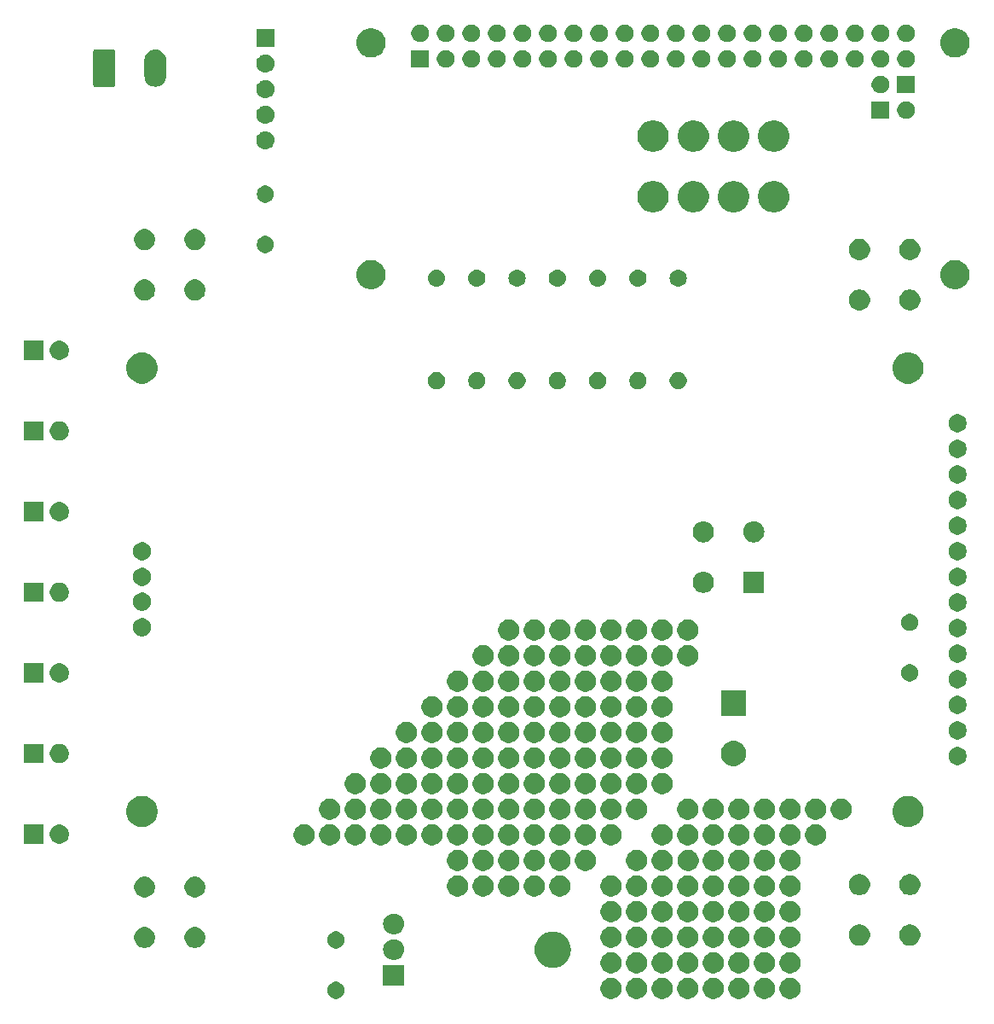
<source format=gbr>
G04 #@! TF.GenerationSoftware,KiCad,Pcbnew,5.0.1*
G04 #@! TF.CreationDate,2019-02-23T18:21:50+01:00*
G04 #@! TF.ProjectId,display,646973706C61792E6B696361645F7063,rev?*
G04 #@! TF.SameCoordinates,Original*
G04 #@! TF.FileFunction,Soldermask,Bot*
G04 #@! TF.FilePolarity,Negative*
%FSLAX46Y46*%
G04 Gerber Fmt 4.6, Leading zero omitted, Abs format (unit mm)*
G04 Created by KiCad (PCBNEW 5.0.1) date Sat 23 Feb 2019 18:21:50 CET*
%MOMM*%
%LPD*%
G01*
G04 APERTURE LIST*
%ADD10C,0.100000*%
G04 APERTURE END LIST*
D10*
G36*
X165406565Y-146309389D02*
X165597834Y-146388615D01*
X165769976Y-146503637D01*
X165916363Y-146650024D01*
X166031385Y-146822166D01*
X166110611Y-147013435D01*
X166151000Y-147216484D01*
X166151000Y-147423516D01*
X166110611Y-147626565D01*
X166031385Y-147817834D01*
X165916363Y-147989976D01*
X165769976Y-148136363D01*
X165597834Y-148251385D01*
X165406565Y-148330611D01*
X165203516Y-148371000D01*
X164996484Y-148371000D01*
X164793435Y-148330611D01*
X164602166Y-148251385D01*
X164430024Y-148136363D01*
X164283637Y-147989976D01*
X164168615Y-147817834D01*
X164089389Y-147626565D01*
X164049000Y-147423516D01*
X164049000Y-147216484D01*
X164089389Y-147013435D01*
X164168615Y-146822166D01*
X164283637Y-146650024D01*
X164430024Y-146503637D01*
X164602166Y-146388615D01*
X164793435Y-146309389D01*
X164996484Y-146269000D01*
X165203516Y-146269000D01*
X165406565Y-146309389D01*
X165406565Y-146309389D01*
G37*
G36*
X162866565Y-146309389D02*
X163057834Y-146388615D01*
X163229976Y-146503637D01*
X163376363Y-146650024D01*
X163491385Y-146822166D01*
X163570611Y-147013435D01*
X163611000Y-147216484D01*
X163611000Y-147423516D01*
X163570611Y-147626565D01*
X163491385Y-147817834D01*
X163376363Y-147989976D01*
X163229976Y-148136363D01*
X163057834Y-148251385D01*
X162866565Y-148330611D01*
X162663516Y-148371000D01*
X162456484Y-148371000D01*
X162253435Y-148330611D01*
X162062166Y-148251385D01*
X161890024Y-148136363D01*
X161743637Y-147989976D01*
X161628615Y-147817834D01*
X161549389Y-147626565D01*
X161509000Y-147423516D01*
X161509000Y-147216484D01*
X161549389Y-147013435D01*
X161628615Y-146822166D01*
X161743637Y-146650024D01*
X161890024Y-146503637D01*
X162062166Y-146388615D01*
X162253435Y-146309389D01*
X162456484Y-146269000D01*
X162663516Y-146269000D01*
X162866565Y-146309389D01*
X162866565Y-146309389D01*
G37*
G36*
X152706565Y-146309389D02*
X152897834Y-146388615D01*
X153069976Y-146503637D01*
X153216363Y-146650024D01*
X153331385Y-146822166D01*
X153410611Y-147013435D01*
X153451000Y-147216484D01*
X153451000Y-147423516D01*
X153410611Y-147626565D01*
X153331385Y-147817834D01*
X153216363Y-147989976D01*
X153069976Y-148136363D01*
X152897834Y-148251385D01*
X152706565Y-148330611D01*
X152503516Y-148371000D01*
X152296484Y-148371000D01*
X152093435Y-148330611D01*
X151902166Y-148251385D01*
X151730024Y-148136363D01*
X151583637Y-147989976D01*
X151468615Y-147817834D01*
X151389389Y-147626565D01*
X151349000Y-147423516D01*
X151349000Y-147216484D01*
X151389389Y-147013435D01*
X151468615Y-146822166D01*
X151583637Y-146650024D01*
X151730024Y-146503637D01*
X151902166Y-146388615D01*
X152093435Y-146309389D01*
X152296484Y-146269000D01*
X152503516Y-146269000D01*
X152706565Y-146309389D01*
X152706565Y-146309389D01*
G37*
G36*
X155246565Y-146309389D02*
X155437834Y-146388615D01*
X155609976Y-146503637D01*
X155756363Y-146650024D01*
X155871385Y-146822166D01*
X155950611Y-147013435D01*
X155991000Y-147216484D01*
X155991000Y-147423516D01*
X155950611Y-147626565D01*
X155871385Y-147817834D01*
X155756363Y-147989976D01*
X155609976Y-148136363D01*
X155437834Y-148251385D01*
X155246565Y-148330611D01*
X155043516Y-148371000D01*
X154836484Y-148371000D01*
X154633435Y-148330611D01*
X154442166Y-148251385D01*
X154270024Y-148136363D01*
X154123637Y-147989976D01*
X154008615Y-147817834D01*
X153929389Y-147626565D01*
X153889000Y-147423516D01*
X153889000Y-147216484D01*
X153929389Y-147013435D01*
X154008615Y-146822166D01*
X154123637Y-146650024D01*
X154270024Y-146503637D01*
X154442166Y-146388615D01*
X154633435Y-146309389D01*
X154836484Y-146269000D01*
X155043516Y-146269000D01*
X155246565Y-146309389D01*
X155246565Y-146309389D01*
G37*
G36*
X147626565Y-146309389D02*
X147817834Y-146388615D01*
X147989976Y-146503637D01*
X148136363Y-146650024D01*
X148251385Y-146822166D01*
X148330611Y-147013435D01*
X148371000Y-147216484D01*
X148371000Y-147423516D01*
X148330611Y-147626565D01*
X148251385Y-147817834D01*
X148136363Y-147989976D01*
X147989976Y-148136363D01*
X147817834Y-148251385D01*
X147626565Y-148330611D01*
X147423516Y-148371000D01*
X147216484Y-148371000D01*
X147013435Y-148330611D01*
X146822166Y-148251385D01*
X146650024Y-148136363D01*
X146503637Y-147989976D01*
X146388615Y-147817834D01*
X146309389Y-147626565D01*
X146269000Y-147423516D01*
X146269000Y-147216484D01*
X146309389Y-147013435D01*
X146388615Y-146822166D01*
X146503637Y-146650024D01*
X146650024Y-146503637D01*
X146822166Y-146388615D01*
X147013435Y-146309389D01*
X147216484Y-146269000D01*
X147423516Y-146269000D01*
X147626565Y-146309389D01*
X147626565Y-146309389D01*
G37*
G36*
X150166565Y-146309389D02*
X150357834Y-146388615D01*
X150529976Y-146503637D01*
X150676363Y-146650024D01*
X150791385Y-146822166D01*
X150870611Y-147013435D01*
X150911000Y-147216484D01*
X150911000Y-147423516D01*
X150870611Y-147626565D01*
X150791385Y-147817834D01*
X150676363Y-147989976D01*
X150529976Y-148136363D01*
X150357834Y-148251385D01*
X150166565Y-148330611D01*
X149963516Y-148371000D01*
X149756484Y-148371000D01*
X149553435Y-148330611D01*
X149362166Y-148251385D01*
X149190024Y-148136363D01*
X149043637Y-147989976D01*
X148928615Y-147817834D01*
X148849389Y-147626565D01*
X148809000Y-147423516D01*
X148809000Y-147216484D01*
X148849389Y-147013435D01*
X148928615Y-146822166D01*
X149043637Y-146650024D01*
X149190024Y-146503637D01*
X149362166Y-146388615D01*
X149553435Y-146309389D01*
X149756484Y-146269000D01*
X149963516Y-146269000D01*
X150166565Y-146309389D01*
X150166565Y-146309389D01*
G37*
G36*
X157786565Y-146309389D02*
X157977834Y-146388615D01*
X158149976Y-146503637D01*
X158296363Y-146650024D01*
X158411385Y-146822166D01*
X158490611Y-147013435D01*
X158531000Y-147216484D01*
X158531000Y-147423516D01*
X158490611Y-147626565D01*
X158411385Y-147817834D01*
X158296363Y-147989976D01*
X158149976Y-148136363D01*
X157977834Y-148251385D01*
X157786565Y-148330611D01*
X157583516Y-148371000D01*
X157376484Y-148371000D01*
X157173435Y-148330611D01*
X156982166Y-148251385D01*
X156810024Y-148136363D01*
X156663637Y-147989976D01*
X156548615Y-147817834D01*
X156469389Y-147626565D01*
X156429000Y-147423516D01*
X156429000Y-147216484D01*
X156469389Y-147013435D01*
X156548615Y-146822166D01*
X156663637Y-146650024D01*
X156810024Y-146503637D01*
X156982166Y-146388615D01*
X157173435Y-146309389D01*
X157376484Y-146269000D01*
X157583516Y-146269000D01*
X157786565Y-146309389D01*
X157786565Y-146309389D01*
G37*
G36*
X160326565Y-146309389D02*
X160517834Y-146388615D01*
X160689976Y-146503637D01*
X160836363Y-146650024D01*
X160951385Y-146822166D01*
X161030611Y-147013435D01*
X161071000Y-147216484D01*
X161071000Y-147423516D01*
X161030611Y-147626565D01*
X160951385Y-147817834D01*
X160836363Y-147989976D01*
X160689976Y-148136363D01*
X160517834Y-148251385D01*
X160326565Y-148330611D01*
X160123516Y-148371000D01*
X159916484Y-148371000D01*
X159713435Y-148330611D01*
X159522166Y-148251385D01*
X159350024Y-148136363D01*
X159203637Y-147989976D01*
X159088615Y-147817834D01*
X159009389Y-147626565D01*
X158969000Y-147423516D01*
X158969000Y-147216484D01*
X159009389Y-147013435D01*
X159088615Y-146822166D01*
X159203637Y-146650024D01*
X159350024Y-146503637D01*
X159522166Y-146388615D01*
X159713435Y-146309389D01*
X159916484Y-146269000D01*
X160123516Y-146269000D01*
X160326565Y-146309389D01*
X160326565Y-146309389D01*
G37*
G36*
X120248228Y-146681703D02*
X120403100Y-146745853D01*
X120542481Y-146838985D01*
X120661015Y-146957519D01*
X120754147Y-147096900D01*
X120818297Y-147251772D01*
X120851000Y-147416184D01*
X120851000Y-147583816D01*
X120818297Y-147748228D01*
X120754147Y-147903100D01*
X120661015Y-148042481D01*
X120542481Y-148161015D01*
X120403100Y-148254147D01*
X120248228Y-148318297D01*
X120083816Y-148351000D01*
X119916184Y-148351000D01*
X119751772Y-148318297D01*
X119596900Y-148254147D01*
X119457519Y-148161015D01*
X119338985Y-148042481D01*
X119245853Y-147903100D01*
X119181703Y-147748228D01*
X119149000Y-147583816D01*
X119149000Y-147416184D01*
X119181703Y-147251772D01*
X119245853Y-147096900D01*
X119338985Y-146957519D01*
X119457519Y-146838985D01*
X119596900Y-146745853D01*
X119751772Y-146681703D01*
X119916184Y-146649000D01*
X120083816Y-146649000D01*
X120248228Y-146681703D01*
X120248228Y-146681703D01*
G37*
G36*
X126801000Y-147003500D02*
X124699000Y-147003500D01*
X124699000Y-144996500D01*
X126801000Y-144996500D01*
X126801000Y-147003500D01*
X126801000Y-147003500D01*
G37*
G36*
X150166565Y-143769389D02*
X150357834Y-143848615D01*
X150529976Y-143963637D01*
X150676363Y-144110024D01*
X150791385Y-144282166D01*
X150870611Y-144473435D01*
X150911000Y-144676484D01*
X150911000Y-144883516D01*
X150870611Y-145086565D01*
X150791385Y-145277834D01*
X150676363Y-145449976D01*
X150529976Y-145596363D01*
X150357834Y-145711385D01*
X150166565Y-145790611D01*
X149963516Y-145831000D01*
X149756484Y-145831000D01*
X149553435Y-145790611D01*
X149362166Y-145711385D01*
X149190024Y-145596363D01*
X149043637Y-145449976D01*
X148928615Y-145277834D01*
X148849389Y-145086565D01*
X148809000Y-144883516D01*
X148809000Y-144676484D01*
X148849389Y-144473435D01*
X148928615Y-144282166D01*
X149043637Y-144110024D01*
X149190024Y-143963637D01*
X149362166Y-143848615D01*
X149553435Y-143769389D01*
X149756484Y-143729000D01*
X149963516Y-143729000D01*
X150166565Y-143769389D01*
X150166565Y-143769389D01*
G37*
G36*
X165406565Y-143769389D02*
X165597834Y-143848615D01*
X165769976Y-143963637D01*
X165916363Y-144110024D01*
X166031385Y-144282166D01*
X166110611Y-144473435D01*
X166151000Y-144676484D01*
X166151000Y-144883516D01*
X166110611Y-145086565D01*
X166031385Y-145277834D01*
X165916363Y-145449976D01*
X165769976Y-145596363D01*
X165597834Y-145711385D01*
X165406565Y-145790611D01*
X165203516Y-145831000D01*
X164996484Y-145831000D01*
X164793435Y-145790611D01*
X164602166Y-145711385D01*
X164430024Y-145596363D01*
X164283637Y-145449976D01*
X164168615Y-145277834D01*
X164089389Y-145086565D01*
X164049000Y-144883516D01*
X164049000Y-144676484D01*
X164089389Y-144473435D01*
X164168615Y-144282166D01*
X164283637Y-144110024D01*
X164430024Y-143963637D01*
X164602166Y-143848615D01*
X164793435Y-143769389D01*
X164996484Y-143729000D01*
X165203516Y-143729000D01*
X165406565Y-143769389D01*
X165406565Y-143769389D01*
G37*
G36*
X160326565Y-143769389D02*
X160517834Y-143848615D01*
X160689976Y-143963637D01*
X160836363Y-144110024D01*
X160951385Y-144282166D01*
X161030611Y-144473435D01*
X161071000Y-144676484D01*
X161071000Y-144883516D01*
X161030611Y-145086565D01*
X160951385Y-145277834D01*
X160836363Y-145449976D01*
X160689976Y-145596363D01*
X160517834Y-145711385D01*
X160326565Y-145790611D01*
X160123516Y-145831000D01*
X159916484Y-145831000D01*
X159713435Y-145790611D01*
X159522166Y-145711385D01*
X159350024Y-145596363D01*
X159203637Y-145449976D01*
X159088615Y-145277834D01*
X159009389Y-145086565D01*
X158969000Y-144883516D01*
X158969000Y-144676484D01*
X159009389Y-144473435D01*
X159088615Y-144282166D01*
X159203637Y-144110024D01*
X159350024Y-143963637D01*
X159522166Y-143848615D01*
X159713435Y-143769389D01*
X159916484Y-143729000D01*
X160123516Y-143729000D01*
X160326565Y-143769389D01*
X160326565Y-143769389D01*
G37*
G36*
X162866565Y-143769389D02*
X163057834Y-143848615D01*
X163229976Y-143963637D01*
X163376363Y-144110024D01*
X163491385Y-144282166D01*
X163570611Y-144473435D01*
X163611000Y-144676484D01*
X163611000Y-144883516D01*
X163570611Y-145086565D01*
X163491385Y-145277834D01*
X163376363Y-145449976D01*
X163229976Y-145596363D01*
X163057834Y-145711385D01*
X162866565Y-145790611D01*
X162663516Y-145831000D01*
X162456484Y-145831000D01*
X162253435Y-145790611D01*
X162062166Y-145711385D01*
X161890024Y-145596363D01*
X161743637Y-145449976D01*
X161628615Y-145277834D01*
X161549389Y-145086565D01*
X161509000Y-144883516D01*
X161509000Y-144676484D01*
X161549389Y-144473435D01*
X161628615Y-144282166D01*
X161743637Y-144110024D01*
X161890024Y-143963637D01*
X162062166Y-143848615D01*
X162253435Y-143769389D01*
X162456484Y-143729000D01*
X162663516Y-143729000D01*
X162866565Y-143769389D01*
X162866565Y-143769389D01*
G37*
G36*
X157786565Y-143769389D02*
X157977834Y-143848615D01*
X158149976Y-143963637D01*
X158296363Y-144110024D01*
X158411385Y-144282166D01*
X158490611Y-144473435D01*
X158531000Y-144676484D01*
X158531000Y-144883516D01*
X158490611Y-145086565D01*
X158411385Y-145277834D01*
X158296363Y-145449976D01*
X158149976Y-145596363D01*
X157977834Y-145711385D01*
X157786565Y-145790611D01*
X157583516Y-145831000D01*
X157376484Y-145831000D01*
X157173435Y-145790611D01*
X156982166Y-145711385D01*
X156810024Y-145596363D01*
X156663637Y-145449976D01*
X156548615Y-145277834D01*
X156469389Y-145086565D01*
X156429000Y-144883516D01*
X156429000Y-144676484D01*
X156469389Y-144473435D01*
X156548615Y-144282166D01*
X156663637Y-144110024D01*
X156810024Y-143963637D01*
X156982166Y-143848615D01*
X157173435Y-143769389D01*
X157376484Y-143729000D01*
X157583516Y-143729000D01*
X157786565Y-143769389D01*
X157786565Y-143769389D01*
G37*
G36*
X152706565Y-143769389D02*
X152897834Y-143848615D01*
X153069976Y-143963637D01*
X153216363Y-144110024D01*
X153331385Y-144282166D01*
X153410611Y-144473435D01*
X153451000Y-144676484D01*
X153451000Y-144883516D01*
X153410611Y-145086565D01*
X153331385Y-145277834D01*
X153216363Y-145449976D01*
X153069976Y-145596363D01*
X152897834Y-145711385D01*
X152706565Y-145790611D01*
X152503516Y-145831000D01*
X152296484Y-145831000D01*
X152093435Y-145790611D01*
X151902166Y-145711385D01*
X151730024Y-145596363D01*
X151583637Y-145449976D01*
X151468615Y-145277834D01*
X151389389Y-145086565D01*
X151349000Y-144883516D01*
X151349000Y-144676484D01*
X151389389Y-144473435D01*
X151468615Y-144282166D01*
X151583637Y-144110024D01*
X151730024Y-143963637D01*
X151902166Y-143848615D01*
X152093435Y-143769389D01*
X152296484Y-143729000D01*
X152503516Y-143729000D01*
X152706565Y-143769389D01*
X152706565Y-143769389D01*
G37*
G36*
X147626565Y-143769389D02*
X147817834Y-143848615D01*
X147989976Y-143963637D01*
X148136363Y-144110024D01*
X148251385Y-144282166D01*
X148330611Y-144473435D01*
X148371000Y-144676484D01*
X148371000Y-144883516D01*
X148330611Y-145086565D01*
X148251385Y-145277834D01*
X148136363Y-145449976D01*
X147989976Y-145596363D01*
X147817834Y-145711385D01*
X147626565Y-145790611D01*
X147423516Y-145831000D01*
X147216484Y-145831000D01*
X147013435Y-145790611D01*
X146822166Y-145711385D01*
X146650024Y-145596363D01*
X146503637Y-145449976D01*
X146388615Y-145277834D01*
X146309389Y-145086565D01*
X146269000Y-144883516D01*
X146269000Y-144676484D01*
X146309389Y-144473435D01*
X146388615Y-144282166D01*
X146503637Y-144110024D01*
X146650024Y-143963637D01*
X146822166Y-143848615D01*
X147013435Y-143769389D01*
X147216484Y-143729000D01*
X147423516Y-143729000D01*
X147626565Y-143769389D01*
X147626565Y-143769389D01*
G37*
G36*
X155246565Y-143769389D02*
X155437834Y-143848615D01*
X155609976Y-143963637D01*
X155756363Y-144110024D01*
X155871385Y-144282166D01*
X155950611Y-144473435D01*
X155991000Y-144676484D01*
X155991000Y-144883516D01*
X155950611Y-145086565D01*
X155871385Y-145277834D01*
X155756363Y-145449976D01*
X155609976Y-145596363D01*
X155437834Y-145711385D01*
X155246565Y-145790611D01*
X155043516Y-145831000D01*
X154836484Y-145831000D01*
X154633435Y-145790611D01*
X154442166Y-145711385D01*
X154270024Y-145596363D01*
X154123637Y-145449976D01*
X154008615Y-145277834D01*
X153929389Y-145086565D01*
X153889000Y-144883516D01*
X153889000Y-144676484D01*
X153929389Y-144473435D01*
X154008615Y-144282166D01*
X154123637Y-144110024D01*
X154270024Y-143963637D01*
X154442166Y-143848615D01*
X154633435Y-143769389D01*
X154836484Y-143729000D01*
X155043516Y-143729000D01*
X155246565Y-143769389D01*
X155246565Y-143769389D01*
G37*
G36*
X141726669Y-141667686D02*
X141903058Y-141685059D01*
X142124277Y-141752165D01*
X142242549Y-141788042D01*
X142555425Y-141955279D01*
X142829661Y-142180339D01*
X143054721Y-142454575D01*
X143221958Y-142767451D01*
X143221958Y-142767452D01*
X143324941Y-143106942D01*
X143359714Y-143460000D01*
X143324941Y-143813058D01*
X143279264Y-143963635D01*
X143221958Y-144152549D01*
X143054721Y-144465425D01*
X142829661Y-144739661D01*
X142555425Y-144964721D01*
X142242549Y-145131958D01*
X142129385Y-145166286D01*
X141903058Y-145234941D01*
X141726669Y-145252314D01*
X141638476Y-145261000D01*
X141461524Y-145261000D01*
X141373331Y-145252314D01*
X141196942Y-145234941D01*
X140970615Y-145166286D01*
X140857451Y-145131958D01*
X140544575Y-144964721D01*
X140270339Y-144739661D01*
X140045279Y-144465425D01*
X139878042Y-144152549D01*
X139820736Y-143963635D01*
X139775059Y-143813058D01*
X139740286Y-143460000D01*
X139775059Y-143106942D01*
X139878042Y-142767452D01*
X139878042Y-142767451D01*
X140045279Y-142454575D01*
X140270339Y-142180339D01*
X140544575Y-141955279D01*
X140857451Y-141788042D01*
X140975723Y-141752165D01*
X141196942Y-141685059D01*
X141373331Y-141667686D01*
X141461524Y-141659000D01*
X141638476Y-141659000D01*
X141726669Y-141667686D01*
X141726669Y-141667686D01*
G37*
G36*
X125905764Y-142462308D02*
X125994220Y-142471020D01*
X126183381Y-142528401D01*
X126357712Y-142621583D01*
X126510515Y-142746985D01*
X126635917Y-142899788D01*
X126729099Y-143074119D01*
X126786480Y-143263280D01*
X126805855Y-143460000D01*
X126786480Y-143656720D01*
X126729099Y-143845881D01*
X126635917Y-144020212D01*
X126510515Y-144173015D01*
X126357712Y-144298417D01*
X126183381Y-144391599D01*
X125994220Y-144448980D01*
X125905764Y-144457692D01*
X125846796Y-144463500D01*
X125653204Y-144463500D01*
X125594236Y-144457692D01*
X125505780Y-144448980D01*
X125316619Y-144391599D01*
X125142288Y-144298417D01*
X124989485Y-144173015D01*
X124864083Y-144020212D01*
X124770901Y-143845881D01*
X124713520Y-143656720D01*
X124694145Y-143460000D01*
X124713520Y-143263280D01*
X124770901Y-143074119D01*
X124864083Y-142899788D01*
X124989485Y-142746985D01*
X125142288Y-142621583D01*
X125316619Y-142528401D01*
X125505780Y-142471020D01*
X125594236Y-142462308D01*
X125653204Y-142456500D01*
X125846796Y-142456500D01*
X125905764Y-142462308D01*
X125905764Y-142462308D01*
G37*
G36*
X120248228Y-141681703D02*
X120403100Y-141745853D01*
X120542481Y-141838985D01*
X120661015Y-141957519D01*
X120754147Y-142096900D01*
X120818297Y-142251772D01*
X120851000Y-142416184D01*
X120851000Y-142583816D01*
X120818297Y-142748228D01*
X120754147Y-142903100D01*
X120661015Y-143042481D01*
X120542481Y-143161015D01*
X120403100Y-143254147D01*
X120248228Y-143318297D01*
X120083816Y-143351000D01*
X119916184Y-143351000D01*
X119751772Y-143318297D01*
X119596900Y-143254147D01*
X119457519Y-143161015D01*
X119338985Y-143042481D01*
X119245853Y-142903100D01*
X119181703Y-142748228D01*
X119149000Y-142583816D01*
X119149000Y-142416184D01*
X119181703Y-142251772D01*
X119245853Y-142096900D01*
X119338985Y-141957519D01*
X119457519Y-141838985D01*
X119596900Y-141745853D01*
X119751772Y-141681703D01*
X119916184Y-141649000D01*
X120083816Y-141649000D01*
X120248228Y-141681703D01*
X120248228Y-141681703D01*
G37*
G36*
X106306565Y-141239389D02*
X106497834Y-141318615D01*
X106669976Y-141433637D01*
X106816363Y-141580024D01*
X106931385Y-141752166D01*
X107010611Y-141943435D01*
X107051000Y-142146484D01*
X107051000Y-142353516D01*
X107010611Y-142556565D01*
X106931385Y-142747834D01*
X106816363Y-142919976D01*
X106669976Y-143066363D01*
X106497834Y-143181385D01*
X106306565Y-143260611D01*
X106103516Y-143301000D01*
X105896484Y-143301000D01*
X105693435Y-143260611D01*
X105502166Y-143181385D01*
X105330024Y-143066363D01*
X105183637Y-142919976D01*
X105068615Y-142747834D01*
X104989389Y-142556565D01*
X104949000Y-142353516D01*
X104949000Y-142146484D01*
X104989389Y-141943435D01*
X105068615Y-141752166D01*
X105183637Y-141580024D01*
X105330024Y-141433637D01*
X105502166Y-141318615D01*
X105693435Y-141239389D01*
X105896484Y-141199000D01*
X106103516Y-141199000D01*
X106306565Y-141239389D01*
X106306565Y-141239389D01*
G37*
G36*
X101306565Y-141239389D02*
X101497834Y-141318615D01*
X101669976Y-141433637D01*
X101816363Y-141580024D01*
X101931385Y-141752166D01*
X102010611Y-141943435D01*
X102051000Y-142146484D01*
X102051000Y-142353516D01*
X102010611Y-142556565D01*
X101931385Y-142747834D01*
X101816363Y-142919976D01*
X101669976Y-143066363D01*
X101497834Y-143181385D01*
X101306565Y-143260611D01*
X101103516Y-143301000D01*
X100896484Y-143301000D01*
X100693435Y-143260611D01*
X100502166Y-143181385D01*
X100330024Y-143066363D01*
X100183637Y-142919976D01*
X100068615Y-142747834D01*
X99989389Y-142556565D01*
X99949000Y-142353516D01*
X99949000Y-142146484D01*
X99989389Y-141943435D01*
X100068615Y-141752166D01*
X100183637Y-141580024D01*
X100330024Y-141433637D01*
X100502166Y-141318615D01*
X100693435Y-141239389D01*
X100896484Y-141199000D01*
X101103516Y-141199000D01*
X101306565Y-141239389D01*
X101306565Y-141239389D01*
G37*
G36*
X150166565Y-141229389D02*
X150357834Y-141308615D01*
X150529976Y-141423637D01*
X150676363Y-141570024D01*
X150791385Y-141742166D01*
X150870611Y-141933435D01*
X150911000Y-142136484D01*
X150911000Y-142343516D01*
X150870611Y-142546565D01*
X150791385Y-142737834D01*
X150676363Y-142909976D01*
X150529976Y-143056363D01*
X150357834Y-143171385D01*
X150166565Y-143250611D01*
X149963516Y-143291000D01*
X149756484Y-143291000D01*
X149553435Y-143250611D01*
X149362166Y-143171385D01*
X149190024Y-143056363D01*
X149043637Y-142909976D01*
X148928615Y-142737834D01*
X148849389Y-142546565D01*
X148809000Y-142343516D01*
X148809000Y-142136484D01*
X148849389Y-141933435D01*
X148928615Y-141742166D01*
X149043637Y-141570024D01*
X149190024Y-141423637D01*
X149362166Y-141308615D01*
X149553435Y-141229389D01*
X149756484Y-141189000D01*
X149963516Y-141189000D01*
X150166565Y-141229389D01*
X150166565Y-141229389D01*
G37*
G36*
X152706565Y-141229389D02*
X152897834Y-141308615D01*
X153069976Y-141423637D01*
X153216363Y-141570024D01*
X153331385Y-141742166D01*
X153410611Y-141933435D01*
X153451000Y-142136484D01*
X153451000Y-142343516D01*
X153410611Y-142546565D01*
X153331385Y-142737834D01*
X153216363Y-142909976D01*
X153069976Y-143056363D01*
X152897834Y-143171385D01*
X152706565Y-143250611D01*
X152503516Y-143291000D01*
X152296484Y-143291000D01*
X152093435Y-143250611D01*
X151902166Y-143171385D01*
X151730024Y-143056363D01*
X151583637Y-142909976D01*
X151468615Y-142737834D01*
X151389389Y-142546565D01*
X151349000Y-142343516D01*
X151349000Y-142136484D01*
X151389389Y-141933435D01*
X151468615Y-141742166D01*
X151583637Y-141570024D01*
X151730024Y-141423637D01*
X151902166Y-141308615D01*
X152093435Y-141229389D01*
X152296484Y-141189000D01*
X152503516Y-141189000D01*
X152706565Y-141229389D01*
X152706565Y-141229389D01*
G37*
G36*
X147626565Y-141229389D02*
X147817834Y-141308615D01*
X147989976Y-141423637D01*
X148136363Y-141570024D01*
X148251385Y-141742166D01*
X148330611Y-141933435D01*
X148371000Y-142136484D01*
X148371000Y-142343516D01*
X148330611Y-142546565D01*
X148251385Y-142737834D01*
X148136363Y-142909976D01*
X147989976Y-143056363D01*
X147817834Y-143171385D01*
X147626565Y-143250611D01*
X147423516Y-143291000D01*
X147216484Y-143291000D01*
X147013435Y-143250611D01*
X146822166Y-143171385D01*
X146650024Y-143056363D01*
X146503637Y-142909976D01*
X146388615Y-142737834D01*
X146309389Y-142546565D01*
X146269000Y-142343516D01*
X146269000Y-142136484D01*
X146309389Y-141933435D01*
X146388615Y-141742166D01*
X146503637Y-141570024D01*
X146650024Y-141423637D01*
X146822166Y-141308615D01*
X147013435Y-141229389D01*
X147216484Y-141189000D01*
X147423516Y-141189000D01*
X147626565Y-141229389D01*
X147626565Y-141229389D01*
G37*
G36*
X162866565Y-141229389D02*
X163057834Y-141308615D01*
X163229976Y-141423637D01*
X163376363Y-141570024D01*
X163491385Y-141742166D01*
X163570611Y-141933435D01*
X163611000Y-142136484D01*
X163611000Y-142343516D01*
X163570611Y-142546565D01*
X163491385Y-142737834D01*
X163376363Y-142909976D01*
X163229976Y-143056363D01*
X163057834Y-143171385D01*
X162866565Y-143250611D01*
X162663516Y-143291000D01*
X162456484Y-143291000D01*
X162253435Y-143250611D01*
X162062166Y-143171385D01*
X161890024Y-143056363D01*
X161743637Y-142909976D01*
X161628615Y-142737834D01*
X161549389Y-142546565D01*
X161509000Y-142343516D01*
X161509000Y-142136484D01*
X161549389Y-141933435D01*
X161628615Y-141742166D01*
X161743637Y-141570024D01*
X161890024Y-141423637D01*
X162062166Y-141308615D01*
X162253435Y-141229389D01*
X162456484Y-141189000D01*
X162663516Y-141189000D01*
X162866565Y-141229389D01*
X162866565Y-141229389D01*
G37*
G36*
X160326565Y-141229389D02*
X160517834Y-141308615D01*
X160689976Y-141423637D01*
X160836363Y-141570024D01*
X160951385Y-141742166D01*
X161030611Y-141933435D01*
X161071000Y-142136484D01*
X161071000Y-142343516D01*
X161030611Y-142546565D01*
X160951385Y-142737834D01*
X160836363Y-142909976D01*
X160689976Y-143056363D01*
X160517834Y-143171385D01*
X160326565Y-143250611D01*
X160123516Y-143291000D01*
X159916484Y-143291000D01*
X159713435Y-143250611D01*
X159522166Y-143171385D01*
X159350024Y-143056363D01*
X159203637Y-142909976D01*
X159088615Y-142737834D01*
X159009389Y-142546565D01*
X158969000Y-142343516D01*
X158969000Y-142136484D01*
X159009389Y-141933435D01*
X159088615Y-141742166D01*
X159203637Y-141570024D01*
X159350024Y-141423637D01*
X159522166Y-141308615D01*
X159713435Y-141229389D01*
X159916484Y-141189000D01*
X160123516Y-141189000D01*
X160326565Y-141229389D01*
X160326565Y-141229389D01*
G37*
G36*
X157786565Y-141229389D02*
X157977834Y-141308615D01*
X158149976Y-141423637D01*
X158296363Y-141570024D01*
X158411385Y-141742166D01*
X158490611Y-141933435D01*
X158531000Y-142136484D01*
X158531000Y-142343516D01*
X158490611Y-142546565D01*
X158411385Y-142737834D01*
X158296363Y-142909976D01*
X158149976Y-143056363D01*
X157977834Y-143171385D01*
X157786565Y-143250611D01*
X157583516Y-143291000D01*
X157376484Y-143291000D01*
X157173435Y-143250611D01*
X156982166Y-143171385D01*
X156810024Y-143056363D01*
X156663637Y-142909976D01*
X156548615Y-142737834D01*
X156469389Y-142546565D01*
X156429000Y-142343516D01*
X156429000Y-142136484D01*
X156469389Y-141933435D01*
X156548615Y-141742166D01*
X156663637Y-141570024D01*
X156810024Y-141423637D01*
X156982166Y-141308615D01*
X157173435Y-141229389D01*
X157376484Y-141189000D01*
X157583516Y-141189000D01*
X157786565Y-141229389D01*
X157786565Y-141229389D01*
G37*
G36*
X155246565Y-141229389D02*
X155437834Y-141308615D01*
X155609976Y-141423637D01*
X155756363Y-141570024D01*
X155871385Y-141742166D01*
X155950611Y-141933435D01*
X155991000Y-142136484D01*
X155991000Y-142343516D01*
X155950611Y-142546565D01*
X155871385Y-142737834D01*
X155756363Y-142909976D01*
X155609976Y-143056363D01*
X155437834Y-143171385D01*
X155246565Y-143250611D01*
X155043516Y-143291000D01*
X154836484Y-143291000D01*
X154633435Y-143250611D01*
X154442166Y-143171385D01*
X154270024Y-143056363D01*
X154123637Y-142909976D01*
X154008615Y-142737834D01*
X153929389Y-142546565D01*
X153889000Y-142343516D01*
X153889000Y-142136484D01*
X153929389Y-141933435D01*
X154008615Y-141742166D01*
X154123637Y-141570024D01*
X154270024Y-141423637D01*
X154442166Y-141308615D01*
X154633435Y-141229389D01*
X154836484Y-141189000D01*
X155043516Y-141189000D01*
X155246565Y-141229389D01*
X155246565Y-141229389D01*
G37*
G36*
X165406565Y-141229389D02*
X165597834Y-141308615D01*
X165769976Y-141423637D01*
X165916363Y-141570024D01*
X166031385Y-141742166D01*
X166110611Y-141933435D01*
X166151000Y-142136484D01*
X166151000Y-142343516D01*
X166110611Y-142546565D01*
X166031385Y-142737834D01*
X165916363Y-142909976D01*
X165769976Y-143056363D01*
X165597834Y-143171385D01*
X165406565Y-143250611D01*
X165203516Y-143291000D01*
X164996484Y-143291000D01*
X164793435Y-143250611D01*
X164602166Y-143171385D01*
X164430024Y-143056363D01*
X164283637Y-142909976D01*
X164168615Y-142737834D01*
X164089389Y-142546565D01*
X164049000Y-142343516D01*
X164049000Y-142136484D01*
X164089389Y-141933435D01*
X164168615Y-141742166D01*
X164283637Y-141570024D01*
X164430024Y-141423637D01*
X164602166Y-141308615D01*
X164793435Y-141229389D01*
X164996484Y-141189000D01*
X165203516Y-141189000D01*
X165406565Y-141229389D01*
X165406565Y-141229389D01*
G37*
G36*
X172306565Y-140989389D02*
X172497834Y-141068615D01*
X172669976Y-141183637D01*
X172816363Y-141330024D01*
X172931385Y-141502166D01*
X173010611Y-141693435D01*
X173051000Y-141896484D01*
X173051000Y-142103516D01*
X173010611Y-142306565D01*
X172931385Y-142497834D01*
X172816363Y-142669976D01*
X172669976Y-142816363D01*
X172497834Y-142931385D01*
X172306565Y-143010611D01*
X172103516Y-143051000D01*
X171896484Y-143051000D01*
X171693435Y-143010611D01*
X171502166Y-142931385D01*
X171330024Y-142816363D01*
X171183637Y-142669976D01*
X171068615Y-142497834D01*
X170989389Y-142306565D01*
X170949000Y-142103516D01*
X170949000Y-141896484D01*
X170989389Y-141693435D01*
X171068615Y-141502166D01*
X171183637Y-141330024D01*
X171330024Y-141183637D01*
X171502166Y-141068615D01*
X171693435Y-140989389D01*
X171896484Y-140949000D01*
X172103516Y-140949000D01*
X172306565Y-140989389D01*
X172306565Y-140989389D01*
G37*
G36*
X177306565Y-140989389D02*
X177497834Y-141068615D01*
X177669976Y-141183637D01*
X177816363Y-141330024D01*
X177931385Y-141502166D01*
X178010611Y-141693435D01*
X178051000Y-141896484D01*
X178051000Y-142103516D01*
X178010611Y-142306565D01*
X177931385Y-142497834D01*
X177816363Y-142669976D01*
X177669976Y-142816363D01*
X177497834Y-142931385D01*
X177306565Y-143010611D01*
X177103516Y-143051000D01*
X176896484Y-143051000D01*
X176693435Y-143010611D01*
X176502166Y-142931385D01*
X176330024Y-142816363D01*
X176183637Y-142669976D01*
X176068615Y-142497834D01*
X175989389Y-142306565D01*
X175949000Y-142103516D01*
X175949000Y-141896484D01*
X175989389Y-141693435D01*
X176068615Y-141502166D01*
X176183637Y-141330024D01*
X176330024Y-141183637D01*
X176502166Y-141068615D01*
X176693435Y-140989389D01*
X176896484Y-140949000D01*
X177103516Y-140949000D01*
X177306565Y-140989389D01*
X177306565Y-140989389D01*
G37*
G36*
X125905764Y-139922308D02*
X125994220Y-139931020D01*
X126183381Y-139988401D01*
X126357712Y-140081583D01*
X126510515Y-140206985D01*
X126635917Y-140359788D01*
X126729099Y-140534119D01*
X126786480Y-140723280D01*
X126805855Y-140920000D01*
X126786480Y-141116720D01*
X126729099Y-141305881D01*
X126635917Y-141480212D01*
X126510515Y-141633015D01*
X126357712Y-141758417D01*
X126183381Y-141851599D01*
X125994220Y-141908980D01*
X125905764Y-141917692D01*
X125846796Y-141923500D01*
X125653204Y-141923500D01*
X125594236Y-141917692D01*
X125505780Y-141908980D01*
X125316619Y-141851599D01*
X125142288Y-141758417D01*
X124989485Y-141633015D01*
X124864083Y-141480212D01*
X124770901Y-141305881D01*
X124713520Y-141116720D01*
X124694145Y-140920000D01*
X124713520Y-140723280D01*
X124770901Y-140534119D01*
X124864083Y-140359788D01*
X124989485Y-140206985D01*
X125142288Y-140081583D01*
X125316619Y-139988401D01*
X125505780Y-139931020D01*
X125594236Y-139922308D01*
X125653204Y-139916500D01*
X125846796Y-139916500D01*
X125905764Y-139922308D01*
X125905764Y-139922308D01*
G37*
G36*
X147626565Y-138689389D02*
X147817834Y-138768615D01*
X147989976Y-138883637D01*
X148136363Y-139030024D01*
X148251385Y-139202166D01*
X148330611Y-139393435D01*
X148371000Y-139596484D01*
X148371000Y-139803516D01*
X148330611Y-140006565D01*
X148251385Y-140197834D01*
X148136363Y-140369976D01*
X147989976Y-140516363D01*
X147817834Y-140631385D01*
X147626565Y-140710611D01*
X147423516Y-140751000D01*
X147216484Y-140751000D01*
X147013435Y-140710611D01*
X146822166Y-140631385D01*
X146650024Y-140516363D01*
X146503637Y-140369976D01*
X146388615Y-140197834D01*
X146309389Y-140006565D01*
X146269000Y-139803516D01*
X146269000Y-139596484D01*
X146309389Y-139393435D01*
X146388615Y-139202166D01*
X146503637Y-139030024D01*
X146650024Y-138883637D01*
X146822166Y-138768615D01*
X147013435Y-138689389D01*
X147216484Y-138649000D01*
X147423516Y-138649000D01*
X147626565Y-138689389D01*
X147626565Y-138689389D01*
G37*
G36*
X155246565Y-138689389D02*
X155437834Y-138768615D01*
X155609976Y-138883637D01*
X155756363Y-139030024D01*
X155871385Y-139202166D01*
X155950611Y-139393435D01*
X155991000Y-139596484D01*
X155991000Y-139803516D01*
X155950611Y-140006565D01*
X155871385Y-140197834D01*
X155756363Y-140369976D01*
X155609976Y-140516363D01*
X155437834Y-140631385D01*
X155246565Y-140710611D01*
X155043516Y-140751000D01*
X154836484Y-140751000D01*
X154633435Y-140710611D01*
X154442166Y-140631385D01*
X154270024Y-140516363D01*
X154123637Y-140369976D01*
X154008615Y-140197834D01*
X153929389Y-140006565D01*
X153889000Y-139803516D01*
X153889000Y-139596484D01*
X153929389Y-139393435D01*
X154008615Y-139202166D01*
X154123637Y-139030024D01*
X154270024Y-138883637D01*
X154442166Y-138768615D01*
X154633435Y-138689389D01*
X154836484Y-138649000D01*
X155043516Y-138649000D01*
X155246565Y-138689389D01*
X155246565Y-138689389D01*
G37*
G36*
X152706565Y-138689389D02*
X152897834Y-138768615D01*
X153069976Y-138883637D01*
X153216363Y-139030024D01*
X153331385Y-139202166D01*
X153410611Y-139393435D01*
X153451000Y-139596484D01*
X153451000Y-139803516D01*
X153410611Y-140006565D01*
X153331385Y-140197834D01*
X153216363Y-140369976D01*
X153069976Y-140516363D01*
X152897834Y-140631385D01*
X152706565Y-140710611D01*
X152503516Y-140751000D01*
X152296484Y-140751000D01*
X152093435Y-140710611D01*
X151902166Y-140631385D01*
X151730024Y-140516363D01*
X151583637Y-140369976D01*
X151468615Y-140197834D01*
X151389389Y-140006565D01*
X151349000Y-139803516D01*
X151349000Y-139596484D01*
X151389389Y-139393435D01*
X151468615Y-139202166D01*
X151583637Y-139030024D01*
X151730024Y-138883637D01*
X151902166Y-138768615D01*
X152093435Y-138689389D01*
X152296484Y-138649000D01*
X152503516Y-138649000D01*
X152706565Y-138689389D01*
X152706565Y-138689389D01*
G37*
G36*
X150166565Y-138689389D02*
X150357834Y-138768615D01*
X150529976Y-138883637D01*
X150676363Y-139030024D01*
X150791385Y-139202166D01*
X150870611Y-139393435D01*
X150911000Y-139596484D01*
X150911000Y-139803516D01*
X150870611Y-140006565D01*
X150791385Y-140197834D01*
X150676363Y-140369976D01*
X150529976Y-140516363D01*
X150357834Y-140631385D01*
X150166565Y-140710611D01*
X149963516Y-140751000D01*
X149756484Y-140751000D01*
X149553435Y-140710611D01*
X149362166Y-140631385D01*
X149190024Y-140516363D01*
X149043637Y-140369976D01*
X148928615Y-140197834D01*
X148849389Y-140006565D01*
X148809000Y-139803516D01*
X148809000Y-139596484D01*
X148849389Y-139393435D01*
X148928615Y-139202166D01*
X149043637Y-139030024D01*
X149190024Y-138883637D01*
X149362166Y-138768615D01*
X149553435Y-138689389D01*
X149756484Y-138649000D01*
X149963516Y-138649000D01*
X150166565Y-138689389D01*
X150166565Y-138689389D01*
G37*
G36*
X162866565Y-138689389D02*
X163057834Y-138768615D01*
X163229976Y-138883637D01*
X163376363Y-139030024D01*
X163491385Y-139202166D01*
X163570611Y-139393435D01*
X163611000Y-139596484D01*
X163611000Y-139803516D01*
X163570611Y-140006565D01*
X163491385Y-140197834D01*
X163376363Y-140369976D01*
X163229976Y-140516363D01*
X163057834Y-140631385D01*
X162866565Y-140710611D01*
X162663516Y-140751000D01*
X162456484Y-140751000D01*
X162253435Y-140710611D01*
X162062166Y-140631385D01*
X161890024Y-140516363D01*
X161743637Y-140369976D01*
X161628615Y-140197834D01*
X161549389Y-140006565D01*
X161509000Y-139803516D01*
X161509000Y-139596484D01*
X161549389Y-139393435D01*
X161628615Y-139202166D01*
X161743637Y-139030024D01*
X161890024Y-138883637D01*
X162062166Y-138768615D01*
X162253435Y-138689389D01*
X162456484Y-138649000D01*
X162663516Y-138649000D01*
X162866565Y-138689389D01*
X162866565Y-138689389D01*
G37*
G36*
X160326565Y-138689389D02*
X160517834Y-138768615D01*
X160689976Y-138883637D01*
X160836363Y-139030024D01*
X160951385Y-139202166D01*
X161030611Y-139393435D01*
X161071000Y-139596484D01*
X161071000Y-139803516D01*
X161030611Y-140006565D01*
X160951385Y-140197834D01*
X160836363Y-140369976D01*
X160689976Y-140516363D01*
X160517834Y-140631385D01*
X160326565Y-140710611D01*
X160123516Y-140751000D01*
X159916484Y-140751000D01*
X159713435Y-140710611D01*
X159522166Y-140631385D01*
X159350024Y-140516363D01*
X159203637Y-140369976D01*
X159088615Y-140197834D01*
X159009389Y-140006565D01*
X158969000Y-139803516D01*
X158969000Y-139596484D01*
X159009389Y-139393435D01*
X159088615Y-139202166D01*
X159203637Y-139030024D01*
X159350024Y-138883637D01*
X159522166Y-138768615D01*
X159713435Y-138689389D01*
X159916484Y-138649000D01*
X160123516Y-138649000D01*
X160326565Y-138689389D01*
X160326565Y-138689389D01*
G37*
G36*
X157786565Y-138689389D02*
X157977834Y-138768615D01*
X158149976Y-138883637D01*
X158296363Y-139030024D01*
X158411385Y-139202166D01*
X158490611Y-139393435D01*
X158531000Y-139596484D01*
X158531000Y-139803516D01*
X158490611Y-140006565D01*
X158411385Y-140197834D01*
X158296363Y-140369976D01*
X158149976Y-140516363D01*
X157977834Y-140631385D01*
X157786565Y-140710611D01*
X157583516Y-140751000D01*
X157376484Y-140751000D01*
X157173435Y-140710611D01*
X156982166Y-140631385D01*
X156810024Y-140516363D01*
X156663637Y-140369976D01*
X156548615Y-140197834D01*
X156469389Y-140006565D01*
X156429000Y-139803516D01*
X156429000Y-139596484D01*
X156469389Y-139393435D01*
X156548615Y-139202166D01*
X156663637Y-139030024D01*
X156810024Y-138883637D01*
X156982166Y-138768615D01*
X157173435Y-138689389D01*
X157376484Y-138649000D01*
X157583516Y-138649000D01*
X157786565Y-138689389D01*
X157786565Y-138689389D01*
G37*
G36*
X165406565Y-138689389D02*
X165597834Y-138768615D01*
X165769976Y-138883637D01*
X165916363Y-139030024D01*
X166031385Y-139202166D01*
X166110611Y-139393435D01*
X166151000Y-139596484D01*
X166151000Y-139803516D01*
X166110611Y-140006565D01*
X166031385Y-140197834D01*
X165916363Y-140369976D01*
X165769976Y-140516363D01*
X165597834Y-140631385D01*
X165406565Y-140710611D01*
X165203516Y-140751000D01*
X164996484Y-140751000D01*
X164793435Y-140710611D01*
X164602166Y-140631385D01*
X164430024Y-140516363D01*
X164283637Y-140369976D01*
X164168615Y-140197834D01*
X164089389Y-140006565D01*
X164049000Y-139803516D01*
X164049000Y-139596484D01*
X164089389Y-139393435D01*
X164168615Y-139202166D01*
X164283637Y-139030024D01*
X164430024Y-138883637D01*
X164602166Y-138768615D01*
X164793435Y-138689389D01*
X164996484Y-138649000D01*
X165203516Y-138649000D01*
X165406565Y-138689389D01*
X165406565Y-138689389D01*
G37*
G36*
X106306565Y-136239389D02*
X106497834Y-136318615D01*
X106669976Y-136433637D01*
X106816363Y-136580024D01*
X106931385Y-136752166D01*
X107010611Y-136943435D01*
X107051000Y-137146484D01*
X107051000Y-137353516D01*
X107010611Y-137556565D01*
X106931385Y-137747834D01*
X106816363Y-137919976D01*
X106669976Y-138066363D01*
X106497834Y-138181385D01*
X106306565Y-138260611D01*
X106103516Y-138301000D01*
X105896484Y-138301000D01*
X105693435Y-138260611D01*
X105502166Y-138181385D01*
X105330024Y-138066363D01*
X105183637Y-137919976D01*
X105068615Y-137747834D01*
X104989389Y-137556565D01*
X104949000Y-137353516D01*
X104949000Y-137146484D01*
X104989389Y-136943435D01*
X105068615Y-136752166D01*
X105183637Y-136580024D01*
X105330024Y-136433637D01*
X105502166Y-136318615D01*
X105693435Y-136239389D01*
X105896484Y-136199000D01*
X106103516Y-136199000D01*
X106306565Y-136239389D01*
X106306565Y-136239389D01*
G37*
G36*
X101306565Y-136239389D02*
X101497834Y-136318615D01*
X101669976Y-136433637D01*
X101816363Y-136580024D01*
X101931385Y-136752166D01*
X102010611Y-136943435D01*
X102051000Y-137146484D01*
X102051000Y-137353516D01*
X102010611Y-137556565D01*
X101931385Y-137747834D01*
X101816363Y-137919976D01*
X101669976Y-138066363D01*
X101497834Y-138181385D01*
X101306565Y-138260611D01*
X101103516Y-138301000D01*
X100896484Y-138301000D01*
X100693435Y-138260611D01*
X100502166Y-138181385D01*
X100330024Y-138066363D01*
X100183637Y-137919976D01*
X100068615Y-137747834D01*
X99989389Y-137556565D01*
X99949000Y-137353516D01*
X99949000Y-137146484D01*
X99989389Y-136943435D01*
X100068615Y-136752166D01*
X100183637Y-136580024D01*
X100330024Y-136433637D01*
X100502166Y-136318615D01*
X100693435Y-136239389D01*
X100896484Y-136199000D01*
X101103516Y-136199000D01*
X101306565Y-136239389D01*
X101306565Y-136239389D01*
G37*
G36*
X142546565Y-136149389D02*
X142737834Y-136228615D01*
X142909976Y-136343637D01*
X143056363Y-136490024D01*
X143171385Y-136662166D01*
X143250611Y-136853435D01*
X143291000Y-137056484D01*
X143291000Y-137263516D01*
X143250611Y-137466565D01*
X143171385Y-137657834D01*
X143056363Y-137829976D01*
X142909976Y-137976363D01*
X142737834Y-138091385D01*
X142546565Y-138170611D01*
X142343516Y-138211000D01*
X142136484Y-138211000D01*
X141933435Y-138170611D01*
X141742166Y-138091385D01*
X141570024Y-137976363D01*
X141423637Y-137829976D01*
X141308615Y-137657834D01*
X141229389Y-137466565D01*
X141189000Y-137263516D01*
X141189000Y-137056484D01*
X141229389Y-136853435D01*
X141308615Y-136662166D01*
X141423637Y-136490024D01*
X141570024Y-136343637D01*
X141742166Y-136228615D01*
X141933435Y-136149389D01*
X142136484Y-136109000D01*
X142343516Y-136109000D01*
X142546565Y-136149389D01*
X142546565Y-136149389D01*
G37*
G36*
X150166565Y-136149389D02*
X150357834Y-136228615D01*
X150529976Y-136343637D01*
X150676363Y-136490024D01*
X150791385Y-136662166D01*
X150870611Y-136853435D01*
X150911000Y-137056484D01*
X150911000Y-137263516D01*
X150870611Y-137466565D01*
X150791385Y-137657834D01*
X150676363Y-137829976D01*
X150529976Y-137976363D01*
X150357834Y-138091385D01*
X150166565Y-138170611D01*
X149963516Y-138211000D01*
X149756484Y-138211000D01*
X149553435Y-138170611D01*
X149362166Y-138091385D01*
X149190024Y-137976363D01*
X149043637Y-137829976D01*
X148928615Y-137657834D01*
X148849389Y-137466565D01*
X148809000Y-137263516D01*
X148809000Y-137056484D01*
X148849389Y-136853435D01*
X148928615Y-136662166D01*
X149043637Y-136490024D01*
X149190024Y-136343637D01*
X149362166Y-136228615D01*
X149553435Y-136149389D01*
X149756484Y-136109000D01*
X149963516Y-136109000D01*
X150166565Y-136149389D01*
X150166565Y-136149389D01*
G37*
G36*
X134926565Y-136149389D02*
X135117834Y-136228615D01*
X135289976Y-136343637D01*
X135436363Y-136490024D01*
X135551385Y-136662166D01*
X135630611Y-136853435D01*
X135671000Y-137056484D01*
X135671000Y-137263516D01*
X135630611Y-137466565D01*
X135551385Y-137657834D01*
X135436363Y-137829976D01*
X135289976Y-137976363D01*
X135117834Y-138091385D01*
X134926565Y-138170611D01*
X134723516Y-138211000D01*
X134516484Y-138211000D01*
X134313435Y-138170611D01*
X134122166Y-138091385D01*
X133950024Y-137976363D01*
X133803637Y-137829976D01*
X133688615Y-137657834D01*
X133609389Y-137466565D01*
X133569000Y-137263516D01*
X133569000Y-137056484D01*
X133609389Y-136853435D01*
X133688615Y-136662166D01*
X133803637Y-136490024D01*
X133950024Y-136343637D01*
X134122166Y-136228615D01*
X134313435Y-136149389D01*
X134516484Y-136109000D01*
X134723516Y-136109000D01*
X134926565Y-136149389D01*
X134926565Y-136149389D01*
G37*
G36*
X137466565Y-136149389D02*
X137657834Y-136228615D01*
X137829976Y-136343637D01*
X137976363Y-136490024D01*
X138091385Y-136662166D01*
X138170611Y-136853435D01*
X138211000Y-137056484D01*
X138211000Y-137263516D01*
X138170611Y-137466565D01*
X138091385Y-137657834D01*
X137976363Y-137829976D01*
X137829976Y-137976363D01*
X137657834Y-138091385D01*
X137466565Y-138170611D01*
X137263516Y-138211000D01*
X137056484Y-138211000D01*
X136853435Y-138170611D01*
X136662166Y-138091385D01*
X136490024Y-137976363D01*
X136343637Y-137829976D01*
X136228615Y-137657834D01*
X136149389Y-137466565D01*
X136109000Y-137263516D01*
X136109000Y-137056484D01*
X136149389Y-136853435D01*
X136228615Y-136662166D01*
X136343637Y-136490024D01*
X136490024Y-136343637D01*
X136662166Y-136228615D01*
X136853435Y-136149389D01*
X137056484Y-136109000D01*
X137263516Y-136109000D01*
X137466565Y-136149389D01*
X137466565Y-136149389D01*
G37*
G36*
X140006565Y-136149389D02*
X140197834Y-136228615D01*
X140369976Y-136343637D01*
X140516363Y-136490024D01*
X140631385Y-136662166D01*
X140710611Y-136853435D01*
X140751000Y-137056484D01*
X140751000Y-137263516D01*
X140710611Y-137466565D01*
X140631385Y-137657834D01*
X140516363Y-137829976D01*
X140369976Y-137976363D01*
X140197834Y-138091385D01*
X140006565Y-138170611D01*
X139803516Y-138211000D01*
X139596484Y-138211000D01*
X139393435Y-138170611D01*
X139202166Y-138091385D01*
X139030024Y-137976363D01*
X138883637Y-137829976D01*
X138768615Y-137657834D01*
X138689389Y-137466565D01*
X138649000Y-137263516D01*
X138649000Y-137056484D01*
X138689389Y-136853435D01*
X138768615Y-136662166D01*
X138883637Y-136490024D01*
X139030024Y-136343637D01*
X139202166Y-136228615D01*
X139393435Y-136149389D01*
X139596484Y-136109000D01*
X139803516Y-136109000D01*
X140006565Y-136149389D01*
X140006565Y-136149389D01*
G37*
G36*
X165406565Y-136149389D02*
X165597834Y-136228615D01*
X165769976Y-136343637D01*
X165916363Y-136490024D01*
X166031385Y-136662166D01*
X166110611Y-136853435D01*
X166151000Y-137056484D01*
X166151000Y-137263516D01*
X166110611Y-137466565D01*
X166031385Y-137657834D01*
X165916363Y-137829976D01*
X165769976Y-137976363D01*
X165597834Y-138091385D01*
X165406565Y-138170611D01*
X165203516Y-138211000D01*
X164996484Y-138211000D01*
X164793435Y-138170611D01*
X164602166Y-138091385D01*
X164430024Y-137976363D01*
X164283637Y-137829976D01*
X164168615Y-137657834D01*
X164089389Y-137466565D01*
X164049000Y-137263516D01*
X164049000Y-137056484D01*
X164089389Y-136853435D01*
X164168615Y-136662166D01*
X164283637Y-136490024D01*
X164430024Y-136343637D01*
X164602166Y-136228615D01*
X164793435Y-136149389D01*
X164996484Y-136109000D01*
X165203516Y-136109000D01*
X165406565Y-136149389D01*
X165406565Y-136149389D01*
G37*
G36*
X162866565Y-136149389D02*
X163057834Y-136228615D01*
X163229976Y-136343637D01*
X163376363Y-136490024D01*
X163491385Y-136662166D01*
X163570611Y-136853435D01*
X163611000Y-137056484D01*
X163611000Y-137263516D01*
X163570611Y-137466565D01*
X163491385Y-137657834D01*
X163376363Y-137829976D01*
X163229976Y-137976363D01*
X163057834Y-138091385D01*
X162866565Y-138170611D01*
X162663516Y-138211000D01*
X162456484Y-138211000D01*
X162253435Y-138170611D01*
X162062166Y-138091385D01*
X161890024Y-137976363D01*
X161743637Y-137829976D01*
X161628615Y-137657834D01*
X161549389Y-137466565D01*
X161509000Y-137263516D01*
X161509000Y-137056484D01*
X161549389Y-136853435D01*
X161628615Y-136662166D01*
X161743637Y-136490024D01*
X161890024Y-136343637D01*
X162062166Y-136228615D01*
X162253435Y-136149389D01*
X162456484Y-136109000D01*
X162663516Y-136109000D01*
X162866565Y-136149389D01*
X162866565Y-136149389D01*
G37*
G36*
X160326565Y-136149389D02*
X160517834Y-136228615D01*
X160689976Y-136343637D01*
X160836363Y-136490024D01*
X160951385Y-136662166D01*
X161030611Y-136853435D01*
X161071000Y-137056484D01*
X161071000Y-137263516D01*
X161030611Y-137466565D01*
X160951385Y-137657834D01*
X160836363Y-137829976D01*
X160689976Y-137976363D01*
X160517834Y-138091385D01*
X160326565Y-138170611D01*
X160123516Y-138211000D01*
X159916484Y-138211000D01*
X159713435Y-138170611D01*
X159522166Y-138091385D01*
X159350024Y-137976363D01*
X159203637Y-137829976D01*
X159088615Y-137657834D01*
X159009389Y-137466565D01*
X158969000Y-137263516D01*
X158969000Y-137056484D01*
X159009389Y-136853435D01*
X159088615Y-136662166D01*
X159203637Y-136490024D01*
X159350024Y-136343637D01*
X159522166Y-136228615D01*
X159713435Y-136149389D01*
X159916484Y-136109000D01*
X160123516Y-136109000D01*
X160326565Y-136149389D01*
X160326565Y-136149389D01*
G37*
G36*
X157786565Y-136149389D02*
X157977834Y-136228615D01*
X158149976Y-136343637D01*
X158296363Y-136490024D01*
X158411385Y-136662166D01*
X158490611Y-136853435D01*
X158531000Y-137056484D01*
X158531000Y-137263516D01*
X158490611Y-137466565D01*
X158411385Y-137657834D01*
X158296363Y-137829976D01*
X158149976Y-137976363D01*
X157977834Y-138091385D01*
X157786565Y-138170611D01*
X157583516Y-138211000D01*
X157376484Y-138211000D01*
X157173435Y-138170611D01*
X156982166Y-138091385D01*
X156810024Y-137976363D01*
X156663637Y-137829976D01*
X156548615Y-137657834D01*
X156469389Y-137466565D01*
X156429000Y-137263516D01*
X156429000Y-137056484D01*
X156469389Y-136853435D01*
X156548615Y-136662166D01*
X156663637Y-136490024D01*
X156810024Y-136343637D01*
X156982166Y-136228615D01*
X157173435Y-136149389D01*
X157376484Y-136109000D01*
X157583516Y-136109000D01*
X157786565Y-136149389D01*
X157786565Y-136149389D01*
G37*
G36*
X155246565Y-136149389D02*
X155437834Y-136228615D01*
X155609976Y-136343637D01*
X155756363Y-136490024D01*
X155871385Y-136662166D01*
X155950611Y-136853435D01*
X155991000Y-137056484D01*
X155991000Y-137263516D01*
X155950611Y-137466565D01*
X155871385Y-137657834D01*
X155756363Y-137829976D01*
X155609976Y-137976363D01*
X155437834Y-138091385D01*
X155246565Y-138170611D01*
X155043516Y-138211000D01*
X154836484Y-138211000D01*
X154633435Y-138170611D01*
X154442166Y-138091385D01*
X154270024Y-137976363D01*
X154123637Y-137829976D01*
X154008615Y-137657834D01*
X153929389Y-137466565D01*
X153889000Y-137263516D01*
X153889000Y-137056484D01*
X153929389Y-136853435D01*
X154008615Y-136662166D01*
X154123637Y-136490024D01*
X154270024Y-136343637D01*
X154442166Y-136228615D01*
X154633435Y-136149389D01*
X154836484Y-136109000D01*
X155043516Y-136109000D01*
X155246565Y-136149389D01*
X155246565Y-136149389D01*
G37*
G36*
X152706565Y-136149389D02*
X152897834Y-136228615D01*
X153069976Y-136343637D01*
X153216363Y-136490024D01*
X153331385Y-136662166D01*
X153410611Y-136853435D01*
X153451000Y-137056484D01*
X153451000Y-137263516D01*
X153410611Y-137466565D01*
X153331385Y-137657834D01*
X153216363Y-137829976D01*
X153069976Y-137976363D01*
X152897834Y-138091385D01*
X152706565Y-138170611D01*
X152503516Y-138211000D01*
X152296484Y-138211000D01*
X152093435Y-138170611D01*
X151902166Y-138091385D01*
X151730024Y-137976363D01*
X151583637Y-137829976D01*
X151468615Y-137657834D01*
X151389389Y-137466565D01*
X151349000Y-137263516D01*
X151349000Y-137056484D01*
X151389389Y-136853435D01*
X151468615Y-136662166D01*
X151583637Y-136490024D01*
X151730024Y-136343637D01*
X151902166Y-136228615D01*
X152093435Y-136149389D01*
X152296484Y-136109000D01*
X152503516Y-136109000D01*
X152706565Y-136149389D01*
X152706565Y-136149389D01*
G37*
G36*
X132386565Y-136149389D02*
X132577834Y-136228615D01*
X132749976Y-136343637D01*
X132896363Y-136490024D01*
X133011385Y-136662166D01*
X133090611Y-136853435D01*
X133131000Y-137056484D01*
X133131000Y-137263516D01*
X133090611Y-137466565D01*
X133011385Y-137657834D01*
X132896363Y-137829976D01*
X132749976Y-137976363D01*
X132577834Y-138091385D01*
X132386565Y-138170611D01*
X132183516Y-138211000D01*
X131976484Y-138211000D01*
X131773435Y-138170611D01*
X131582166Y-138091385D01*
X131410024Y-137976363D01*
X131263637Y-137829976D01*
X131148615Y-137657834D01*
X131069389Y-137466565D01*
X131029000Y-137263516D01*
X131029000Y-137056484D01*
X131069389Y-136853435D01*
X131148615Y-136662166D01*
X131263637Y-136490024D01*
X131410024Y-136343637D01*
X131582166Y-136228615D01*
X131773435Y-136149389D01*
X131976484Y-136109000D01*
X132183516Y-136109000D01*
X132386565Y-136149389D01*
X132386565Y-136149389D01*
G37*
G36*
X147626565Y-136149389D02*
X147817834Y-136228615D01*
X147989976Y-136343637D01*
X148136363Y-136490024D01*
X148251385Y-136662166D01*
X148330611Y-136853435D01*
X148371000Y-137056484D01*
X148371000Y-137263516D01*
X148330611Y-137466565D01*
X148251385Y-137657834D01*
X148136363Y-137829976D01*
X147989976Y-137976363D01*
X147817834Y-138091385D01*
X147626565Y-138170611D01*
X147423516Y-138211000D01*
X147216484Y-138211000D01*
X147013435Y-138170611D01*
X146822166Y-138091385D01*
X146650024Y-137976363D01*
X146503637Y-137829976D01*
X146388615Y-137657834D01*
X146309389Y-137466565D01*
X146269000Y-137263516D01*
X146269000Y-137056484D01*
X146309389Y-136853435D01*
X146388615Y-136662166D01*
X146503637Y-136490024D01*
X146650024Y-136343637D01*
X146822166Y-136228615D01*
X147013435Y-136149389D01*
X147216484Y-136109000D01*
X147423516Y-136109000D01*
X147626565Y-136149389D01*
X147626565Y-136149389D01*
G37*
G36*
X172306565Y-135989389D02*
X172497834Y-136068615D01*
X172669976Y-136183637D01*
X172816363Y-136330024D01*
X172931385Y-136502166D01*
X173010611Y-136693435D01*
X173051000Y-136896484D01*
X173051000Y-137103516D01*
X173010611Y-137306565D01*
X172931385Y-137497834D01*
X172816363Y-137669976D01*
X172669976Y-137816363D01*
X172497834Y-137931385D01*
X172306565Y-138010611D01*
X172103516Y-138051000D01*
X171896484Y-138051000D01*
X171693435Y-138010611D01*
X171502166Y-137931385D01*
X171330024Y-137816363D01*
X171183637Y-137669976D01*
X171068615Y-137497834D01*
X170989389Y-137306565D01*
X170949000Y-137103516D01*
X170949000Y-136896484D01*
X170989389Y-136693435D01*
X171068615Y-136502166D01*
X171183637Y-136330024D01*
X171330024Y-136183637D01*
X171502166Y-136068615D01*
X171693435Y-135989389D01*
X171896484Y-135949000D01*
X172103516Y-135949000D01*
X172306565Y-135989389D01*
X172306565Y-135989389D01*
G37*
G36*
X177306565Y-135989389D02*
X177497834Y-136068615D01*
X177669976Y-136183637D01*
X177816363Y-136330024D01*
X177931385Y-136502166D01*
X178010611Y-136693435D01*
X178051000Y-136896484D01*
X178051000Y-137103516D01*
X178010611Y-137306565D01*
X177931385Y-137497834D01*
X177816363Y-137669976D01*
X177669976Y-137816363D01*
X177497834Y-137931385D01*
X177306565Y-138010611D01*
X177103516Y-138051000D01*
X176896484Y-138051000D01*
X176693435Y-138010611D01*
X176502166Y-137931385D01*
X176330024Y-137816363D01*
X176183637Y-137669976D01*
X176068615Y-137497834D01*
X175989389Y-137306565D01*
X175949000Y-137103516D01*
X175949000Y-136896484D01*
X175989389Y-136693435D01*
X176068615Y-136502166D01*
X176183637Y-136330024D01*
X176330024Y-136183637D01*
X176502166Y-136068615D01*
X176693435Y-135989389D01*
X176896484Y-135949000D01*
X177103516Y-135949000D01*
X177306565Y-135989389D01*
X177306565Y-135989389D01*
G37*
G36*
X150166565Y-133609389D02*
X150357834Y-133688615D01*
X150529976Y-133803637D01*
X150676363Y-133950024D01*
X150791385Y-134122166D01*
X150870611Y-134313435D01*
X150911000Y-134516484D01*
X150911000Y-134723516D01*
X150870611Y-134926565D01*
X150791385Y-135117834D01*
X150676363Y-135289976D01*
X150529976Y-135436363D01*
X150357834Y-135551385D01*
X150166565Y-135630611D01*
X149963516Y-135671000D01*
X149756484Y-135671000D01*
X149553435Y-135630611D01*
X149362166Y-135551385D01*
X149190024Y-135436363D01*
X149043637Y-135289976D01*
X148928615Y-135117834D01*
X148849389Y-134926565D01*
X148809000Y-134723516D01*
X148809000Y-134516484D01*
X148849389Y-134313435D01*
X148928615Y-134122166D01*
X149043637Y-133950024D01*
X149190024Y-133803637D01*
X149362166Y-133688615D01*
X149553435Y-133609389D01*
X149756484Y-133569000D01*
X149963516Y-133569000D01*
X150166565Y-133609389D01*
X150166565Y-133609389D01*
G37*
G36*
X165406565Y-133609389D02*
X165597834Y-133688615D01*
X165769976Y-133803637D01*
X165916363Y-133950024D01*
X166031385Y-134122166D01*
X166110611Y-134313435D01*
X166151000Y-134516484D01*
X166151000Y-134723516D01*
X166110611Y-134926565D01*
X166031385Y-135117834D01*
X165916363Y-135289976D01*
X165769976Y-135436363D01*
X165597834Y-135551385D01*
X165406565Y-135630611D01*
X165203516Y-135671000D01*
X164996484Y-135671000D01*
X164793435Y-135630611D01*
X164602166Y-135551385D01*
X164430024Y-135436363D01*
X164283637Y-135289976D01*
X164168615Y-135117834D01*
X164089389Y-134926565D01*
X164049000Y-134723516D01*
X164049000Y-134516484D01*
X164089389Y-134313435D01*
X164168615Y-134122166D01*
X164283637Y-133950024D01*
X164430024Y-133803637D01*
X164602166Y-133688615D01*
X164793435Y-133609389D01*
X164996484Y-133569000D01*
X165203516Y-133569000D01*
X165406565Y-133609389D01*
X165406565Y-133609389D01*
G37*
G36*
X162866565Y-133609389D02*
X163057834Y-133688615D01*
X163229976Y-133803637D01*
X163376363Y-133950024D01*
X163491385Y-134122166D01*
X163570611Y-134313435D01*
X163611000Y-134516484D01*
X163611000Y-134723516D01*
X163570611Y-134926565D01*
X163491385Y-135117834D01*
X163376363Y-135289976D01*
X163229976Y-135436363D01*
X163057834Y-135551385D01*
X162866565Y-135630611D01*
X162663516Y-135671000D01*
X162456484Y-135671000D01*
X162253435Y-135630611D01*
X162062166Y-135551385D01*
X161890024Y-135436363D01*
X161743637Y-135289976D01*
X161628615Y-135117834D01*
X161549389Y-134926565D01*
X161509000Y-134723516D01*
X161509000Y-134516484D01*
X161549389Y-134313435D01*
X161628615Y-134122166D01*
X161743637Y-133950024D01*
X161890024Y-133803637D01*
X162062166Y-133688615D01*
X162253435Y-133609389D01*
X162456484Y-133569000D01*
X162663516Y-133569000D01*
X162866565Y-133609389D01*
X162866565Y-133609389D01*
G37*
G36*
X160326565Y-133609389D02*
X160517834Y-133688615D01*
X160689976Y-133803637D01*
X160836363Y-133950024D01*
X160951385Y-134122166D01*
X161030611Y-134313435D01*
X161071000Y-134516484D01*
X161071000Y-134723516D01*
X161030611Y-134926565D01*
X160951385Y-135117834D01*
X160836363Y-135289976D01*
X160689976Y-135436363D01*
X160517834Y-135551385D01*
X160326565Y-135630611D01*
X160123516Y-135671000D01*
X159916484Y-135671000D01*
X159713435Y-135630611D01*
X159522166Y-135551385D01*
X159350024Y-135436363D01*
X159203637Y-135289976D01*
X159088615Y-135117834D01*
X159009389Y-134926565D01*
X158969000Y-134723516D01*
X158969000Y-134516484D01*
X159009389Y-134313435D01*
X159088615Y-134122166D01*
X159203637Y-133950024D01*
X159350024Y-133803637D01*
X159522166Y-133688615D01*
X159713435Y-133609389D01*
X159916484Y-133569000D01*
X160123516Y-133569000D01*
X160326565Y-133609389D01*
X160326565Y-133609389D01*
G37*
G36*
X155306565Y-133609389D02*
X155497834Y-133688615D01*
X155669976Y-133803637D01*
X155816363Y-133950024D01*
X155931385Y-134122166D01*
X156010611Y-134313435D01*
X156051000Y-134516484D01*
X156051000Y-134723516D01*
X156010611Y-134926565D01*
X155931385Y-135117834D01*
X155816363Y-135289976D01*
X155669976Y-135436363D01*
X155497834Y-135551385D01*
X155306565Y-135630611D01*
X155103516Y-135671000D01*
X154896484Y-135671000D01*
X154693435Y-135630611D01*
X154502166Y-135551385D01*
X154330024Y-135436363D01*
X154183637Y-135289976D01*
X154068615Y-135117834D01*
X153989389Y-134926565D01*
X153949000Y-134723516D01*
X153949000Y-134516484D01*
X153989389Y-134313435D01*
X154068615Y-134122166D01*
X154183637Y-133950024D01*
X154330024Y-133803637D01*
X154502166Y-133688615D01*
X154693435Y-133609389D01*
X154896484Y-133569000D01*
X155103516Y-133569000D01*
X155306565Y-133609389D01*
X155306565Y-133609389D01*
G37*
G36*
X152706565Y-133609389D02*
X152897834Y-133688615D01*
X153069976Y-133803637D01*
X153216363Y-133950024D01*
X153331385Y-134122166D01*
X153410611Y-134313435D01*
X153451000Y-134516484D01*
X153451000Y-134723516D01*
X153410611Y-134926565D01*
X153331385Y-135117834D01*
X153216363Y-135289976D01*
X153069976Y-135436363D01*
X152897834Y-135551385D01*
X152706565Y-135630611D01*
X152503516Y-135671000D01*
X152296484Y-135671000D01*
X152093435Y-135630611D01*
X151902166Y-135551385D01*
X151730024Y-135436363D01*
X151583637Y-135289976D01*
X151468615Y-135117834D01*
X151389389Y-134926565D01*
X151349000Y-134723516D01*
X151349000Y-134516484D01*
X151389389Y-134313435D01*
X151468615Y-134122166D01*
X151583637Y-133950024D01*
X151730024Y-133803637D01*
X151902166Y-133688615D01*
X152093435Y-133609389D01*
X152296484Y-133569000D01*
X152503516Y-133569000D01*
X152706565Y-133609389D01*
X152706565Y-133609389D01*
G37*
G36*
X132386565Y-133609389D02*
X132577834Y-133688615D01*
X132749976Y-133803637D01*
X132896363Y-133950024D01*
X133011385Y-134122166D01*
X133090611Y-134313435D01*
X133131000Y-134516484D01*
X133131000Y-134723516D01*
X133090611Y-134926565D01*
X133011385Y-135117834D01*
X132896363Y-135289976D01*
X132749976Y-135436363D01*
X132577834Y-135551385D01*
X132386565Y-135630611D01*
X132183516Y-135671000D01*
X131976484Y-135671000D01*
X131773435Y-135630611D01*
X131582166Y-135551385D01*
X131410024Y-135436363D01*
X131263637Y-135289976D01*
X131148615Y-135117834D01*
X131069389Y-134926565D01*
X131029000Y-134723516D01*
X131029000Y-134516484D01*
X131069389Y-134313435D01*
X131148615Y-134122166D01*
X131263637Y-133950024D01*
X131410024Y-133803637D01*
X131582166Y-133688615D01*
X131773435Y-133609389D01*
X131976484Y-133569000D01*
X132183516Y-133569000D01*
X132386565Y-133609389D01*
X132386565Y-133609389D01*
G37*
G36*
X134926565Y-133609389D02*
X135117834Y-133688615D01*
X135289976Y-133803637D01*
X135436363Y-133950024D01*
X135551385Y-134122166D01*
X135630611Y-134313435D01*
X135671000Y-134516484D01*
X135671000Y-134723516D01*
X135630611Y-134926565D01*
X135551385Y-135117834D01*
X135436363Y-135289976D01*
X135289976Y-135436363D01*
X135117834Y-135551385D01*
X134926565Y-135630611D01*
X134723516Y-135671000D01*
X134516484Y-135671000D01*
X134313435Y-135630611D01*
X134122166Y-135551385D01*
X133950024Y-135436363D01*
X133803637Y-135289976D01*
X133688615Y-135117834D01*
X133609389Y-134926565D01*
X133569000Y-134723516D01*
X133569000Y-134516484D01*
X133609389Y-134313435D01*
X133688615Y-134122166D01*
X133803637Y-133950024D01*
X133950024Y-133803637D01*
X134122166Y-133688615D01*
X134313435Y-133609389D01*
X134516484Y-133569000D01*
X134723516Y-133569000D01*
X134926565Y-133609389D01*
X134926565Y-133609389D01*
G37*
G36*
X137466565Y-133609389D02*
X137657834Y-133688615D01*
X137829976Y-133803637D01*
X137976363Y-133950024D01*
X138091385Y-134122166D01*
X138170611Y-134313435D01*
X138211000Y-134516484D01*
X138211000Y-134723516D01*
X138170611Y-134926565D01*
X138091385Y-135117834D01*
X137976363Y-135289976D01*
X137829976Y-135436363D01*
X137657834Y-135551385D01*
X137466565Y-135630611D01*
X137263516Y-135671000D01*
X137056484Y-135671000D01*
X136853435Y-135630611D01*
X136662166Y-135551385D01*
X136490024Y-135436363D01*
X136343637Y-135289976D01*
X136228615Y-135117834D01*
X136149389Y-134926565D01*
X136109000Y-134723516D01*
X136109000Y-134516484D01*
X136149389Y-134313435D01*
X136228615Y-134122166D01*
X136343637Y-133950024D01*
X136490024Y-133803637D01*
X136662166Y-133688615D01*
X136853435Y-133609389D01*
X137056484Y-133569000D01*
X137263516Y-133569000D01*
X137466565Y-133609389D01*
X137466565Y-133609389D01*
G37*
G36*
X140006565Y-133609389D02*
X140197834Y-133688615D01*
X140369976Y-133803637D01*
X140516363Y-133950024D01*
X140631385Y-134122166D01*
X140710611Y-134313435D01*
X140751000Y-134516484D01*
X140751000Y-134723516D01*
X140710611Y-134926565D01*
X140631385Y-135117834D01*
X140516363Y-135289976D01*
X140369976Y-135436363D01*
X140197834Y-135551385D01*
X140006565Y-135630611D01*
X139803516Y-135671000D01*
X139596484Y-135671000D01*
X139393435Y-135630611D01*
X139202166Y-135551385D01*
X139030024Y-135436363D01*
X138883637Y-135289976D01*
X138768615Y-135117834D01*
X138689389Y-134926565D01*
X138649000Y-134723516D01*
X138649000Y-134516484D01*
X138689389Y-134313435D01*
X138768615Y-134122166D01*
X138883637Y-133950024D01*
X139030024Y-133803637D01*
X139202166Y-133688615D01*
X139393435Y-133609389D01*
X139596484Y-133569000D01*
X139803516Y-133569000D01*
X140006565Y-133609389D01*
X140006565Y-133609389D01*
G37*
G36*
X142546565Y-133609389D02*
X142737834Y-133688615D01*
X142909976Y-133803637D01*
X143056363Y-133950024D01*
X143171385Y-134122166D01*
X143250611Y-134313435D01*
X143291000Y-134516484D01*
X143291000Y-134723516D01*
X143250611Y-134926565D01*
X143171385Y-135117834D01*
X143056363Y-135289976D01*
X142909976Y-135436363D01*
X142737834Y-135551385D01*
X142546565Y-135630611D01*
X142343516Y-135671000D01*
X142136484Y-135671000D01*
X141933435Y-135630611D01*
X141742166Y-135551385D01*
X141570024Y-135436363D01*
X141423637Y-135289976D01*
X141308615Y-135117834D01*
X141229389Y-134926565D01*
X141189000Y-134723516D01*
X141189000Y-134516484D01*
X141229389Y-134313435D01*
X141308615Y-134122166D01*
X141423637Y-133950024D01*
X141570024Y-133803637D01*
X141742166Y-133688615D01*
X141933435Y-133609389D01*
X142136484Y-133569000D01*
X142343516Y-133569000D01*
X142546565Y-133609389D01*
X142546565Y-133609389D01*
G37*
G36*
X145086565Y-133609389D02*
X145277834Y-133688615D01*
X145449976Y-133803637D01*
X145596363Y-133950024D01*
X145711385Y-134122166D01*
X145790611Y-134313435D01*
X145831000Y-134516484D01*
X145831000Y-134723516D01*
X145790611Y-134926565D01*
X145711385Y-135117834D01*
X145596363Y-135289976D01*
X145449976Y-135436363D01*
X145277834Y-135551385D01*
X145086565Y-135630611D01*
X144883516Y-135671000D01*
X144676484Y-135671000D01*
X144473435Y-135630611D01*
X144282166Y-135551385D01*
X144110024Y-135436363D01*
X143963637Y-135289976D01*
X143848615Y-135117834D01*
X143769389Y-134926565D01*
X143729000Y-134723516D01*
X143729000Y-134516484D01*
X143769389Y-134313435D01*
X143848615Y-134122166D01*
X143963637Y-133950024D01*
X144110024Y-133803637D01*
X144282166Y-133688615D01*
X144473435Y-133609389D01*
X144676484Y-133569000D01*
X144883516Y-133569000D01*
X145086565Y-133609389D01*
X145086565Y-133609389D01*
G37*
G36*
X157786565Y-133609389D02*
X157977834Y-133688615D01*
X158149976Y-133803637D01*
X158296363Y-133950024D01*
X158411385Y-134122166D01*
X158490611Y-134313435D01*
X158531000Y-134516484D01*
X158531000Y-134723516D01*
X158490611Y-134926565D01*
X158411385Y-135117834D01*
X158296363Y-135289976D01*
X158149976Y-135436363D01*
X157977834Y-135551385D01*
X157786565Y-135630611D01*
X157583516Y-135671000D01*
X157376484Y-135671000D01*
X157173435Y-135630611D01*
X156982166Y-135551385D01*
X156810024Y-135436363D01*
X156663637Y-135289976D01*
X156548615Y-135117834D01*
X156469389Y-134926565D01*
X156429000Y-134723516D01*
X156429000Y-134516484D01*
X156469389Y-134313435D01*
X156548615Y-134122166D01*
X156663637Y-133950024D01*
X156810024Y-133803637D01*
X156982166Y-133688615D01*
X157173435Y-133609389D01*
X157376484Y-133569000D01*
X157583516Y-133569000D01*
X157786565Y-133609389D01*
X157786565Y-133609389D01*
G37*
G36*
X124766565Y-131069389D02*
X124957834Y-131148615D01*
X125129976Y-131263637D01*
X125276363Y-131410024D01*
X125391385Y-131582166D01*
X125470611Y-131773435D01*
X125511000Y-131976484D01*
X125511000Y-132183516D01*
X125470611Y-132386565D01*
X125391385Y-132577834D01*
X125276363Y-132749976D01*
X125129976Y-132896363D01*
X124957834Y-133011385D01*
X124766565Y-133090611D01*
X124563516Y-133131000D01*
X124356484Y-133131000D01*
X124153435Y-133090611D01*
X123962166Y-133011385D01*
X123790024Y-132896363D01*
X123643637Y-132749976D01*
X123528615Y-132577834D01*
X123449389Y-132386565D01*
X123409000Y-132183516D01*
X123409000Y-131976484D01*
X123449389Y-131773435D01*
X123528615Y-131582166D01*
X123643637Y-131410024D01*
X123790024Y-131263637D01*
X123962166Y-131148615D01*
X124153435Y-131069389D01*
X124356484Y-131029000D01*
X124563516Y-131029000D01*
X124766565Y-131069389D01*
X124766565Y-131069389D01*
G37*
G36*
X167946565Y-131069389D02*
X168137834Y-131148615D01*
X168309976Y-131263637D01*
X168456363Y-131410024D01*
X168571385Y-131582166D01*
X168650611Y-131773435D01*
X168691000Y-131976484D01*
X168691000Y-132183516D01*
X168650611Y-132386565D01*
X168571385Y-132577834D01*
X168456363Y-132749976D01*
X168309976Y-132896363D01*
X168137834Y-133011385D01*
X167946565Y-133090611D01*
X167743516Y-133131000D01*
X167536484Y-133131000D01*
X167333435Y-133090611D01*
X167142166Y-133011385D01*
X166970024Y-132896363D01*
X166823637Y-132749976D01*
X166708615Y-132577834D01*
X166629389Y-132386565D01*
X166589000Y-132183516D01*
X166589000Y-131976484D01*
X166629389Y-131773435D01*
X166708615Y-131582166D01*
X166823637Y-131410024D01*
X166970024Y-131263637D01*
X167142166Y-131148615D01*
X167333435Y-131069389D01*
X167536484Y-131029000D01*
X167743516Y-131029000D01*
X167946565Y-131069389D01*
X167946565Y-131069389D01*
G37*
G36*
X147626565Y-131069389D02*
X147817834Y-131148615D01*
X147989976Y-131263637D01*
X148136363Y-131410024D01*
X148251385Y-131582166D01*
X148330611Y-131773435D01*
X148371000Y-131976484D01*
X148371000Y-132183516D01*
X148330611Y-132386565D01*
X148251385Y-132577834D01*
X148136363Y-132749976D01*
X147989976Y-132896363D01*
X147817834Y-133011385D01*
X147626565Y-133090611D01*
X147423516Y-133131000D01*
X147216484Y-133131000D01*
X147013435Y-133090611D01*
X146822166Y-133011385D01*
X146650024Y-132896363D01*
X146503637Y-132749976D01*
X146388615Y-132577834D01*
X146309389Y-132386565D01*
X146269000Y-132183516D01*
X146269000Y-131976484D01*
X146309389Y-131773435D01*
X146388615Y-131582166D01*
X146503637Y-131410024D01*
X146650024Y-131263637D01*
X146822166Y-131148615D01*
X147013435Y-131069389D01*
X147216484Y-131029000D01*
X147423516Y-131029000D01*
X147626565Y-131069389D01*
X147626565Y-131069389D01*
G37*
G36*
X142546565Y-131069389D02*
X142737834Y-131148615D01*
X142909976Y-131263637D01*
X143056363Y-131410024D01*
X143171385Y-131582166D01*
X143250611Y-131773435D01*
X143291000Y-131976484D01*
X143291000Y-132183516D01*
X143250611Y-132386565D01*
X143171385Y-132577834D01*
X143056363Y-132749976D01*
X142909976Y-132896363D01*
X142737834Y-133011385D01*
X142546565Y-133090611D01*
X142343516Y-133131000D01*
X142136484Y-133131000D01*
X141933435Y-133090611D01*
X141742166Y-133011385D01*
X141570024Y-132896363D01*
X141423637Y-132749976D01*
X141308615Y-132577834D01*
X141229389Y-132386565D01*
X141189000Y-132183516D01*
X141189000Y-131976484D01*
X141229389Y-131773435D01*
X141308615Y-131582166D01*
X141423637Y-131410024D01*
X141570024Y-131263637D01*
X141742166Y-131148615D01*
X141933435Y-131069389D01*
X142136484Y-131029000D01*
X142343516Y-131029000D01*
X142546565Y-131069389D01*
X142546565Y-131069389D01*
G37*
G36*
X140006565Y-131069389D02*
X140197834Y-131148615D01*
X140369976Y-131263637D01*
X140516363Y-131410024D01*
X140631385Y-131582166D01*
X140710611Y-131773435D01*
X140751000Y-131976484D01*
X140751000Y-132183516D01*
X140710611Y-132386565D01*
X140631385Y-132577834D01*
X140516363Y-132749976D01*
X140369976Y-132896363D01*
X140197834Y-133011385D01*
X140006565Y-133090611D01*
X139803516Y-133131000D01*
X139596484Y-133131000D01*
X139393435Y-133090611D01*
X139202166Y-133011385D01*
X139030024Y-132896363D01*
X138883637Y-132749976D01*
X138768615Y-132577834D01*
X138689389Y-132386565D01*
X138649000Y-132183516D01*
X138649000Y-131976484D01*
X138689389Y-131773435D01*
X138768615Y-131582166D01*
X138883637Y-131410024D01*
X139030024Y-131263637D01*
X139202166Y-131148615D01*
X139393435Y-131069389D01*
X139596484Y-131029000D01*
X139803516Y-131029000D01*
X140006565Y-131069389D01*
X140006565Y-131069389D01*
G37*
G36*
X137466565Y-131069389D02*
X137657834Y-131148615D01*
X137829976Y-131263637D01*
X137976363Y-131410024D01*
X138091385Y-131582166D01*
X138170611Y-131773435D01*
X138211000Y-131976484D01*
X138211000Y-132183516D01*
X138170611Y-132386565D01*
X138091385Y-132577834D01*
X137976363Y-132749976D01*
X137829976Y-132896363D01*
X137657834Y-133011385D01*
X137466565Y-133090611D01*
X137263516Y-133131000D01*
X137056484Y-133131000D01*
X136853435Y-133090611D01*
X136662166Y-133011385D01*
X136490024Y-132896363D01*
X136343637Y-132749976D01*
X136228615Y-132577834D01*
X136149389Y-132386565D01*
X136109000Y-132183516D01*
X136109000Y-131976484D01*
X136149389Y-131773435D01*
X136228615Y-131582166D01*
X136343637Y-131410024D01*
X136490024Y-131263637D01*
X136662166Y-131148615D01*
X136853435Y-131069389D01*
X137056484Y-131029000D01*
X137263516Y-131029000D01*
X137466565Y-131069389D01*
X137466565Y-131069389D01*
G37*
G36*
X134926565Y-131069389D02*
X135117834Y-131148615D01*
X135289976Y-131263637D01*
X135436363Y-131410024D01*
X135551385Y-131582166D01*
X135630611Y-131773435D01*
X135671000Y-131976484D01*
X135671000Y-132183516D01*
X135630611Y-132386565D01*
X135551385Y-132577834D01*
X135436363Y-132749976D01*
X135289976Y-132896363D01*
X135117834Y-133011385D01*
X134926565Y-133090611D01*
X134723516Y-133131000D01*
X134516484Y-133131000D01*
X134313435Y-133090611D01*
X134122166Y-133011385D01*
X133950024Y-132896363D01*
X133803637Y-132749976D01*
X133688615Y-132577834D01*
X133609389Y-132386565D01*
X133569000Y-132183516D01*
X133569000Y-131976484D01*
X133609389Y-131773435D01*
X133688615Y-131582166D01*
X133803637Y-131410024D01*
X133950024Y-131263637D01*
X134122166Y-131148615D01*
X134313435Y-131069389D01*
X134516484Y-131029000D01*
X134723516Y-131029000D01*
X134926565Y-131069389D01*
X134926565Y-131069389D01*
G37*
G36*
X132386565Y-131069389D02*
X132577834Y-131148615D01*
X132749976Y-131263637D01*
X132896363Y-131410024D01*
X133011385Y-131582166D01*
X133090611Y-131773435D01*
X133131000Y-131976484D01*
X133131000Y-132183516D01*
X133090611Y-132386565D01*
X133011385Y-132577834D01*
X132896363Y-132749976D01*
X132749976Y-132896363D01*
X132577834Y-133011385D01*
X132386565Y-133090611D01*
X132183516Y-133131000D01*
X131976484Y-133131000D01*
X131773435Y-133090611D01*
X131582166Y-133011385D01*
X131410024Y-132896363D01*
X131263637Y-132749976D01*
X131148615Y-132577834D01*
X131069389Y-132386565D01*
X131029000Y-132183516D01*
X131029000Y-131976484D01*
X131069389Y-131773435D01*
X131148615Y-131582166D01*
X131263637Y-131410024D01*
X131410024Y-131263637D01*
X131582166Y-131148615D01*
X131773435Y-131069389D01*
X131976484Y-131029000D01*
X132183516Y-131029000D01*
X132386565Y-131069389D01*
X132386565Y-131069389D01*
G37*
G36*
X129846565Y-131069389D02*
X130037834Y-131148615D01*
X130209976Y-131263637D01*
X130356363Y-131410024D01*
X130471385Y-131582166D01*
X130550611Y-131773435D01*
X130591000Y-131976484D01*
X130591000Y-132183516D01*
X130550611Y-132386565D01*
X130471385Y-132577834D01*
X130356363Y-132749976D01*
X130209976Y-132896363D01*
X130037834Y-133011385D01*
X129846565Y-133090611D01*
X129643516Y-133131000D01*
X129436484Y-133131000D01*
X129233435Y-133090611D01*
X129042166Y-133011385D01*
X128870024Y-132896363D01*
X128723637Y-132749976D01*
X128608615Y-132577834D01*
X128529389Y-132386565D01*
X128489000Y-132183516D01*
X128489000Y-131976484D01*
X128529389Y-131773435D01*
X128608615Y-131582166D01*
X128723637Y-131410024D01*
X128870024Y-131263637D01*
X129042166Y-131148615D01*
X129233435Y-131069389D01*
X129436484Y-131029000D01*
X129643516Y-131029000D01*
X129846565Y-131069389D01*
X129846565Y-131069389D01*
G37*
G36*
X145086565Y-131069389D02*
X145277834Y-131148615D01*
X145449976Y-131263637D01*
X145596363Y-131410024D01*
X145711385Y-131582166D01*
X145790611Y-131773435D01*
X145831000Y-131976484D01*
X145831000Y-132183516D01*
X145790611Y-132386565D01*
X145711385Y-132577834D01*
X145596363Y-132749976D01*
X145449976Y-132896363D01*
X145277834Y-133011385D01*
X145086565Y-133090611D01*
X144883516Y-133131000D01*
X144676484Y-133131000D01*
X144473435Y-133090611D01*
X144282166Y-133011385D01*
X144110024Y-132896363D01*
X143963637Y-132749976D01*
X143848615Y-132577834D01*
X143769389Y-132386565D01*
X143729000Y-132183516D01*
X143729000Y-131976484D01*
X143769389Y-131773435D01*
X143848615Y-131582166D01*
X143963637Y-131410024D01*
X144110024Y-131263637D01*
X144282166Y-131148615D01*
X144473435Y-131069389D01*
X144676484Y-131029000D01*
X144883516Y-131029000D01*
X145086565Y-131069389D01*
X145086565Y-131069389D01*
G37*
G36*
X127306565Y-131069389D02*
X127497834Y-131148615D01*
X127669976Y-131263637D01*
X127816363Y-131410024D01*
X127931385Y-131582166D01*
X128010611Y-131773435D01*
X128051000Y-131976484D01*
X128051000Y-132183516D01*
X128010611Y-132386565D01*
X127931385Y-132577834D01*
X127816363Y-132749976D01*
X127669976Y-132896363D01*
X127497834Y-133011385D01*
X127306565Y-133090611D01*
X127103516Y-133131000D01*
X126896484Y-133131000D01*
X126693435Y-133090611D01*
X126502166Y-133011385D01*
X126330024Y-132896363D01*
X126183637Y-132749976D01*
X126068615Y-132577834D01*
X125989389Y-132386565D01*
X125949000Y-132183516D01*
X125949000Y-131976484D01*
X125989389Y-131773435D01*
X126068615Y-131582166D01*
X126183637Y-131410024D01*
X126330024Y-131263637D01*
X126502166Y-131148615D01*
X126693435Y-131069389D01*
X126896484Y-131029000D01*
X127103516Y-131029000D01*
X127306565Y-131069389D01*
X127306565Y-131069389D01*
G37*
G36*
X122226565Y-131069389D02*
X122417834Y-131148615D01*
X122589976Y-131263637D01*
X122736363Y-131410024D01*
X122851385Y-131582166D01*
X122930611Y-131773435D01*
X122971000Y-131976484D01*
X122971000Y-132183516D01*
X122930611Y-132386565D01*
X122851385Y-132577834D01*
X122736363Y-132749976D01*
X122589976Y-132896363D01*
X122417834Y-133011385D01*
X122226565Y-133090611D01*
X122023516Y-133131000D01*
X121816484Y-133131000D01*
X121613435Y-133090611D01*
X121422166Y-133011385D01*
X121250024Y-132896363D01*
X121103637Y-132749976D01*
X120988615Y-132577834D01*
X120909389Y-132386565D01*
X120869000Y-132183516D01*
X120869000Y-131976484D01*
X120909389Y-131773435D01*
X120988615Y-131582166D01*
X121103637Y-131410024D01*
X121250024Y-131263637D01*
X121422166Y-131148615D01*
X121613435Y-131069389D01*
X121816484Y-131029000D01*
X122023516Y-131029000D01*
X122226565Y-131069389D01*
X122226565Y-131069389D01*
G37*
G36*
X119686565Y-131069389D02*
X119877834Y-131148615D01*
X120049976Y-131263637D01*
X120196363Y-131410024D01*
X120311385Y-131582166D01*
X120390611Y-131773435D01*
X120431000Y-131976484D01*
X120431000Y-132183516D01*
X120390611Y-132386565D01*
X120311385Y-132577834D01*
X120196363Y-132749976D01*
X120049976Y-132896363D01*
X119877834Y-133011385D01*
X119686565Y-133090611D01*
X119483516Y-133131000D01*
X119276484Y-133131000D01*
X119073435Y-133090611D01*
X118882166Y-133011385D01*
X118710024Y-132896363D01*
X118563637Y-132749976D01*
X118448615Y-132577834D01*
X118369389Y-132386565D01*
X118329000Y-132183516D01*
X118329000Y-131976484D01*
X118369389Y-131773435D01*
X118448615Y-131582166D01*
X118563637Y-131410024D01*
X118710024Y-131263637D01*
X118882166Y-131148615D01*
X119073435Y-131069389D01*
X119276484Y-131029000D01*
X119483516Y-131029000D01*
X119686565Y-131069389D01*
X119686565Y-131069389D01*
G37*
G36*
X165406565Y-131069389D02*
X165597834Y-131148615D01*
X165769976Y-131263637D01*
X165916363Y-131410024D01*
X166031385Y-131582166D01*
X166110611Y-131773435D01*
X166151000Y-131976484D01*
X166151000Y-132183516D01*
X166110611Y-132386565D01*
X166031385Y-132577834D01*
X165916363Y-132749976D01*
X165769976Y-132896363D01*
X165597834Y-133011385D01*
X165406565Y-133090611D01*
X165203516Y-133131000D01*
X164996484Y-133131000D01*
X164793435Y-133090611D01*
X164602166Y-133011385D01*
X164430024Y-132896363D01*
X164283637Y-132749976D01*
X164168615Y-132577834D01*
X164089389Y-132386565D01*
X164049000Y-132183516D01*
X164049000Y-131976484D01*
X164089389Y-131773435D01*
X164168615Y-131582166D01*
X164283637Y-131410024D01*
X164430024Y-131263637D01*
X164602166Y-131148615D01*
X164793435Y-131069389D01*
X164996484Y-131029000D01*
X165203516Y-131029000D01*
X165406565Y-131069389D01*
X165406565Y-131069389D01*
G37*
G36*
X155246565Y-131069389D02*
X155437834Y-131148615D01*
X155609976Y-131263637D01*
X155756363Y-131410024D01*
X155871385Y-131582166D01*
X155950611Y-131773435D01*
X155991000Y-131976484D01*
X155991000Y-132183516D01*
X155950611Y-132386565D01*
X155871385Y-132577834D01*
X155756363Y-132749976D01*
X155609976Y-132896363D01*
X155437834Y-133011385D01*
X155246565Y-133090611D01*
X155043516Y-133131000D01*
X154836484Y-133131000D01*
X154633435Y-133090611D01*
X154442166Y-133011385D01*
X154270024Y-132896363D01*
X154123637Y-132749976D01*
X154008615Y-132577834D01*
X153929389Y-132386565D01*
X153889000Y-132183516D01*
X153889000Y-131976484D01*
X153929389Y-131773435D01*
X154008615Y-131582166D01*
X154123637Y-131410024D01*
X154270024Y-131263637D01*
X154442166Y-131148615D01*
X154633435Y-131069389D01*
X154836484Y-131029000D01*
X155043516Y-131029000D01*
X155246565Y-131069389D01*
X155246565Y-131069389D01*
G37*
G36*
X160326565Y-131069389D02*
X160517834Y-131148615D01*
X160689976Y-131263637D01*
X160836363Y-131410024D01*
X160951385Y-131582166D01*
X161030611Y-131773435D01*
X161071000Y-131976484D01*
X161071000Y-132183516D01*
X161030611Y-132386565D01*
X160951385Y-132577834D01*
X160836363Y-132749976D01*
X160689976Y-132896363D01*
X160517834Y-133011385D01*
X160326565Y-133090611D01*
X160123516Y-133131000D01*
X159916484Y-133131000D01*
X159713435Y-133090611D01*
X159522166Y-133011385D01*
X159350024Y-132896363D01*
X159203637Y-132749976D01*
X159088615Y-132577834D01*
X159009389Y-132386565D01*
X158969000Y-132183516D01*
X158969000Y-131976484D01*
X159009389Y-131773435D01*
X159088615Y-131582166D01*
X159203637Y-131410024D01*
X159350024Y-131263637D01*
X159522166Y-131148615D01*
X159713435Y-131069389D01*
X159916484Y-131029000D01*
X160123516Y-131029000D01*
X160326565Y-131069389D01*
X160326565Y-131069389D01*
G37*
G36*
X157786565Y-131069389D02*
X157977834Y-131148615D01*
X158149976Y-131263637D01*
X158296363Y-131410024D01*
X158411385Y-131582166D01*
X158490611Y-131773435D01*
X158531000Y-131976484D01*
X158531000Y-132183516D01*
X158490611Y-132386565D01*
X158411385Y-132577834D01*
X158296363Y-132749976D01*
X158149976Y-132896363D01*
X157977834Y-133011385D01*
X157786565Y-133090611D01*
X157583516Y-133131000D01*
X157376484Y-133131000D01*
X157173435Y-133090611D01*
X156982166Y-133011385D01*
X156810024Y-132896363D01*
X156663637Y-132749976D01*
X156548615Y-132577834D01*
X156469389Y-132386565D01*
X156429000Y-132183516D01*
X156429000Y-131976484D01*
X156469389Y-131773435D01*
X156548615Y-131582166D01*
X156663637Y-131410024D01*
X156810024Y-131263637D01*
X156982166Y-131148615D01*
X157173435Y-131069389D01*
X157376484Y-131029000D01*
X157583516Y-131029000D01*
X157786565Y-131069389D01*
X157786565Y-131069389D01*
G37*
G36*
X162866565Y-131069389D02*
X163057834Y-131148615D01*
X163229976Y-131263637D01*
X163376363Y-131410024D01*
X163491385Y-131582166D01*
X163570611Y-131773435D01*
X163611000Y-131976484D01*
X163611000Y-132183516D01*
X163570611Y-132386565D01*
X163491385Y-132577834D01*
X163376363Y-132749976D01*
X163229976Y-132896363D01*
X163057834Y-133011385D01*
X162866565Y-133090611D01*
X162663516Y-133131000D01*
X162456484Y-133131000D01*
X162253435Y-133090611D01*
X162062166Y-133011385D01*
X161890024Y-132896363D01*
X161743637Y-132749976D01*
X161628615Y-132577834D01*
X161549389Y-132386565D01*
X161509000Y-132183516D01*
X161509000Y-131976484D01*
X161549389Y-131773435D01*
X161628615Y-131582166D01*
X161743637Y-131410024D01*
X161890024Y-131263637D01*
X162062166Y-131148615D01*
X162253435Y-131069389D01*
X162456484Y-131029000D01*
X162663516Y-131029000D01*
X162866565Y-131069389D01*
X162866565Y-131069389D01*
G37*
G36*
X152706565Y-131069389D02*
X152897834Y-131148615D01*
X153069976Y-131263637D01*
X153216363Y-131410024D01*
X153331385Y-131582166D01*
X153410611Y-131773435D01*
X153451000Y-131976484D01*
X153451000Y-132183516D01*
X153410611Y-132386565D01*
X153331385Y-132577834D01*
X153216363Y-132749976D01*
X153069976Y-132896363D01*
X152897834Y-133011385D01*
X152706565Y-133090611D01*
X152503516Y-133131000D01*
X152296484Y-133131000D01*
X152093435Y-133090611D01*
X151902166Y-133011385D01*
X151730024Y-132896363D01*
X151583637Y-132749976D01*
X151468615Y-132577834D01*
X151389389Y-132386565D01*
X151349000Y-132183516D01*
X151349000Y-131976484D01*
X151389389Y-131773435D01*
X151468615Y-131582166D01*
X151583637Y-131410024D01*
X151730024Y-131263637D01*
X151902166Y-131148615D01*
X152093435Y-131069389D01*
X152296484Y-131029000D01*
X152503516Y-131029000D01*
X152706565Y-131069389D01*
X152706565Y-131069389D01*
G37*
G36*
X117146565Y-131069389D02*
X117337834Y-131148615D01*
X117509976Y-131263637D01*
X117656363Y-131410024D01*
X117771385Y-131582166D01*
X117850611Y-131773435D01*
X117891000Y-131976484D01*
X117891000Y-132183516D01*
X117850611Y-132386565D01*
X117771385Y-132577834D01*
X117656363Y-132749976D01*
X117509976Y-132896363D01*
X117337834Y-133011385D01*
X117146565Y-133090611D01*
X116943516Y-133131000D01*
X116736484Y-133131000D01*
X116533435Y-133090611D01*
X116342166Y-133011385D01*
X116170024Y-132896363D01*
X116023637Y-132749976D01*
X115908615Y-132577834D01*
X115829389Y-132386565D01*
X115789000Y-132183516D01*
X115789000Y-131976484D01*
X115829389Y-131773435D01*
X115908615Y-131582166D01*
X116023637Y-131410024D01*
X116170024Y-131263637D01*
X116342166Y-131148615D01*
X116533435Y-131069389D01*
X116736484Y-131029000D01*
X116943516Y-131029000D01*
X117146565Y-131069389D01*
X117146565Y-131069389D01*
G37*
G36*
X90951000Y-132951000D02*
X89049000Y-132951000D01*
X89049000Y-131049000D01*
X90951000Y-131049000D01*
X90951000Y-132951000D01*
X90951000Y-132951000D01*
G37*
G36*
X92817396Y-131085546D02*
X92990466Y-131157234D01*
X93146230Y-131261312D01*
X93278688Y-131393770D01*
X93382766Y-131549534D01*
X93454454Y-131722604D01*
X93491000Y-131906333D01*
X93491000Y-132093667D01*
X93454454Y-132277396D01*
X93382766Y-132450466D01*
X93278688Y-132606230D01*
X93146230Y-132738688D01*
X92990466Y-132842766D01*
X92817396Y-132914454D01*
X92633667Y-132951000D01*
X92446333Y-132951000D01*
X92262604Y-132914454D01*
X92089534Y-132842766D01*
X91933770Y-132738688D01*
X91801312Y-132606230D01*
X91697234Y-132450466D01*
X91625546Y-132277396D01*
X91589000Y-132093667D01*
X91589000Y-131906333D01*
X91625546Y-131722604D01*
X91697234Y-131549534D01*
X91801312Y-131393770D01*
X91933770Y-131261312D01*
X92089534Y-131157234D01*
X92262604Y-131085546D01*
X92446333Y-131049000D01*
X92633667Y-131049000D01*
X92817396Y-131085546D01*
X92817396Y-131085546D01*
G37*
G36*
X177182527Y-128238736D02*
X177282410Y-128258604D01*
X177564674Y-128375521D01*
X177818705Y-128545259D01*
X178034741Y-128761295D01*
X178204479Y-129015326D01*
X178321396Y-129297590D01*
X178381000Y-129597240D01*
X178381000Y-129902760D01*
X178321396Y-130202410D01*
X178204479Y-130484674D01*
X178034741Y-130738705D01*
X177818705Y-130954741D01*
X177564674Y-131124479D01*
X177282410Y-131241396D01*
X177182527Y-131261264D01*
X176982762Y-131301000D01*
X176677238Y-131301000D01*
X176477473Y-131261264D01*
X176377590Y-131241396D01*
X176095326Y-131124479D01*
X175841295Y-130954741D01*
X175625259Y-130738705D01*
X175455521Y-130484674D01*
X175338604Y-130202410D01*
X175279000Y-129902760D01*
X175279000Y-129597240D01*
X175338604Y-129297590D01*
X175455521Y-129015326D01*
X175625259Y-128761295D01*
X175841295Y-128545259D01*
X176095326Y-128375521D01*
X176377590Y-128258604D01*
X176477473Y-128238736D01*
X176677238Y-128199000D01*
X176982762Y-128199000D01*
X177182527Y-128238736D01*
X177182527Y-128238736D01*
G37*
G36*
X101102527Y-128238736D02*
X101202410Y-128258604D01*
X101484674Y-128375521D01*
X101738705Y-128545259D01*
X101954741Y-128761295D01*
X102124479Y-129015326D01*
X102241396Y-129297590D01*
X102301000Y-129597240D01*
X102301000Y-129902760D01*
X102241396Y-130202410D01*
X102124479Y-130484674D01*
X101954741Y-130738705D01*
X101738705Y-130954741D01*
X101484674Y-131124479D01*
X101202410Y-131241396D01*
X101102527Y-131261264D01*
X100902762Y-131301000D01*
X100597238Y-131301000D01*
X100397473Y-131261264D01*
X100297590Y-131241396D01*
X100015326Y-131124479D01*
X99761295Y-130954741D01*
X99545259Y-130738705D01*
X99375521Y-130484674D01*
X99258604Y-130202410D01*
X99199000Y-129902760D01*
X99199000Y-129597240D01*
X99258604Y-129297590D01*
X99375521Y-129015326D01*
X99545259Y-128761295D01*
X99761295Y-128545259D01*
X100015326Y-128375521D01*
X100297590Y-128258604D01*
X100397473Y-128238736D01*
X100597238Y-128199000D01*
X100902762Y-128199000D01*
X101102527Y-128238736D01*
X101102527Y-128238736D01*
G37*
G36*
X167946565Y-128529389D02*
X168137834Y-128608615D01*
X168309976Y-128723637D01*
X168456363Y-128870024D01*
X168571385Y-129042166D01*
X168650611Y-129233435D01*
X168691000Y-129436484D01*
X168691000Y-129643516D01*
X168650611Y-129846565D01*
X168571385Y-130037834D01*
X168456363Y-130209976D01*
X168309976Y-130356363D01*
X168137834Y-130471385D01*
X167946565Y-130550611D01*
X167743516Y-130591000D01*
X167536484Y-130591000D01*
X167333435Y-130550611D01*
X167142166Y-130471385D01*
X166970024Y-130356363D01*
X166823637Y-130209976D01*
X166708615Y-130037834D01*
X166629389Y-129846565D01*
X166589000Y-129643516D01*
X166589000Y-129436484D01*
X166629389Y-129233435D01*
X166708615Y-129042166D01*
X166823637Y-128870024D01*
X166970024Y-128723637D01*
X167142166Y-128608615D01*
X167333435Y-128529389D01*
X167536484Y-128489000D01*
X167743516Y-128489000D01*
X167946565Y-128529389D01*
X167946565Y-128529389D01*
G37*
G36*
X122226565Y-128529389D02*
X122417834Y-128608615D01*
X122589976Y-128723637D01*
X122736363Y-128870024D01*
X122851385Y-129042166D01*
X122930611Y-129233435D01*
X122971000Y-129436484D01*
X122971000Y-129643516D01*
X122930611Y-129846565D01*
X122851385Y-130037834D01*
X122736363Y-130209976D01*
X122589976Y-130356363D01*
X122417834Y-130471385D01*
X122226565Y-130550611D01*
X122023516Y-130591000D01*
X121816484Y-130591000D01*
X121613435Y-130550611D01*
X121422166Y-130471385D01*
X121250024Y-130356363D01*
X121103637Y-130209976D01*
X120988615Y-130037834D01*
X120909389Y-129846565D01*
X120869000Y-129643516D01*
X120869000Y-129436484D01*
X120909389Y-129233435D01*
X120988615Y-129042166D01*
X121103637Y-128870024D01*
X121250024Y-128723637D01*
X121422166Y-128608615D01*
X121613435Y-128529389D01*
X121816484Y-128489000D01*
X122023516Y-128489000D01*
X122226565Y-128529389D01*
X122226565Y-128529389D01*
G37*
G36*
X142546565Y-128529389D02*
X142737834Y-128608615D01*
X142909976Y-128723637D01*
X143056363Y-128870024D01*
X143171385Y-129042166D01*
X143250611Y-129233435D01*
X143291000Y-129436484D01*
X143291000Y-129643516D01*
X143250611Y-129846565D01*
X143171385Y-130037834D01*
X143056363Y-130209976D01*
X142909976Y-130356363D01*
X142737834Y-130471385D01*
X142546565Y-130550611D01*
X142343516Y-130591000D01*
X142136484Y-130591000D01*
X141933435Y-130550611D01*
X141742166Y-130471385D01*
X141570024Y-130356363D01*
X141423637Y-130209976D01*
X141308615Y-130037834D01*
X141229389Y-129846565D01*
X141189000Y-129643516D01*
X141189000Y-129436484D01*
X141229389Y-129233435D01*
X141308615Y-129042166D01*
X141423637Y-128870024D01*
X141570024Y-128723637D01*
X141742166Y-128608615D01*
X141933435Y-128529389D01*
X142136484Y-128489000D01*
X142343516Y-128489000D01*
X142546565Y-128529389D01*
X142546565Y-128529389D01*
G37*
G36*
X140006565Y-128529389D02*
X140197834Y-128608615D01*
X140369976Y-128723637D01*
X140516363Y-128870024D01*
X140631385Y-129042166D01*
X140710611Y-129233435D01*
X140751000Y-129436484D01*
X140751000Y-129643516D01*
X140710611Y-129846565D01*
X140631385Y-130037834D01*
X140516363Y-130209976D01*
X140369976Y-130356363D01*
X140197834Y-130471385D01*
X140006565Y-130550611D01*
X139803516Y-130591000D01*
X139596484Y-130591000D01*
X139393435Y-130550611D01*
X139202166Y-130471385D01*
X139030024Y-130356363D01*
X138883637Y-130209976D01*
X138768615Y-130037834D01*
X138689389Y-129846565D01*
X138649000Y-129643516D01*
X138649000Y-129436484D01*
X138689389Y-129233435D01*
X138768615Y-129042166D01*
X138883637Y-128870024D01*
X139030024Y-128723637D01*
X139202166Y-128608615D01*
X139393435Y-128529389D01*
X139596484Y-128489000D01*
X139803516Y-128489000D01*
X140006565Y-128529389D01*
X140006565Y-128529389D01*
G37*
G36*
X137466565Y-128529389D02*
X137657834Y-128608615D01*
X137829976Y-128723637D01*
X137976363Y-128870024D01*
X138091385Y-129042166D01*
X138170611Y-129233435D01*
X138211000Y-129436484D01*
X138211000Y-129643516D01*
X138170611Y-129846565D01*
X138091385Y-130037834D01*
X137976363Y-130209976D01*
X137829976Y-130356363D01*
X137657834Y-130471385D01*
X137466565Y-130550611D01*
X137263516Y-130591000D01*
X137056484Y-130591000D01*
X136853435Y-130550611D01*
X136662166Y-130471385D01*
X136490024Y-130356363D01*
X136343637Y-130209976D01*
X136228615Y-130037834D01*
X136149389Y-129846565D01*
X136109000Y-129643516D01*
X136109000Y-129436484D01*
X136149389Y-129233435D01*
X136228615Y-129042166D01*
X136343637Y-128870024D01*
X136490024Y-128723637D01*
X136662166Y-128608615D01*
X136853435Y-128529389D01*
X137056484Y-128489000D01*
X137263516Y-128489000D01*
X137466565Y-128529389D01*
X137466565Y-128529389D01*
G37*
G36*
X134926565Y-128529389D02*
X135117834Y-128608615D01*
X135289976Y-128723637D01*
X135436363Y-128870024D01*
X135551385Y-129042166D01*
X135630611Y-129233435D01*
X135671000Y-129436484D01*
X135671000Y-129643516D01*
X135630611Y-129846565D01*
X135551385Y-130037834D01*
X135436363Y-130209976D01*
X135289976Y-130356363D01*
X135117834Y-130471385D01*
X134926565Y-130550611D01*
X134723516Y-130591000D01*
X134516484Y-130591000D01*
X134313435Y-130550611D01*
X134122166Y-130471385D01*
X133950024Y-130356363D01*
X133803637Y-130209976D01*
X133688615Y-130037834D01*
X133609389Y-129846565D01*
X133569000Y-129643516D01*
X133569000Y-129436484D01*
X133609389Y-129233435D01*
X133688615Y-129042166D01*
X133803637Y-128870024D01*
X133950024Y-128723637D01*
X134122166Y-128608615D01*
X134313435Y-128529389D01*
X134516484Y-128489000D01*
X134723516Y-128489000D01*
X134926565Y-128529389D01*
X134926565Y-128529389D01*
G37*
G36*
X132386565Y-128529389D02*
X132577834Y-128608615D01*
X132749976Y-128723637D01*
X132896363Y-128870024D01*
X133011385Y-129042166D01*
X133090611Y-129233435D01*
X133131000Y-129436484D01*
X133131000Y-129643516D01*
X133090611Y-129846565D01*
X133011385Y-130037834D01*
X132896363Y-130209976D01*
X132749976Y-130356363D01*
X132577834Y-130471385D01*
X132386565Y-130550611D01*
X132183516Y-130591000D01*
X131976484Y-130591000D01*
X131773435Y-130550611D01*
X131582166Y-130471385D01*
X131410024Y-130356363D01*
X131263637Y-130209976D01*
X131148615Y-130037834D01*
X131069389Y-129846565D01*
X131029000Y-129643516D01*
X131029000Y-129436484D01*
X131069389Y-129233435D01*
X131148615Y-129042166D01*
X131263637Y-128870024D01*
X131410024Y-128723637D01*
X131582166Y-128608615D01*
X131773435Y-128529389D01*
X131976484Y-128489000D01*
X132183516Y-128489000D01*
X132386565Y-128529389D01*
X132386565Y-128529389D01*
G37*
G36*
X129846565Y-128529389D02*
X130037834Y-128608615D01*
X130209976Y-128723637D01*
X130356363Y-128870024D01*
X130471385Y-129042166D01*
X130550611Y-129233435D01*
X130591000Y-129436484D01*
X130591000Y-129643516D01*
X130550611Y-129846565D01*
X130471385Y-130037834D01*
X130356363Y-130209976D01*
X130209976Y-130356363D01*
X130037834Y-130471385D01*
X129846565Y-130550611D01*
X129643516Y-130591000D01*
X129436484Y-130591000D01*
X129233435Y-130550611D01*
X129042166Y-130471385D01*
X128870024Y-130356363D01*
X128723637Y-130209976D01*
X128608615Y-130037834D01*
X128529389Y-129846565D01*
X128489000Y-129643516D01*
X128489000Y-129436484D01*
X128529389Y-129233435D01*
X128608615Y-129042166D01*
X128723637Y-128870024D01*
X128870024Y-128723637D01*
X129042166Y-128608615D01*
X129233435Y-128529389D01*
X129436484Y-128489000D01*
X129643516Y-128489000D01*
X129846565Y-128529389D01*
X129846565Y-128529389D01*
G37*
G36*
X127306565Y-128529389D02*
X127497834Y-128608615D01*
X127669976Y-128723637D01*
X127816363Y-128870024D01*
X127931385Y-129042166D01*
X128010611Y-129233435D01*
X128051000Y-129436484D01*
X128051000Y-129643516D01*
X128010611Y-129846565D01*
X127931385Y-130037834D01*
X127816363Y-130209976D01*
X127669976Y-130356363D01*
X127497834Y-130471385D01*
X127306565Y-130550611D01*
X127103516Y-130591000D01*
X126896484Y-130591000D01*
X126693435Y-130550611D01*
X126502166Y-130471385D01*
X126330024Y-130356363D01*
X126183637Y-130209976D01*
X126068615Y-130037834D01*
X125989389Y-129846565D01*
X125949000Y-129643516D01*
X125949000Y-129436484D01*
X125989389Y-129233435D01*
X126068615Y-129042166D01*
X126183637Y-128870024D01*
X126330024Y-128723637D01*
X126502166Y-128608615D01*
X126693435Y-128529389D01*
X126896484Y-128489000D01*
X127103516Y-128489000D01*
X127306565Y-128529389D01*
X127306565Y-128529389D01*
G37*
G36*
X124766565Y-128529389D02*
X124957834Y-128608615D01*
X125129976Y-128723637D01*
X125276363Y-128870024D01*
X125391385Y-129042166D01*
X125470611Y-129233435D01*
X125511000Y-129436484D01*
X125511000Y-129643516D01*
X125470611Y-129846565D01*
X125391385Y-130037834D01*
X125276363Y-130209976D01*
X125129976Y-130356363D01*
X124957834Y-130471385D01*
X124766565Y-130550611D01*
X124563516Y-130591000D01*
X124356484Y-130591000D01*
X124153435Y-130550611D01*
X123962166Y-130471385D01*
X123790024Y-130356363D01*
X123643637Y-130209976D01*
X123528615Y-130037834D01*
X123449389Y-129846565D01*
X123409000Y-129643516D01*
X123409000Y-129436484D01*
X123449389Y-129233435D01*
X123528615Y-129042166D01*
X123643637Y-128870024D01*
X123790024Y-128723637D01*
X123962166Y-128608615D01*
X124153435Y-128529389D01*
X124356484Y-128489000D01*
X124563516Y-128489000D01*
X124766565Y-128529389D01*
X124766565Y-128529389D01*
G37*
G36*
X119686565Y-128529389D02*
X119877834Y-128608615D01*
X120049976Y-128723637D01*
X120196363Y-128870024D01*
X120311385Y-129042166D01*
X120390611Y-129233435D01*
X120431000Y-129436484D01*
X120431000Y-129643516D01*
X120390611Y-129846565D01*
X120311385Y-130037834D01*
X120196363Y-130209976D01*
X120049976Y-130356363D01*
X119877834Y-130471385D01*
X119686565Y-130550611D01*
X119483516Y-130591000D01*
X119276484Y-130591000D01*
X119073435Y-130550611D01*
X118882166Y-130471385D01*
X118710024Y-130356363D01*
X118563637Y-130209976D01*
X118448615Y-130037834D01*
X118369389Y-129846565D01*
X118329000Y-129643516D01*
X118329000Y-129436484D01*
X118369389Y-129233435D01*
X118448615Y-129042166D01*
X118563637Y-128870024D01*
X118710024Y-128723637D01*
X118882166Y-128608615D01*
X119073435Y-128529389D01*
X119276484Y-128489000D01*
X119483516Y-128489000D01*
X119686565Y-128529389D01*
X119686565Y-128529389D01*
G37*
G36*
X170486565Y-128529389D02*
X170677834Y-128608615D01*
X170849976Y-128723637D01*
X170996363Y-128870024D01*
X171111385Y-129042166D01*
X171190611Y-129233435D01*
X171231000Y-129436484D01*
X171231000Y-129643516D01*
X171190611Y-129846565D01*
X171111385Y-130037834D01*
X170996363Y-130209976D01*
X170849976Y-130356363D01*
X170677834Y-130471385D01*
X170486565Y-130550611D01*
X170283516Y-130591000D01*
X170076484Y-130591000D01*
X169873435Y-130550611D01*
X169682166Y-130471385D01*
X169510024Y-130356363D01*
X169363637Y-130209976D01*
X169248615Y-130037834D01*
X169169389Y-129846565D01*
X169129000Y-129643516D01*
X169129000Y-129436484D01*
X169169389Y-129233435D01*
X169248615Y-129042166D01*
X169363637Y-128870024D01*
X169510024Y-128723637D01*
X169682166Y-128608615D01*
X169873435Y-128529389D01*
X170076484Y-128489000D01*
X170283516Y-128489000D01*
X170486565Y-128529389D01*
X170486565Y-128529389D01*
G37*
G36*
X155246565Y-128529389D02*
X155437834Y-128608615D01*
X155609976Y-128723637D01*
X155756363Y-128870024D01*
X155871385Y-129042166D01*
X155950611Y-129233435D01*
X155991000Y-129436484D01*
X155991000Y-129643516D01*
X155950611Y-129846565D01*
X155871385Y-130037834D01*
X155756363Y-130209976D01*
X155609976Y-130356363D01*
X155437834Y-130471385D01*
X155246565Y-130550611D01*
X155043516Y-130591000D01*
X154836484Y-130591000D01*
X154633435Y-130550611D01*
X154442166Y-130471385D01*
X154270024Y-130356363D01*
X154123637Y-130209976D01*
X154008615Y-130037834D01*
X153929389Y-129846565D01*
X153889000Y-129643516D01*
X153889000Y-129436484D01*
X153929389Y-129233435D01*
X154008615Y-129042166D01*
X154123637Y-128870024D01*
X154270024Y-128723637D01*
X154442166Y-128608615D01*
X154633435Y-128529389D01*
X154836484Y-128489000D01*
X155043516Y-128489000D01*
X155246565Y-128529389D01*
X155246565Y-128529389D01*
G37*
G36*
X162866565Y-128529389D02*
X163057834Y-128608615D01*
X163229976Y-128723637D01*
X163376363Y-128870024D01*
X163491385Y-129042166D01*
X163570611Y-129233435D01*
X163611000Y-129436484D01*
X163611000Y-129643516D01*
X163570611Y-129846565D01*
X163491385Y-130037834D01*
X163376363Y-130209976D01*
X163229976Y-130356363D01*
X163057834Y-130471385D01*
X162866565Y-130550611D01*
X162663516Y-130591000D01*
X162456484Y-130591000D01*
X162253435Y-130550611D01*
X162062166Y-130471385D01*
X161890024Y-130356363D01*
X161743637Y-130209976D01*
X161628615Y-130037834D01*
X161549389Y-129846565D01*
X161509000Y-129643516D01*
X161509000Y-129436484D01*
X161549389Y-129233435D01*
X161628615Y-129042166D01*
X161743637Y-128870024D01*
X161890024Y-128723637D01*
X162062166Y-128608615D01*
X162253435Y-128529389D01*
X162456484Y-128489000D01*
X162663516Y-128489000D01*
X162866565Y-128529389D01*
X162866565Y-128529389D01*
G37*
G36*
X165406565Y-128529389D02*
X165597834Y-128608615D01*
X165769976Y-128723637D01*
X165916363Y-128870024D01*
X166031385Y-129042166D01*
X166110611Y-129233435D01*
X166151000Y-129436484D01*
X166151000Y-129643516D01*
X166110611Y-129846565D01*
X166031385Y-130037834D01*
X165916363Y-130209976D01*
X165769976Y-130356363D01*
X165597834Y-130471385D01*
X165406565Y-130550611D01*
X165203516Y-130591000D01*
X164996484Y-130591000D01*
X164793435Y-130550611D01*
X164602166Y-130471385D01*
X164430024Y-130356363D01*
X164283637Y-130209976D01*
X164168615Y-130037834D01*
X164089389Y-129846565D01*
X164049000Y-129643516D01*
X164049000Y-129436484D01*
X164089389Y-129233435D01*
X164168615Y-129042166D01*
X164283637Y-128870024D01*
X164430024Y-128723637D01*
X164602166Y-128608615D01*
X164793435Y-128529389D01*
X164996484Y-128489000D01*
X165203516Y-128489000D01*
X165406565Y-128529389D01*
X165406565Y-128529389D01*
G37*
G36*
X157786565Y-128529389D02*
X157977834Y-128608615D01*
X158149976Y-128723637D01*
X158296363Y-128870024D01*
X158411385Y-129042166D01*
X158490611Y-129233435D01*
X158531000Y-129436484D01*
X158531000Y-129643516D01*
X158490611Y-129846565D01*
X158411385Y-130037834D01*
X158296363Y-130209976D01*
X158149976Y-130356363D01*
X157977834Y-130471385D01*
X157786565Y-130550611D01*
X157583516Y-130591000D01*
X157376484Y-130591000D01*
X157173435Y-130550611D01*
X156982166Y-130471385D01*
X156810024Y-130356363D01*
X156663637Y-130209976D01*
X156548615Y-130037834D01*
X156469389Y-129846565D01*
X156429000Y-129643516D01*
X156429000Y-129436484D01*
X156469389Y-129233435D01*
X156548615Y-129042166D01*
X156663637Y-128870024D01*
X156810024Y-128723637D01*
X156982166Y-128608615D01*
X157173435Y-128529389D01*
X157376484Y-128489000D01*
X157583516Y-128489000D01*
X157786565Y-128529389D01*
X157786565Y-128529389D01*
G37*
G36*
X160326565Y-128529389D02*
X160517834Y-128608615D01*
X160689976Y-128723637D01*
X160836363Y-128870024D01*
X160951385Y-129042166D01*
X161030611Y-129233435D01*
X161071000Y-129436484D01*
X161071000Y-129643516D01*
X161030611Y-129846565D01*
X160951385Y-130037834D01*
X160836363Y-130209976D01*
X160689976Y-130356363D01*
X160517834Y-130471385D01*
X160326565Y-130550611D01*
X160123516Y-130591000D01*
X159916484Y-130591000D01*
X159713435Y-130550611D01*
X159522166Y-130471385D01*
X159350024Y-130356363D01*
X159203637Y-130209976D01*
X159088615Y-130037834D01*
X159009389Y-129846565D01*
X158969000Y-129643516D01*
X158969000Y-129436484D01*
X159009389Y-129233435D01*
X159088615Y-129042166D01*
X159203637Y-128870024D01*
X159350024Y-128723637D01*
X159522166Y-128608615D01*
X159713435Y-128529389D01*
X159916484Y-128489000D01*
X160123516Y-128489000D01*
X160326565Y-128529389D01*
X160326565Y-128529389D01*
G37*
G36*
X150166565Y-128529389D02*
X150357834Y-128608615D01*
X150529976Y-128723637D01*
X150676363Y-128870024D01*
X150791385Y-129042166D01*
X150870611Y-129233435D01*
X150911000Y-129436484D01*
X150911000Y-129643516D01*
X150870611Y-129846565D01*
X150791385Y-130037834D01*
X150676363Y-130209976D01*
X150529976Y-130356363D01*
X150357834Y-130471385D01*
X150166565Y-130550611D01*
X149963516Y-130591000D01*
X149756484Y-130591000D01*
X149553435Y-130550611D01*
X149362166Y-130471385D01*
X149190024Y-130356363D01*
X149043637Y-130209976D01*
X148928615Y-130037834D01*
X148849389Y-129846565D01*
X148809000Y-129643516D01*
X148809000Y-129436484D01*
X148849389Y-129233435D01*
X148928615Y-129042166D01*
X149043637Y-128870024D01*
X149190024Y-128723637D01*
X149362166Y-128608615D01*
X149553435Y-128529389D01*
X149756484Y-128489000D01*
X149963516Y-128489000D01*
X150166565Y-128529389D01*
X150166565Y-128529389D01*
G37*
G36*
X147626565Y-128529389D02*
X147817834Y-128608615D01*
X147989976Y-128723637D01*
X148136363Y-128870024D01*
X148251385Y-129042166D01*
X148330611Y-129233435D01*
X148371000Y-129436484D01*
X148371000Y-129643516D01*
X148330611Y-129846565D01*
X148251385Y-130037834D01*
X148136363Y-130209976D01*
X147989976Y-130356363D01*
X147817834Y-130471385D01*
X147626565Y-130550611D01*
X147423516Y-130591000D01*
X147216484Y-130591000D01*
X147013435Y-130550611D01*
X146822166Y-130471385D01*
X146650024Y-130356363D01*
X146503637Y-130209976D01*
X146388615Y-130037834D01*
X146309389Y-129846565D01*
X146269000Y-129643516D01*
X146269000Y-129436484D01*
X146309389Y-129233435D01*
X146388615Y-129042166D01*
X146503637Y-128870024D01*
X146650024Y-128723637D01*
X146822166Y-128608615D01*
X147013435Y-128529389D01*
X147216484Y-128489000D01*
X147423516Y-128489000D01*
X147626565Y-128529389D01*
X147626565Y-128529389D01*
G37*
G36*
X145086565Y-128529389D02*
X145277834Y-128608615D01*
X145449976Y-128723637D01*
X145596363Y-128870024D01*
X145711385Y-129042166D01*
X145790611Y-129233435D01*
X145831000Y-129436484D01*
X145831000Y-129643516D01*
X145790611Y-129846565D01*
X145711385Y-130037834D01*
X145596363Y-130209976D01*
X145449976Y-130356363D01*
X145277834Y-130471385D01*
X145086565Y-130550611D01*
X144883516Y-130591000D01*
X144676484Y-130591000D01*
X144473435Y-130550611D01*
X144282166Y-130471385D01*
X144110024Y-130356363D01*
X143963637Y-130209976D01*
X143848615Y-130037834D01*
X143769389Y-129846565D01*
X143729000Y-129643516D01*
X143729000Y-129436484D01*
X143769389Y-129233435D01*
X143848615Y-129042166D01*
X143963637Y-128870024D01*
X144110024Y-128723637D01*
X144282166Y-128608615D01*
X144473435Y-128529389D01*
X144676484Y-128489000D01*
X144883516Y-128489000D01*
X145086565Y-128529389D01*
X145086565Y-128529389D01*
G37*
G36*
X137466565Y-125989389D02*
X137657834Y-126068615D01*
X137829976Y-126183637D01*
X137976363Y-126330024D01*
X138091385Y-126502166D01*
X138170611Y-126693435D01*
X138211000Y-126896484D01*
X138211000Y-127103516D01*
X138170611Y-127306565D01*
X138091385Y-127497834D01*
X137976363Y-127669976D01*
X137829976Y-127816363D01*
X137657834Y-127931385D01*
X137466565Y-128010611D01*
X137263516Y-128051000D01*
X137056484Y-128051000D01*
X136853435Y-128010611D01*
X136662166Y-127931385D01*
X136490024Y-127816363D01*
X136343637Y-127669976D01*
X136228615Y-127497834D01*
X136149389Y-127306565D01*
X136109000Y-127103516D01*
X136109000Y-126896484D01*
X136149389Y-126693435D01*
X136228615Y-126502166D01*
X136343637Y-126330024D01*
X136490024Y-126183637D01*
X136662166Y-126068615D01*
X136853435Y-125989389D01*
X137056484Y-125949000D01*
X137263516Y-125949000D01*
X137466565Y-125989389D01*
X137466565Y-125989389D01*
G37*
G36*
X152706565Y-125989389D02*
X152897834Y-126068615D01*
X153069976Y-126183637D01*
X153216363Y-126330024D01*
X153331385Y-126502166D01*
X153410611Y-126693435D01*
X153451000Y-126896484D01*
X153451000Y-127103516D01*
X153410611Y-127306565D01*
X153331385Y-127497834D01*
X153216363Y-127669976D01*
X153069976Y-127816363D01*
X152897834Y-127931385D01*
X152706565Y-128010611D01*
X152503516Y-128051000D01*
X152296484Y-128051000D01*
X152093435Y-128010611D01*
X151902166Y-127931385D01*
X151730024Y-127816363D01*
X151583637Y-127669976D01*
X151468615Y-127497834D01*
X151389389Y-127306565D01*
X151349000Y-127103516D01*
X151349000Y-126896484D01*
X151389389Y-126693435D01*
X151468615Y-126502166D01*
X151583637Y-126330024D01*
X151730024Y-126183637D01*
X151902166Y-126068615D01*
X152093435Y-125989389D01*
X152296484Y-125949000D01*
X152503516Y-125949000D01*
X152706565Y-125989389D01*
X152706565Y-125989389D01*
G37*
G36*
X150166565Y-125989389D02*
X150357834Y-126068615D01*
X150529976Y-126183637D01*
X150676363Y-126330024D01*
X150791385Y-126502166D01*
X150870611Y-126693435D01*
X150911000Y-126896484D01*
X150911000Y-127103516D01*
X150870611Y-127306565D01*
X150791385Y-127497834D01*
X150676363Y-127669976D01*
X150529976Y-127816363D01*
X150357834Y-127931385D01*
X150166565Y-128010611D01*
X149963516Y-128051000D01*
X149756484Y-128051000D01*
X149553435Y-128010611D01*
X149362166Y-127931385D01*
X149190024Y-127816363D01*
X149043637Y-127669976D01*
X148928615Y-127497834D01*
X148849389Y-127306565D01*
X148809000Y-127103516D01*
X148809000Y-126896484D01*
X148849389Y-126693435D01*
X148928615Y-126502166D01*
X149043637Y-126330024D01*
X149190024Y-126183637D01*
X149362166Y-126068615D01*
X149553435Y-125989389D01*
X149756484Y-125949000D01*
X149963516Y-125949000D01*
X150166565Y-125989389D01*
X150166565Y-125989389D01*
G37*
G36*
X147626565Y-125989389D02*
X147817834Y-126068615D01*
X147989976Y-126183637D01*
X148136363Y-126330024D01*
X148251385Y-126502166D01*
X148330611Y-126693435D01*
X148371000Y-126896484D01*
X148371000Y-127103516D01*
X148330611Y-127306565D01*
X148251385Y-127497834D01*
X148136363Y-127669976D01*
X147989976Y-127816363D01*
X147817834Y-127931385D01*
X147626565Y-128010611D01*
X147423516Y-128051000D01*
X147216484Y-128051000D01*
X147013435Y-128010611D01*
X146822166Y-127931385D01*
X146650024Y-127816363D01*
X146503637Y-127669976D01*
X146388615Y-127497834D01*
X146309389Y-127306565D01*
X146269000Y-127103516D01*
X146269000Y-126896484D01*
X146309389Y-126693435D01*
X146388615Y-126502166D01*
X146503637Y-126330024D01*
X146650024Y-126183637D01*
X146822166Y-126068615D01*
X147013435Y-125989389D01*
X147216484Y-125949000D01*
X147423516Y-125949000D01*
X147626565Y-125989389D01*
X147626565Y-125989389D01*
G37*
G36*
X134926565Y-125989389D02*
X135117834Y-126068615D01*
X135289976Y-126183637D01*
X135436363Y-126330024D01*
X135551385Y-126502166D01*
X135630611Y-126693435D01*
X135671000Y-126896484D01*
X135671000Y-127103516D01*
X135630611Y-127306565D01*
X135551385Y-127497834D01*
X135436363Y-127669976D01*
X135289976Y-127816363D01*
X135117834Y-127931385D01*
X134926565Y-128010611D01*
X134723516Y-128051000D01*
X134516484Y-128051000D01*
X134313435Y-128010611D01*
X134122166Y-127931385D01*
X133950024Y-127816363D01*
X133803637Y-127669976D01*
X133688615Y-127497834D01*
X133609389Y-127306565D01*
X133569000Y-127103516D01*
X133569000Y-126896484D01*
X133609389Y-126693435D01*
X133688615Y-126502166D01*
X133803637Y-126330024D01*
X133950024Y-126183637D01*
X134122166Y-126068615D01*
X134313435Y-125989389D01*
X134516484Y-125949000D01*
X134723516Y-125949000D01*
X134926565Y-125989389D01*
X134926565Y-125989389D01*
G37*
G36*
X132386565Y-125989389D02*
X132577834Y-126068615D01*
X132749976Y-126183637D01*
X132896363Y-126330024D01*
X133011385Y-126502166D01*
X133090611Y-126693435D01*
X133131000Y-126896484D01*
X133131000Y-127103516D01*
X133090611Y-127306565D01*
X133011385Y-127497834D01*
X132896363Y-127669976D01*
X132749976Y-127816363D01*
X132577834Y-127931385D01*
X132386565Y-128010611D01*
X132183516Y-128051000D01*
X131976484Y-128051000D01*
X131773435Y-128010611D01*
X131582166Y-127931385D01*
X131410024Y-127816363D01*
X131263637Y-127669976D01*
X131148615Y-127497834D01*
X131069389Y-127306565D01*
X131029000Y-127103516D01*
X131029000Y-126896484D01*
X131069389Y-126693435D01*
X131148615Y-126502166D01*
X131263637Y-126330024D01*
X131410024Y-126183637D01*
X131582166Y-126068615D01*
X131773435Y-125989389D01*
X131976484Y-125949000D01*
X132183516Y-125949000D01*
X132386565Y-125989389D01*
X132386565Y-125989389D01*
G37*
G36*
X129846565Y-125989389D02*
X130037834Y-126068615D01*
X130209976Y-126183637D01*
X130356363Y-126330024D01*
X130471385Y-126502166D01*
X130550611Y-126693435D01*
X130591000Y-126896484D01*
X130591000Y-127103516D01*
X130550611Y-127306565D01*
X130471385Y-127497834D01*
X130356363Y-127669976D01*
X130209976Y-127816363D01*
X130037834Y-127931385D01*
X129846565Y-128010611D01*
X129643516Y-128051000D01*
X129436484Y-128051000D01*
X129233435Y-128010611D01*
X129042166Y-127931385D01*
X128870024Y-127816363D01*
X128723637Y-127669976D01*
X128608615Y-127497834D01*
X128529389Y-127306565D01*
X128489000Y-127103516D01*
X128489000Y-126896484D01*
X128529389Y-126693435D01*
X128608615Y-126502166D01*
X128723637Y-126330024D01*
X128870024Y-126183637D01*
X129042166Y-126068615D01*
X129233435Y-125989389D01*
X129436484Y-125949000D01*
X129643516Y-125949000D01*
X129846565Y-125989389D01*
X129846565Y-125989389D01*
G37*
G36*
X145086565Y-125989389D02*
X145277834Y-126068615D01*
X145449976Y-126183637D01*
X145596363Y-126330024D01*
X145711385Y-126502166D01*
X145790611Y-126693435D01*
X145831000Y-126896484D01*
X145831000Y-127103516D01*
X145790611Y-127306565D01*
X145711385Y-127497834D01*
X145596363Y-127669976D01*
X145449976Y-127816363D01*
X145277834Y-127931385D01*
X145086565Y-128010611D01*
X144883516Y-128051000D01*
X144676484Y-128051000D01*
X144473435Y-128010611D01*
X144282166Y-127931385D01*
X144110024Y-127816363D01*
X143963637Y-127669976D01*
X143848615Y-127497834D01*
X143769389Y-127306565D01*
X143729000Y-127103516D01*
X143729000Y-126896484D01*
X143769389Y-126693435D01*
X143848615Y-126502166D01*
X143963637Y-126330024D01*
X144110024Y-126183637D01*
X144282166Y-126068615D01*
X144473435Y-125989389D01*
X144676484Y-125949000D01*
X144883516Y-125949000D01*
X145086565Y-125989389D01*
X145086565Y-125989389D01*
G37*
G36*
X127306565Y-125989389D02*
X127497834Y-126068615D01*
X127669976Y-126183637D01*
X127816363Y-126330024D01*
X127931385Y-126502166D01*
X128010611Y-126693435D01*
X128051000Y-126896484D01*
X128051000Y-127103516D01*
X128010611Y-127306565D01*
X127931385Y-127497834D01*
X127816363Y-127669976D01*
X127669976Y-127816363D01*
X127497834Y-127931385D01*
X127306565Y-128010611D01*
X127103516Y-128051000D01*
X126896484Y-128051000D01*
X126693435Y-128010611D01*
X126502166Y-127931385D01*
X126330024Y-127816363D01*
X126183637Y-127669976D01*
X126068615Y-127497834D01*
X125989389Y-127306565D01*
X125949000Y-127103516D01*
X125949000Y-126896484D01*
X125989389Y-126693435D01*
X126068615Y-126502166D01*
X126183637Y-126330024D01*
X126330024Y-126183637D01*
X126502166Y-126068615D01*
X126693435Y-125989389D01*
X126896484Y-125949000D01*
X127103516Y-125949000D01*
X127306565Y-125989389D01*
X127306565Y-125989389D01*
G37*
G36*
X142546565Y-125989389D02*
X142737834Y-126068615D01*
X142909976Y-126183637D01*
X143056363Y-126330024D01*
X143171385Y-126502166D01*
X143250611Y-126693435D01*
X143291000Y-126896484D01*
X143291000Y-127103516D01*
X143250611Y-127306565D01*
X143171385Y-127497834D01*
X143056363Y-127669976D01*
X142909976Y-127816363D01*
X142737834Y-127931385D01*
X142546565Y-128010611D01*
X142343516Y-128051000D01*
X142136484Y-128051000D01*
X141933435Y-128010611D01*
X141742166Y-127931385D01*
X141570024Y-127816363D01*
X141423637Y-127669976D01*
X141308615Y-127497834D01*
X141229389Y-127306565D01*
X141189000Y-127103516D01*
X141189000Y-126896484D01*
X141229389Y-126693435D01*
X141308615Y-126502166D01*
X141423637Y-126330024D01*
X141570024Y-126183637D01*
X141742166Y-126068615D01*
X141933435Y-125989389D01*
X142136484Y-125949000D01*
X142343516Y-125949000D01*
X142546565Y-125989389D01*
X142546565Y-125989389D01*
G37*
G36*
X140006565Y-125989389D02*
X140197834Y-126068615D01*
X140369976Y-126183637D01*
X140516363Y-126330024D01*
X140631385Y-126502166D01*
X140710611Y-126693435D01*
X140751000Y-126896484D01*
X140751000Y-127103516D01*
X140710611Y-127306565D01*
X140631385Y-127497834D01*
X140516363Y-127669976D01*
X140369976Y-127816363D01*
X140197834Y-127931385D01*
X140006565Y-128010611D01*
X139803516Y-128051000D01*
X139596484Y-128051000D01*
X139393435Y-128010611D01*
X139202166Y-127931385D01*
X139030024Y-127816363D01*
X138883637Y-127669976D01*
X138768615Y-127497834D01*
X138689389Y-127306565D01*
X138649000Y-127103516D01*
X138649000Y-126896484D01*
X138689389Y-126693435D01*
X138768615Y-126502166D01*
X138883637Y-126330024D01*
X139030024Y-126183637D01*
X139202166Y-126068615D01*
X139393435Y-125989389D01*
X139596484Y-125949000D01*
X139803516Y-125949000D01*
X140006565Y-125989389D01*
X140006565Y-125989389D01*
G37*
G36*
X122226565Y-125989389D02*
X122417834Y-126068615D01*
X122589976Y-126183637D01*
X122736363Y-126330024D01*
X122851385Y-126502166D01*
X122930611Y-126693435D01*
X122971000Y-126896484D01*
X122971000Y-127103516D01*
X122930611Y-127306565D01*
X122851385Y-127497834D01*
X122736363Y-127669976D01*
X122589976Y-127816363D01*
X122417834Y-127931385D01*
X122226565Y-128010611D01*
X122023516Y-128051000D01*
X121816484Y-128051000D01*
X121613435Y-128010611D01*
X121422166Y-127931385D01*
X121250024Y-127816363D01*
X121103637Y-127669976D01*
X120988615Y-127497834D01*
X120909389Y-127306565D01*
X120869000Y-127103516D01*
X120869000Y-126896484D01*
X120909389Y-126693435D01*
X120988615Y-126502166D01*
X121103637Y-126330024D01*
X121250024Y-126183637D01*
X121422166Y-126068615D01*
X121613435Y-125989389D01*
X121816484Y-125949000D01*
X122023516Y-125949000D01*
X122226565Y-125989389D01*
X122226565Y-125989389D01*
G37*
G36*
X124766565Y-125989389D02*
X124957834Y-126068615D01*
X125129976Y-126183637D01*
X125276363Y-126330024D01*
X125391385Y-126502166D01*
X125470611Y-126693435D01*
X125511000Y-126896484D01*
X125511000Y-127103516D01*
X125470611Y-127306565D01*
X125391385Y-127497834D01*
X125276363Y-127669976D01*
X125129976Y-127816363D01*
X124957834Y-127931385D01*
X124766565Y-128010611D01*
X124563516Y-128051000D01*
X124356484Y-128051000D01*
X124153435Y-128010611D01*
X123962166Y-127931385D01*
X123790024Y-127816363D01*
X123643637Y-127669976D01*
X123528615Y-127497834D01*
X123449389Y-127306565D01*
X123409000Y-127103516D01*
X123409000Y-126896484D01*
X123449389Y-126693435D01*
X123528615Y-126502166D01*
X123643637Y-126330024D01*
X123790024Y-126183637D01*
X123962166Y-126068615D01*
X124153435Y-125989389D01*
X124356484Y-125949000D01*
X124563516Y-125949000D01*
X124766565Y-125989389D01*
X124766565Y-125989389D01*
G37*
G36*
X129846565Y-123449389D02*
X130037834Y-123528615D01*
X130209976Y-123643637D01*
X130356363Y-123790024D01*
X130471385Y-123962166D01*
X130550611Y-124153435D01*
X130591000Y-124356484D01*
X130591000Y-124563516D01*
X130550611Y-124766565D01*
X130471385Y-124957834D01*
X130356363Y-125129976D01*
X130209976Y-125276363D01*
X130037834Y-125391385D01*
X129846565Y-125470611D01*
X129643516Y-125511000D01*
X129436484Y-125511000D01*
X129233435Y-125470611D01*
X129042166Y-125391385D01*
X128870024Y-125276363D01*
X128723637Y-125129976D01*
X128608615Y-124957834D01*
X128529389Y-124766565D01*
X128489000Y-124563516D01*
X128489000Y-124356484D01*
X128529389Y-124153435D01*
X128608615Y-123962166D01*
X128723637Y-123790024D01*
X128870024Y-123643637D01*
X129042166Y-123528615D01*
X129233435Y-123449389D01*
X129436484Y-123409000D01*
X129643516Y-123409000D01*
X129846565Y-123449389D01*
X129846565Y-123449389D01*
G37*
G36*
X124766565Y-123449389D02*
X124957834Y-123528615D01*
X125129976Y-123643637D01*
X125276363Y-123790024D01*
X125391385Y-123962166D01*
X125470611Y-124153435D01*
X125511000Y-124356484D01*
X125511000Y-124563516D01*
X125470611Y-124766565D01*
X125391385Y-124957834D01*
X125276363Y-125129976D01*
X125129976Y-125276363D01*
X124957834Y-125391385D01*
X124766565Y-125470611D01*
X124563516Y-125511000D01*
X124356484Y-125511000D01*
X124153435Y-125470611D01*
X123962166Y-125391385D01*
X123790024Y-125276363D01*
X123643637Y-125129976D01*
X123528615Y-124957834D01*
X123449389Y-124766565D01*
X123409000Y-124563516D01*
X123409000Y-124356484D01*
X123449389Y-124153435D01*
X123528615Y-123962166D01*
X123643637Y-123790024D01*
X123790024Y-123643637D01*
X123962166Y-123528615D01*
X124153435Y-123449389D01*
X124356484Y-123409000D01*
X124563516Y-123409000D01*
X124766565Y-123449389D01*
X124766565Y-123449389D01*
G37*
G36*
X140006565Y-123449389D02*
X140197834Y-123528615D01*
X140369976Y-123643637D01*
X140516363Y-123790024D01*
X140631385Y-123962166D01*
X140710611Y-124153435D01*
X140751000Y-124356484D01*
X140751000Y-124563516D01*
X140710611Y-124766565D01*
X140631385Y-124957834D01*
X140516363Y-125129976D01*
X140369976Y-125276363D01*
X140197834Y-125391385D01*
X140006565Y-125470611D01*
X139803516Y-125511000D01*
X139596484Y-125511000D01*
X139393435Y-125470611D01*
X139202166Y-125391385D01*
X139030024Y-125276363D01*
X138883637Y-125129976D01*
X138768615Y-124957834D01*
X138689389Y-124766565D01*
X138649000Y-124563516D01*
X138649000Y-124356484D01*
X138689389Y-124153435D01*
X138768615Y-123962166D01*
X138883637Y-123790024D01*
X139030024Y-123643637D01*
X139202166Y-123528615D01*
X139393435Y-123449389D01*
X139596484Y-123409000D01*
X139803516Y-123409000D01*
X140006565Y-123449389D01*
X140006565Y-123449389D01*
G37*
G36*
X127306565Y-123449389D02*
X127497834Y-123528615D01*
X127669976Y-123643637D01*
X127816363Y-123790024D01*
X127931385Y-123962166D01*
X128010611Y-124153435D01*
X128051000Y-124356484D01*
X128051000Y-124563516D01*
X128010611Y-124766565D01*
X127931385Y-124957834D01*
X127816363Y-125129976D01*
X127669976Y-125276363D01*
X127497834Y-125391385D01*
X127306565Y-125470611D01*
X127103516Y-125511000D01*
X126896484Y-125511000D01*
X126693435Y-125470611D01*
X126502166Y-125391385D01*
X126330024Y-125276363D01*
X126183637Y-125129976D01*
X126068615Y-124957834D01*
X125989389Y-124766565D01*
X125949000Y-124563516D01*
X125949000Y-124356484D01*
X125989389Y-124153435D01*
X126068615Y-123962166D01*
X126183637Y-123790024D01*
X126330024Y-123643637D01*
X126502166Y-123528615D01*
X126693435Y-123449389D01*
X126896484Y-123409000D01*
X127103516Y-123409000D01*
X127306565Y-123449389D01*
X127306565Y-123449389D01*
G37*
G36*
X147626565Y-123449389D02*
X147817834Y-123528615D01*
X147989976Y-123643637D01*
X148136363Y-123790024D01*
X148251385Y-123962166D01*
X148330611Y-124153435D01*
X148371000Y-124356484D01*
X148371000Y-124563516D01*
X148330611Y-124766565D01*
X148251385Y-124957834D01*
X148136363Y-125129976D01*
X147989976Y-125276363D01*
X147817834Y-125391385D01*
X147626565Y-125470611D01*
X147423516Y-125511000D01*
X147216484Y-125511000D01*
X147013435Y-125470611D01*
X146822166Y-125391385D01*
X146650024Y-125276363D01*
X146503637Y-125129976D01*
X146388615Y-124957834D01*
X146309389Y-124766565D01*
X146269000Y-124563516D01*
X146269000Y-124356484D01*
X146309389Y-124153435D01*
X146388615Y-123962166D01*
X146503637Y-123790024D01*
X146650024Y-123643637D01*
X146822166Y-123528615D01*
X147013435Y-123449389D01*
X147216484Y-123409000D01*
X147423516Y-123409000D01*
X147626565Y-123449389D01*
X147626565Y-123449389D01*
G37*
G36*
X150166565Y-123449389D02*
X150357834Y-123528615D01*
X150529976Y-123643637D01*
X150676363Y-123790024D01*
X150791385Y-123962166D01*
X150870611Y-124153435D01*
X150911000Y-124356484D01*
X150911000Y-124563516D01*
X150870611Y-124766565D01*
X150791385Y-124957834D01*
X150676363Y-125129976D01*
X150529976Y-125276363D01*
X150357834Y-125391385D01*
X150166565Y-125470611D01*
X149963516Y-125511000D01*
X149756484Y-125511000D01*
X149553435Y-125470611D01*
X149362166Y-125391385D01*
X149190024Y-125276363D01*
X149043637Y-125129976D01*
X148928615Y-124957834D01*
X148849389Y-124766565D01*
X148809000Y-124563516D01*
X148809000Y-124356484D01*
X148849389Y-124153435D01*
X148928615Y-123962166D01*
X149043637Y-123790024D01*
X149190024Y-123643637D01*
X149362166Y-123528615D01*
X149553435Y-123449389D01*
X149756484Y-123409000D01*
X149963516Y-123409000D01*
X150166565Y-123449389D01*
X150166565Y-123449389D01*
G37*
G36*
X132386565Y-123449389D02*
X132577834Y-123528615D01*
X132749976Y-123643637D01*
X132896363Y-123790024D01*
X133011385Y-123962166D01*
X133090611Y-124153435D01*
X133131000Y-124356484D01*
X133131000Y-124563516D01*
X133090611Y-124766565D01*
X133011385Y-124957834D01*
X132896363Y-125129976D01*
X132749976Y-125276363D01*
X132577834Y-125391385D01*
X132386565Y-125470611D01*
X132183516Y-125511000D01*
X131976484Y-125511000D01*
X131773435Y-125470611D01*
X131582166Y-125391385D01*
X131410024Y-125276363D01*
X131263637Y-125129976D01*
X131148615Y-124957834D01*
X131069389Y-124766565D01*
X131029000Y-124563516D01*
X131029000Y-124356484D01*
X131069389Y-124153435D01*
X131148615Y-123962166D01*
X131263637Y-123790024D01*
X131410024Y-123643637D01*
X131582166Y-123528615D01*
X131773435Y-123449389D01*
X131976484Y-123409000D01*
X132183516Y-123409000D01*
X132386565Y-123449389D01*
X132386565Y-123449389D01*
G37*
G36*
X152706565Y-123449389D02*
X152897834Y-123528615D01*
X153069976Y-123643637D01*
X153216363Y-123790024D01*
X153331385Y-123962166D01*
X153410611Y-124153435D01*
X153451000Y-124356484D01*
X153451000Y-124563516D01*
X153410611Y-124766565D01*
X153331385Y-124957834D01*
X153216363Y-125129976D01*
X153069976Y-125276363D01*
X152897834Y-125391385D01*
X152706565Y-125470611D01*
X152503516Y-125511000D01*
X152296484Y-125511000D01*
X152093435Y-125470611D01*
X151902166Y-125391385D01*
X151730024Y-125276363D01*
X151583637Y-125129976D01*
X151468615Y-124957834D01*
X151389389Y-124766565D01*
X151349000Y-124563516D01*
X151349000Y-124356484D01*
X151389389Y-124153435D01*
X151468615Y-123962166D01*
X151583637Y-123790024D01*
X151730024Y-123643637D01*
X151902166Y-123528615D01*
X152093435Y-123449389D01*
X152296484Y-123409000D01*
X152503516Y-123409000D01*
X152706565Y-123449389D01*
X152706565Y-123449389D01*
G37*
G36*
X134926565Y-123449389D02*
X135117834Y-123528615D01*
X135289976Y-123643637D01*
X135436363Y-123790024D01*
X135551385Y-123962166D01*
X135630611Y-124153435D01*
X135671000Y-124356484D01*
X135671000Y-124563516D01*
X135630611Y-124766565D01*
X135551385Y-124957834D01*
X135436363Y-125129976D01*
X135289976Y-125276363D01*
X135117834Y-125391385D01*
X134926565Y-125470611D01*
X134723516Y-125511000D01*
X134516484Y-125511000D01*
X134313435Y-125470611D01*
X134122166Y-125391385D01*
X133950024Y-125276363D01*
X133803637Y-125129976D01*
X133688615Y-124957834D01*
X133609389Y-124766565D01*
X133569000Y-124563516D01*
X133569000Y-124356484D01*
X133609389Y-124153435D01*
X133688615Y-123962166D01*
X133803637Y-123790024D01*
X133950024Y-123643637D01*
X134122166Y-123528615D01*
X134313435Y-123449389D01*
X134516484Y-123409000D01*
X134723516Y-123409000D01*
X134926565Y-123449389D01*
X134926565Y-123449389D01*
G37*
G36*
X137466565Y-123449389D02*
X137657834Y-123528615D01*
X137829976Y-123643637D01*
X137976363Y-123790024D01*
X138091385Y-123962166D01*
X138170611Y-124153435D01*
X138211000Y-124356484D01*
X138211000Y-124563516D01*
X138170611Y-124766565D01*
X138091385Y-124957834D01*
X137976363Y-125129976D01*
X137829976Y-125276363D01*
X137657834Y-125391385D01*
X137466565Y-125470611D01*
X137263516Y-125511000D01*
X137056484Y-125511000D01*
X136853435Y-125470611D01*
X136662166Y-125391385D01*
X136490024Y-125276363D01*
X136343637Y-125129976D01*
X136228615Y-124957834D01*
X136149389Y-124766565D01*
X136109000Y-124563516D01*
X136109000Y-124356484D01*
X136149389Y-124153435D01*
X136228615Y-123962166D01*
X136343637Y-123790024D01*
X136490024Y-123643637D01*
X136662166Y-123528615D01*
X136853435Y-123449389D01*
X137056484Y-123409000D01*
X137263516Y-123409000D01*
X137466565Y-123449389D01*
X137466565Y-123449389D01*
G37*
G36*
X145086565Y-123449389D02*
X145277834Y-123528615D01*
X145449976Y-123643637D01*
X145596363Y-123790024D01*
X145711385Y-123962166D01*
X145790611Y-124153435D01*
X145831000Y-124356484D01*
X145831000Y-124563516D01*
X145790611Y-124766565D01*
X145711385Y-124957834D01*
X145596363Y-125129976D01*
X145449976Y-125276363D01*
X145277834Y-125391385D01*
X145086565Y-125470611D01*
X144883516Y-125511000D01*
X144676484Y-125511000D01*
X144473435Y-125470611D01*
X144282166Y-125391385D01*
X144110024Y-125276363D01*
X143963637Y-125129976D01*
X143848615Y-124957834D01*
X143769389Y-124766565D01*
X143729000Y-124563516D01*
X143729000Y-124356484D01*
X143769389Y-124153435D01*
X143848615Y-123962166D01*
X143963637Y-123790024D01*
X144110024Y-123643637D01*
X144282166Y-123528615D01*
X144473435Y-123449389D01*
X144676484Y-123409000D01*
X144883516Y-123409000D01*
X145086565Y-123449389D01*
X145086565Y-123449389D01*
G37*
G36*
X142546565Y-123449389D02*
X142737834Y-123528615D01*
X142909976Y-123643637D01*
X143056363Y-123790024D01*
X143171385Y-123962166D01*
X143250611Y-124153435D01*
X143291000Y-124356484D01*
X143291000Y-124563516D01*
X143250611Y-124766565D01*
X143171385Y-124957834D01*
X143056363Y-125129976D01*
X142909976Y-125276363D01*
X142737834Y-125391385D01*
X142546565Y-125470611D01*
X142343516Y-125511000D01*
X142136484Y-125511000D01*
X141933435Y-125470611D01*
X141742166Y-125391385D01*
X141570024Y-125276363D01*
X141423637Y-125129976D01*
X141308615Y-124957834D01*
X141229389Y-124766565D01*
X141189000Y-124563516D01*
X141189000Y-124356484D01*
X141229389Y-124153435D01*
X141308615Y-123962166D01*
X141423637Y-123790024D01*
X141570024Y-123643637D01*
X141742166Y-123528615D01*
X141933435Y-123449389D01*
X142136484Y-123409000D01*
X142343516Y-123409000D01*
X142546565Y-123449389D01*
X142546565Y-123449389D01*
G37*
G36*
X159683636Y-122761019D02*
X159864903Y-122797075D01*
X160092571Y-122891378D01*
X160211733Y-122971000D01*
X160297469Y-123028287D01*
X160471713Y-123202531D01*
X160471715Y-123202534D01*
X160608622Y-123407429D01*
X160702925Y-123635097D01*
X160720331Y-123722604D01*
X160751000Y-123876786D01*
X160751000Y-124123214D01*
X160741443Y-124171259D01*
X160702925Y-124364903D01*
X160608622Y-124592571D01*
X160510989Y-124738688D01*
X160471713Y-124797469D01*
X160297469Y-124971713D01*
X160297466Y-124971715D01*
X160092571Y-125108622D01*
X159864903Y-125202925D01*
X159683635Y-125238981D01*
X159623214Y-125251000D01*
X159376786Y-125251000D01*
X159316365Y-125238981D01*
X159135097Y-125202925D01*
X158907429Y-125108622D01*
X158702534Y-124971715D01*
X158702531Y-124971713D01*
X158528287Y-124797469D01*
X158489011Y-124738688D01*
X158391378Y-124592571D01*
X158297075Y-124364903D01*
X158258557Y-124171259D01*
X158249000Y-124123214D01*
X158249000Y-123876786D01*
X158279669Y-123722604D01*
X158297075Y-123635097D01*
X158391378Y-123407429D01*
X158528285Y-123202534D01*
X158528287Y-123202531D01*
X158702531Y-123028287D01*
X158788267Y-122971000D01*
X158907429Y-122891378D01*
X159135097Y-122797075D01*
X159316364Y-122761019D01*
X159376786Y-122749000D01*
X159623214Y-122749000D01*
X159683636Y-122761019D01*
X159683636Y-122761019D01*
G37*
G36*
X182012812Y-123393624D02*
X182176784Y-123461544D01*
X182324354Y-123560147D01*
X182449853Y-123685646D01*
X182548456Y-123833216D01*
X182616376Y-123997188D01*
X182651000Y-124171259D01*
X182651000Y-124348741D01*
X182616376Y-124522812D01*
X182548456Y-124686784D01*
X182449853Y-124834354D01*
X182324354Y-124959853D01*
X182176784Y-125058456D01*
X182012812Y-125126376D01*
X181838741Y-125161000D01*
X181661259Y-125161000D01*
X181487188Y-125126376D01*
X181323216Y-125058456D01*
X181175646Y-124959853D01*
X181050147Y-124834354D01*
X180951544Y-124686784D01*
X180883624Y-124522812D01*
X180849000Y-124348741D01*
X180849000Y-124171259D01*
X180883624Y-123997188D01*
X180951544Y-123833216D01*
X181050147Y-123685646D01*
X181175646Y-123560147D01*
X181323216Y-123461544D01*
X181487188Y-123393624D01*
X181661259Y-123359000D01*
X181838741Y-123359000D01*
X182012812Y-123393624D01*
X182012812Y-123393624D01*
G37*
G36*
X92817396Y-123085546D02*
X92990466Y-123157234D01*
X93146230Y-123261312D01*
X93278688Y-123393770D01*
X93382766Y-123549534D01*
X93454454Y-123722604D01*
X93491000Y-123906333D01*
X93491000Y-124093667D01*
X93454454Y-124277396D01*
X93382766Y-124450466D01*
X93278688Y-124606230D01*
X93146230Y-124738688D01*
X92990466Y-124842766D01*
X92817396Y-124914454D01*
X92633667Y-124951000D01*
X92446333Y-124951000D01*
X92262604Y-124914454D01*
X92089534Y-124842766D01*
X91933770Y-124738688D01*
X91801312Y-124606230D01*
X91697234Y-124450466D01*
X91625546Y-124277396D01*
X91589000Y-124093667D01*
X91589000Y-123906333D01*
X91625546Y-123722604D01*
X91697234Y-123549534D01*
X91801312Y-123393770D01*
X91933770Y-123261312D01*
X92089534Y-123157234D01*
X92262604Y-123085546D01*
X92446333Y-123049000D01*
X92633667Y-123049000D01*
X92817396Y-123085546D01*
X92817396Y-123085546D01*
G37*
G36*
X90951000Y-124951000D02*
X89049000Y-124951000D01*
X89049000Y-123049000D01*
X90951000Y-123049000D01*
X90951000Y-124951000D01*
X90951000Y-124951000D01*
G37*
G36*
X142546565Y-120909389D02*
X142737834Y-120988615D01*
X142909976Y-121103637D01*
X143056363Y-121250024D01*
X143171385Y-121422166D01*
X143250611Y-121613435D01*
X143291000Y-121816484D01*
X143291000Y-122023516D01*
X143250611Y-122226565D01*
X143171385Y-122417834D01*
X143056363Y-122589976D01*
X142909976Y-122736363D01*
X142737834Y-122851385D01*
X142546565Y-122930611D01*
X142343516Y-122971000D01*
X142136484Y-122971000D01*
X141933435Y-122930611D01*
X141742166Y-122851385D01*
X141570024Y-122736363D01*
X141423637Y-122589976D01*
X141308615Y-122417834D01*
X141229389Y-122226565D01*
X141189000Y-122023516D01*
X141189000Y-121816484D01*
X141229389Y-121613435D01*
X141308615Y-121422166D01*
X141423637Y-121250024D01*
X141570024Y-121103637D01*
X141742166Y-120988615D01*
X141933435Y-120909389D01*
X142136484Y-120869000D01*
X142343516Y-120869000D01*
X142546565Y-120909389D01*
X142546565Y-120909389D01*
G37*
G36*
X134926565Y-120909389D02*
X135117834Y-120988615D01*
X135289976Y-121103637D01*
X135436363Y-121250024D01*
X135551385Y-121422166D01*
X135630611Y-121613435D01*
X135671000Y-121816484D01*
X135671000Y-122023516D01*
X135630611Y-122226565D01*
X135551385Y-122417834D01*
X135436363Y-122589976D01*
X135289976Y-122736363D01*
X135117834Y-122851385D01*
X134926565Y-122930611D01*
X134723516Y-122971000D01*
X134516484Y-122971000D01*
X134313435Y-122930611D01*
X134122166Y-122851385D01*
X133950024Y-122736363D01*
X133803637Y-122589976D01*
X133688615Y-122417834D01*
X133609389Y-122226565D01*
X133569000Y-122023516D01*
X133569000Y-121816484D01*
X133609389Y-121613435D01*
X133688615Y-121422166D01*
X133803637Y-121250024D01*
X133950024Y-121103637D01*
X134122166Y-120988615D01*
X134313435Y-120909389D01*
X134516484Y-120869000D01*
X134723516Y-120869000D01*
X134926565Y-120909389D01*
X134926565Y-120909389D01*
G37*
G36*
X132386565Y-120909389D02*
X132577834Y-120988615D01*
X132749976Y-121103637D01*
X132896363Y-121250024D01*
X133011385Y-121422166D01*
X133090611Y-121613435D01*
X133131000Y-121816484D01*
X133131000Y-122023516D01*
X133090611Y-122226565D01*
X133011385Y-122417834D01*
X132896363Y-122589976D01*
X132749976Y-122736363D01*
X132577834Y-122851385D01*
X132386565Y-122930611D01*
X132183516Y-122971000D01*
X131976484Y-122971000D01*
X131773435Y-122930611D01*
X131582166Y-122851385D01*
X131410024Y-122736363D01*
X131263637Y-122589976D01*
X131148615Y-122417834D01*
X131069389Y-122226565D01*
X131029000Y-122023516D01*
X131029000Y-121816484D01*
X131069389Y-121613435D01*
X131148615Y-121422166D01*
X131263637Y-121250024D01*
X131410024Y-121103637D01*
X131582166Y-120988615D01*
X131773435Y-120909389D01*
X131976484Y-120869000D01*
X132183516Y-120869000D01*
X132386565Y-120909389D01*
X132386565Y-120909389D01*
G37*
G36*
X129846565Y-120909389D02*
X130037834Y-120988615D01*
X130209976Y-121103637D01*
X130356363Y-121250024D01*
X130471385Y-121422166D01*
X130550611Y-121613435D01*
X130591000Y-121816484D01*
X130591000Y-122023516D01*
X130550611Y-122226565D01*
X130471385Y-122417834D01*
X130356363Y-122589976D01*
X130209976Y-122736363D01*
X130037834Y-122851385D01*
X129846565Y-122930611D01*
X129643516Y-122971000D01*
X129436484Y-122971000D01*
X129233435Y-122930611D01*
X129042166Y-122851385D01*
X128870024Y-122736363D01*
X128723637Y-122589976D01*
X128608615Y-122417834D01*
X128529389Y-122226565D01*
X128489000Y-122023516D01*
X128489000Y-121816484D01*
X128529389Y-121613435D01*
X128608615Y-121422166D01*
X128723637Y-121250024D01*
X128870024Y-121103637D01*
X129042166Y-120988615D01*
X129233435Y-120909389D01*
X129436484Y-120869000D01*
X129643516Y-120869000D01*
X129846565Y-120909389D01*
X129846565Y-120909389D01*
G37*
G36*
X145086565Y-120909389D02*
X145277834Y-120988615D01*
X145449976Y-121103637D01*
X145596363Y-121250024D01*
X145711385Y-121422166D01*
X145790611Y-121613435D01*
X145831000Y-121816484D01*
X145831000Y-122023516D01*
X145790611Y-122226565D01*
X145711385Y-122417834D01*
X145596363Y-122589976D01*
X145449976Y-122736363D01*
X145277834Y-122851385D01*
X145086565Y-122930611D01*
X144883516Y-122971000D01*
X144676484Y-122971000D01*
X144473435Y-122930611D01*
X144282166Y-122851385D01*
X144110024Y-122736363D01*
X143963637Y-122589976D01*
X143848615Y-122417834D01*
X143769389Y-122226565D01*
X143729000Y-122023516D01*
X143729000Y-121816484D01*
X143769389Y-121613435D01*
X143848615Y-121422166D01*
X143963637Y-121250024D01*
X144110024Y-121103637D01*
X144282166Y-120988615D01*
X144473435Y-120909389D01*
X144676484Y-120869000D01*
X144883516Y-120869000D01*
X145086565Y-120909389D01*
X145086565Y-120909389D01*
G37*
G36*
X137466565Y-120909389D02*
X137657834Y-120988615D01*
X137829976Y-121103637D01*
X137976363Y-121250024D01*
X138091385Y-121422166D01*
X138170611Y-121613435D01*
X138211000Y-121816484D01*
X138211000Y-122023516D01*
X138170611Y-122226565D01*
X138091385Y-122417834D01*
X137976363Y-122589976D01*
X137829976Y-122736363D01*
X137657834Y-122851385D01*
X137466565Y-122930611D01*
X137263516Y-122971000D01*
X137056484Y-122971000D01*
X136853435Y-122930611D01*
X136662166Y-122851385D01*
X136490024Y-122736363D01*
X136343637Y-122589976D01*
X136228615Y-122417834D01*
X136149389Y-122226565D01*
X136109000Y-122023516D01*
X136109000Y-121816484D01*
X136149389Y-121613435D01*
X136228615Y-121422166D01*
X136343637Y-121250024D01*
X136490024Y-121103637D01*
X136662166Y-120988615D01*
X136853435Y-120909389D01*
X137056484Y-120869000D01*
X137263516Y-120869000D01*
X137466565Y-120909389D01*
X137466565Y-120909389D01*
G37*
G36*
X140006565Y-120909389D02*
X140197834Y-120988615D01*
X140369976Y-121103637D01*
X140516363Y-121250024D01*
X140631385Y-121422166D01*
X140710611Y-121613435D01*
X140751000Y-121816484D01*
X140751000Y-122023516D01*
X140710611Y-122226565D01*
X140631385Y-122417834D01*
X140516363Y-122589976D01*
X140369976Y-122736363D01*
X140197834Y-122851385D01*
X140006565Y-122930611D01*
X139803516Y-122971000D01*
X139596484Y-122971000D01*
X139393435Y-122930611D01*
X139202166Y-122851385D01*
X139030024Y-122736363D01*
X138883637Y-122589976D01*
X138768615Y-122417834D01*
X138689389Y-122226565D01*
X138649000Y-122023516D01*
X138649000Y-121816484D01*
X138689389Y-121613435D01*
X138768615Y-121422166D01*
X138883637Y-121250024D01*
X139030024Y-121103637D01*
X139202166Y-120988615D01*
X139393435Y-120909389D01*
X139596484Y-120869000D01*
X139803516Y-120869000D01*
X140006565Y-120909389D01*
X140006565Y-120909389D01*
G37*
G36*
X152706565Y-120909389D02*
X152897834Y-120988615D01*
X153069976Y-121103637D01*
X153216363Y-121250024D01*
X153331385Y-121422166D01*
X153410611Y-121613435D01*
X153451000Y-121816484D01*
X153451000Y-122023516D01*
X153410611Y-122226565D01*
X153331385Y-122417834D01*
X153216363Y-122589976D01*
X153069976Y-122736363D01*
X152897834Y-122851385D01*
X152706565Y-122930611D01*
X152503516Y-122971000D01*
X152296484Y-122971000D01*
X152093435Y-122930611D01*
X151902166Y-122851385D01*
X151730024Y-122736363D01*
X151583637Y-122589976D01*
X151468615Y-122417834D01*
X151389389Y-122226565D01*
X151349000Y-122023516D01*
X151349000Y-121816484D01*
X151389389Y-121613435D01*
X151468615Y-121422166D01*
X151583637Y-121250024D01*
X151730024Y-121103637D01*
X151902166Y-120988615D01*
X152093435Y-120909389D01*
X152296484Y-120869000D01*
X152503516Y-120869000D01*
X152706565Y-120909389D01*
X152706565Y-120909389D01*
G37*
G36*
X150166565Y-120909389D02*
X150357834Y-120988615D01*
X150529976Y-121103637D01*
X150676363Y-121250024D01*
X150791385Y-121422166D01*
X150870611Y-121613435D01*
X150911000Y-121816484D01*
X150911000Y-122023516D01*
X150870611Y-122226565D01*
X150791385Y-122417834D01*
X150676363Y-122589976D01*
X150529976Y-122736363D01*
X150357834Y-122851385D01*
X150166565Y-122930611D01*
X149963516Y-122971000D01*
X149756484Y-122971000D01*
X149553435Y-122930611D01*
X149362166Y-122851385D01*
X149190024Y-122736363D01*
X149043637Y-122589976D01*
X148928615Y-122417834D01*
X148849389Y-122226565D01*
X148809000Y-122023516D01*
X148809000Y-121816484D01*
X148849389Y-121613435D01*
X148928615Y-121422166D01*
X149043637Y-121250024D01*
X149190024Y-121103637D01*
X149362166Y-120988615D01*
X149553435Y-120909389D01*
X149756484Y-120869000D01*
X149963516Y-120869000D01*
X150166565Y-120909389D01*
X150166565Y-120909389D01*
G37*
G36*
X147626565Y-120909389D02*
X147817834Y-120988615D01*
X147989976Y-121103637D01*
X148136363Y-121250024D01*
X148251385Y-121422166D01*
X148330611Y-121613435D01*
X148371000Y-121816484D01*
X148371000Y-122023516D01*
X148330611Y-122226565D01*
X148251385Y-122417834D01*
X148136363Y-122589976D01*
X147989976Y-122736363D01*
X147817834Y-122851385D01*
X147626565Y-122930611D01*
X147423516Y-122971000D01*
X147216484Y-122971000D01*
X147013435Y-122930611D01*
X146822166Y-122851385D01*
X146650024Y-122736363D01*
X146503637Y-122589976D01*
X146388615Y-122417834D01*
X146309389Y-122226565D01*
X146269000Y-122023516D01*
X146269000Y-121816484D01*
X146309389Y-121613435D01*
X146388615Y-121422166D01*
X146503637Y-121250024D01*
X146650024Y-121103637D01*
X146822166Y-120988615D01*
X147013435Y-120909389D01*
X147216484Y-120869000D01*
X147423516Y-120869000D01*
X147626565Y-120909389D01*
X147626565Y-120909389D01*
G37*
G36*
X127306565Y-120909389D02*
X127497834Y-120988615D01*
X127669976Y-121103637D01*
X127816363Y-121250024D01*
X127931385Y-121422166D01*
X128010611Y-121613435D01*
X128051000Y-121816484D01*
X128051000Y-122023516D01*
X128010611Y-122226565D01*
X127931385Y-122417834D01*
X127816363Y-122589976D01*
X127669976Y-122736363D01*
X127497834Y-122851385D01*
X127306565Y-122930611D01*
X127103516Y-122971000D01*
X126896484Y-122971000D01*
X126693435Y-122930611D01*
X126502166Y-122851385D01*
X126330024Y-122736363D01*
X126183637Y-122589976D01*
X126068615Y-122417834D01*
X125989389Y-122226565D01*
X125949000Y-122023516D01*
X125949000Y-121816484D01*
X125989389Y-121613435D01*
X126068615Y-121422166D01*
X126183637Y-121250024D01*
X126330024Y-121103637D01*
X126502166Y-120988615D01*
X126693435Y-120909389D01*
X126896484Y-120869000D01*
X127103516Y-120869000D01*
X127306565Y-120909389D01*
X127306565Y-120909389D01*
G37*
G36*
X182012812Y-120853624D02*
X182176784Y-120921544D01*
X182324354Y-121020147D01*
X182449853Y-121145646D01*
X182548456Y-121293216D01*
X182616376Y-121457188D01*
X182651000Y-121631259D01*
X182651000Y-121808741D01*
X182616376Y-121982812D01*
X182548456Y-122146784D01*
X182449853Y-122294354D01*
X182324354Y-122419853D01*
X182176784Y-122518456D01*
X182012812Y-122586376D01*
X181838741Y-122621000D01*
X181661259Y-122621000D01*
X181487188Y-122586376D01*
X181323216Y-122518456D01*
X181175646Y-122419853D01*
X181050147Y-122294354D01*
X180951544Y-122146784D01*
X180883624Y-121982812D01*
X180849000Y-121808741D01*
X180849000Y-121631259D01*
X180883624Y-121457188D01*
X180951544Y-121293216D01*
X181050147Y-121145646D01*
X181175646Y-121020147D01*
X181323216Y-120921544D01*
X181487188Y-120853624D01*
X181661259Y-120819000D01*
X181838741Y-120819000D01*
X182012812Y-120853624D01*
X182012812Y-120853624D01*
G37*
G36*
X137466565Y-118369389D02*
X137657834Y-118448615D01*
X137829976Y-118563637D01*
X137976363Y-118710024D01*
X138091385Y-118882166D01*
X138170611Y-119073435D01*
X138211000Y-119276484D01*
X138211000Y-119483516D01*
X138170611Y-119686565D01*
X138091385Y-119877834D01*
X137976363Y-120049976D01*
X137829976Y-120196363D01*
X137657834Y-120311385D01*
X137466565Y-120390611D01*
X137263516Y-120431000D01*
X137056484Y-120431000D01*
X136853435Y-120390611D01*
X136662166Y-120311385D01*
X136490024Y-120196363D01*
X136343637Y-120049976D01*
X136228615Y-119877834D01*
X136149389Y-119686565D01*
X136109000Y-119483516D01*
X136109000Y-119276484D01*
X136149389Y-119073435D01*
X136228615Y-118882166D01*
X136343637Y-118710024D01*
X136490024Y-118563637D01*
X136662166Y-118448615D01*
X136853435Y-118369389D01*
X137056484Y-118329000D01*
X137263516Y-118329000D01*
X137466565Y-118369389D01*
X137466565Y-118369389D01*
G37*
G36*
X134926565Y-118369389D02*
X135117834Y-118448615D01*
X135289976Y-118563637D01*
X135436363Y-118710024D01*
X135551385Y-118882166D01*
X135630611Y-119073435D01*
X135671000Y-119276484D01*
X135671000Y-119483516D01*
X135630611Y-119686565D01*
X135551385Y-119877834D01*
X135436363Y-120049976D01*
X135289976Y-120196363D01*
X135117834Y-120311385D01*
X134926565Y-120390611D01*
X134723516Y-120431000D01*
X134516484Y-120431000D01*
X134313435Y-120390611D01*
X134122166Y-120311385D01*
X133950024Y-120196363D01*
X133803637Y-120049976D01*
X133688615Y-119877834D01*
X133609389Y-119686565D01*
X133569000Y-119483516D01*
X133569000Y-119276484D01*
X133609389Y-119073435D01*
X133688615Y-118882166D01*
X133803637Y-118710024D01*
X133950024Y-118563637D01*
X134122166Y-118448615D01*
X134313435Y-118369389D01*
X134516484Y-118329000D01*
X134723516Y-118329000D01*
X134926565Y-118369389D01*
X134926565Y-118369389D01*
G37*
G36*
X132386565Y-118369389D02*
X132577834Y-118448615D01*
X132749976Y-118563637D01*
X132896363Y-118710024D01*
X133011385Y-118882166D01*
X133090611Y-119073435D01*
X133131000Y-119276484D01*
X133131000Y-119483516D01*
X133090611Y-119686565D01*
X133011385Y-119877834D01*
X132896363Y-120049976D01*
X132749976Y-120196363D01*
X132577834Y-120311385D01*
X132386565Y-120390611D01*
X132183516Y-120431000D01*
X131976484Y-120431000D01*
X131773435Y-120390611D01*
X131582166Y-120311385D01*
X131410024Y-120196363D01*
X131263637Y-120049976D01*
X131148615Y-119877834D01*
X131069389Y-119686565D01*
X131029000Y-119483516D01*
X131029000Y-119276484D01*
X131069389Y-119073435D01*
X131148615Y-118882166D01*
X131263637Y-118710024D01*
X131410024Y-118563637D01*
X131582166Y-118448615D01*
X131773435Y-118369389D01*
X131976484Y-118329000D01*
X132183516Y-118329000D01*
X132386565Y-118369389D01*
X132386565Y-118369389D01*
G37*
G36*
X129846565Y-118369389D02*
X130037834Y-118448615D01*
X130209976Y-118563637D01*
X130356363Y-118710024D01*
X130471385Y-118882166D01*
X130550611Y-119073435D01*
X130591000Y-119276484D01*
X130591000Y-119483516D01*
X130550611Y-119686565D01*
X130471385Y-119877834D01*
X130356363Y-120049976D01*
X130209976Y-120196363D01*
X130037834Y-120311385D01*
X129846565Y-120390611D01*
X129643516Y-120431000D01*
X129436484Y-120431000D01*
X129233435Y-120390611D01*
X129042166Y-120311385D01*
X128870024Y-120196363D01*
X128723637Y-120049976D01*
X128608615Y-119877834D01*
X128529389Y-119686565D01*
X128489000Y-119483516D01*
X128489000Y-119276484D01*
X128529389Y-119073435D01*
X128608615Y-118882166D01*
X128723637Y-118710024D01*
X128870024Y-118563637D01*
X129042166Y-118448615D01*
X129233435Y-118369389D01*
X129436484Y-118329000D01*
X129643516Y-118329000D01*
X129846565Y-118369389D01*
X129846565Y-118369389D01*
G37*
G36*
X147626565Y-118369389D02*
X147817834Y-118448615D01*
X147989976Y-118563637D01*
X148136363Y-118710024D01*
X148251385Y-118882166D01*
X148330611Y-119073435D01*
X148371000Y-119276484D01*
X148371000Y-119483516D01*
X148330611Y-119686565D01*
X148251385Y-119877834D01*
X148136363Y-120049976D01*
X147989976Y-120196363D01*
X147817834Y-120311385D01*
X147626565Y-120390611D01*
X147423516Y-120431000D01*
X147216484Y-120431000D01*
X147013435Y-120390611D01*
X146822166Y-120311385D01*
X146650024Y-120196363D01*
X146503637Y-120049976D01*
X146388615Y-119877834D01*
X146309389Y-119686565D01*
X146269000Y-119483516D01*
X146269000Y-119276484D01*
X146309389Y-119073435D01*
X146388615Y-118882166D01*
X146503637Y-118710024D01*
X146650024Y-118563637D01*
X146822166Y-118448615D01*
X147013435Y-118369389D01*
X147216484Y-118329000D01*
X147423516Y-118329000D01*
X147626565Y-118369389D01*
X147626565Y-118369389D01*
G37*
G36*
X142546565Y-118369389D02*
X142737834Y-118448615D01*
X142909976Y-118563637D01*
X143056363Y-118710024D01*
X143171385Y-118882166D01*
X143250611Y-119073435D01*
X143291000Y-119276484D01*
X143291000Y-119483516D01*
X143250611Y-119686565D01*
X143171385Y-119877834D01*
X143056363Y-120049976D01*
X142909976Y-120196363D01*
X142737834Y-120311385D01*
X142546565Y-120390611D01*
X142343516Y-120431000D01*
X142136484Y-120431000D01*
X141933435Y-120390611D01*
X141742166Y-120311385D01*
X141570024Y-120196363D01*
X141423637Y-120049976D01*
X141308615Y-119877834D01*
X141229389Y-119686565D01*
X141189000Y-119483516D01*
X141189000Y-119276484D01*
X141229389Y-119073435D01*
X141308615Y-118882166D01*
X141423637Y-118710024D01*
X141570024Y-118563637D01*
X141742166Y-118448615D01*
X141933435Y-118369389D01*
X142136484Y-118329000D01*
X142343516Y-118329000D01*
X142546565Y-118369389D01*
X142546565Y-118369389D01*
G37*
G36*
X140006565Y-118369389D02*
X140197834Y-118448615D01*
X140369976Y-118563637D01*
X140516363Y-118710024D01*
X140631385Y-118882166D01*
X140710611Y-119073435D01*
X140751000Y-119276484D01*
X140751000Y-119483516D01*
X140710611Y-119686565D01*
X140631385Y-119877834D01*
X140516363Y-120049976D01*
X140369976Y-120196363D01*
X140197834Y-120311385D01*
X140006565Y-120390611D01*
X139803516Y-120431000D01*
X139596484Y-120431000D01*
X139393435Y-120390611D01*
X139202166Y-120311385D01*
X139030024Y-120196363D01*
X138883637Y-120049976D01*
X138768615Y-119877834D01*
X138689389Y-119686565D01*
X138649000Y-119483516D01*
X138649000Y-119276484D01*
X138689389Y-119073435D01*
X138768615Y-118882166D01*
X138883637Y-118710024D01*
X139030024Y-118563637D01*
X139202166Y-118448615D01*
X139393435Y-118369389D01*
X139596484Y-118329000D01*
X139803516Y-118329000D01*
X140006565Y-118369389D01*
X140006565Y-118369389D01*
G37*
G36*
X152706565Y-118369389D02*
X152897834Y-118448615D01*
X153069976Y-118563637D01*
X153216363Y-118710024D01*
X153331385Y-118882166D01*
X153410611Y-119073435D01*
X153451000Y-119276484D01*
X153451000Y-119483516D01*
X153410611Y-119686565D01*
X153331385Y-119877834D01*
X153216363Y-120049976D01*
X153069976Y-120196363D01*
X152897834Y-120311385D01*
X152706565Y-120390611D01*
X152503516Y-120431000D01*
X152296484Y-120431000D01*
X152093435Y-120390611D01*
X151902166Y-120311385D01*
X151730024Y-120196363D01*
X151583637Y-120049976D01*
X151468615Y-119877834D01*
X151389389Y-119686565D01*
X151349000Y-119483516D01*
X151349000Y-119276484D01*
X151389389Y-119073435D01*
X151468615Y-118882166D01*
X151583637Y-118710024D01*
X151730024Y-118563637D01*
X151902166Y-118448615D01*
X152093435Y-118369389D01*
X152296484Y-118329000D01*
X152503516Y-118329000D01*
X152706565Y-118369389D01*
X152706565Y-118369389D01*
G37*
G36*
X145086565Y-118369389D02*
X145277834Y-118448615D01*
X145449976Y-118563637D01*
X145596363Y-118710024D01*
X145711385Y-118882166D01*
X145790611Y-119073435D01*
X145831000Y-119276484D01*
X145831000Y-119483516D01*
X145790611Y-119686565D01*
X145711385Y-119877834D01*
X145596363Y-120049976D01*
X145449976Y-120196363D01*
X145277834Y-120311385D01*
X145086565Y-120390611D01*
X144883516Y-120431000D01*
X144676484Y-120431000D01*
X144473435Y-120390611D01*
X144282166Y-120311385D01*
X144110024Y-120196363D01*
X143963637Y-120049976D01*
X143848615Y-119877834D01*
X143769389Y-119686565D01*
X143729000Y-119483516D01*
X143729000Y-119276484D01*
X143769389Y-119073435D01*
X143848615Y-118882166D01*
X143963637Y-118710024D01*
X144110024Y-118563637D01*
X144282166Y-118448615D01*
X144473435Y-118369389D01*
X144676484Y-118329000D01*
X144883516Y-118329000D01*
X145086565Y-118369389D01*
X145086565Y-118369389D01*
G37*
G36*
X150166565Y-118369389D02*
X150357834Y-118448615D01*
X150529976Y-118563637D01*
X150676363Y-118710024D01*
X150791385Y-118882166D01*
X150870611Y-119073435D01*
X150911000Y-119276484D01*
X150911000Y-119483516D01*
X150870611Y-119686565D01*
X150791385Y-119877834D01*
X150676363Y-120049976D01*
X150529976Y-120196363D01*
X150357834Y-120311385D01*
X150166565Y-120390611D01*
X149963516Y-120431000D01*
X149756484Y-120431000D01*
X149553435Y-120390611D01*
X149362166Y-120311385D01*
X149190024Y-120196363D01*
X149043637Y-120049976D01*
X148928615Y-119877834D01*
X148849389Y-119686565D01*
X148809000Y-119483516D01*
X148809000Y-119276484D01*
X148849389Y-119073435D01*
X148928615Y-118882166D01*
X149043637Y-118710024D01*
X149190024Y-118563637D01*
X149362166Y-118448615D01*
X149553435Y-118369389D01*
X149756484Y-118329000D01*
X149963516Y-118329000D01*
X150166565Y-118369389D01*
X150166565Y-118369389D01*
G37*
G36*
X160751000Y-120251000D02*
X158249000Y-120251000D01*
X158249000Y-117749000D01*
X160751000Y-117749000D01*
X160751000Y-120251000D01*
X160751000Y-120251000D01*
G37*
G36*
X182012812Y-118313624D02*
X182176784Y-118381544D01*
X182324354Y-118480147D01*
X182449853Y-118605646D01*
X182548456Y-118753216D01*
X182616376Y-118917188D01*
X182651000Y-119091259D01*
X182651000Y-119268741D01*
X182616376Y-119442812D01*
X182548456Y-119606784D01*
X182449853Y-119754354D01*
X182324354Y-119879853D01*
X182176784Y-119978456D01*
X182012812Y-120046376D01*
X181838741Y-120081000D01*
X181661259Y-120081000D01*
X181487188Y-120046376D01*
X181323216Y-119978456D01*
X181175646Y-119879853D01*
X181050147Y-119754354D01*
X180951544Y-119606784D01*
X180883624Y-119442812D01*
X180849000Y-119268741D01*
X180849000Y-119091259D01*
X180883624Y-118917188D01*
X180951544Y-118753216D01*
X181050147Y-118605646D01*
X181175646Y-118480147D01*
X181323216Y-118381544D01*
X181487188Y-118313624D01*
X181661259Y-118279000D01*
X181838741Y-118279000D01*
X182012812Y-118313624D01*
X182012812Y-118313624D01*
G37*
G36*
X152706565Y-115829389D02*
X152897834Y-115908615D01*
X153069976Y-116023637D01*
X153216363Y-116170024D01*
X153331385Y-116342166D01*
X153410611Y-116533435D01*
X153451000Y-116736484D01*
X153451000Y-116943516D01*
X153410611Y-117146565D01*
X153331385Y-117337834D01*
X153216363Y-117509976D01*
X153069976Y-117656363D01*
X152897834Y-117771385D01*
X152706565Y-117850611D01*
X152503516Y-117891000D01*
X152296484Y-117891000D01*
X152093435Y-117850611D01*
X151902166Y-117771385D01*
X151730024Y-117656363D01*
X151583637Y-117509976D01*
X151468615Y-117337834D01*
X151389389Y-117146565D01*
X151349000Y-116943516D01*
X151349000Y-116736484D01*
X151389389Y-116533435D01*
X151468615Y-116342166D01*
X151583637Y-116170024D01*
X151730024Y-116023637D01*
X151902166Y-115908615D01*
X152093435Y-115829389D01*
X152296484Y-115789000D01*
X152503516Y-115789000D01*
X152706565Y-115829389D01*
X152706565Y-115829389D01*
G37*
G36*
X147626565Y-115829389D02*
X147817834Y-115908615D01*
X147989976Y-116023637D01*
X148136363Y-116170024D01*
X148251385Y-116342166D01*
X148330611Y-116533435D01*
X148371000Y-116736484D01*
X148371000Y-116943516D01*
X148330611Y-117146565D01*
X148251385Y-117337834D01*
X148136363Y-117509976D01*
X147989976Y-117656363D01*
X147817834Y-117771385D01*
X147626565Y-117850611D01*
X147423516Y-117891000D01*
X147216484Y-117891000D01*
X147013435Y-117850611D01*
X146822166Y-117771385D01*
X146650024Y-117656363D01*
X146503637Y-117509976D01*
X146388615Y-117337834D01*
X146309389Y-117146565D01*
X146269000Y-116943516D01*
X146269000Y-116736484D01*
X146309389Y-116533435D01*
X146388615Y-116342166D01*
X146503637Y-116170024D01*
X146650024Y-116023637D01*
X146822166Y-115908615D01*
X147013435Y-115829389D01*
X147216484Y-115789000D01*
X147423516Y-115789000D01*
X147626565Y-115829389D01*
X147626565Y-115829389D01*
G37*
G36*
X150166565Y-115829389D02*
X150357834Y-115908615D01*
X150529976Y-116023637D01*
X150676363Y-116170024D01*
X150791385Y-116342166D01*
X150870611Y-116533435D01*
X150911000Y-116736484D01*
X150911000Y-116943516D01*
X150870611Y-117146565D01*
X150791385Y-117337834D01*
X150676363Y-117509976D01*
X150529976Y-117656363D01*
X150357834Y-117771385D01*
X150166565Y-117850611D01*
X149963516Y-117891000D01*
X149756484Y-117891000D01*
X149553435Y-117850611D01*
X149362166Y-117771385D01*
X149190024Y-117656363D01*
X149043637Y-117509976D01*
X148928615Y-117337834D01*
X148849389Y-117146565D01*
X148809000Y-116943516D01*
X148809000Y-116736484D01*
X148849389Y-116533435D01*
X148928615Y-116342166D01*
X149043637Y-116170024D01*
X149190024Y-116023637D01*
X149362166Y-115908615D01*
X149553435Y-115829389D01*
X149756484Y-115789000D01*
X149963516Y-115789000D01*
X150166565Y-115829389D01*
X150166565Y-115829389D01*
G37*
G36*
X134926565Y-115829389D02*
X135117834Y-115908615D01*
X135289976Y-116023637D01*
X135436363Y-116170024D01*
X135551385Y-116342166D01*
X135630611Y-116533435D01*
X135671000Y-116736484D01*
X135671000Y-116943516D01*
X135630611Y-117146565D01*
X135551385Y-117337834D01*
X135436363Y-117509976D01*
X135289976Y-117656363D01*
X135117834Y-117771385D01*
X134926565Y-117850611D01*
X134723516Y-117891000D01*
X134516484Y-117891000D01*
X134313435Y-117850611D01*
X134122166Y-117771385D01*
X133950024Y-117656363D01*
X133803637Y-117509976D01*
X133688615Y-117337834D01*
X133609389Y-117146565D01*
X133569000Y-116943516D01*
X133569000Y-116736484D01*
X133609389Y-116533435D01*
X133688615Y-116342166D01*
X133803637Y-116170024D01*
X133950024Y-116023637D01*
X134122166Y-115908615D01*
X134313435Y-115829389D01*
X134516484Y-115789000D01*
X134723516Y-115789000D01*
X134926565Y-115829389D01*
X134926565Y-115829389D01*
G37*
G36*
X132386565Y-115829389D02*
X132577834Y-115908615D01*
X132749976Y-116023637D01*
X132896363Y-116170024D01*
X133011385Y-116342166D01*
X133090611Y-116533435D01*
X133131000Y-116736484D01*
X133131000Y-116943516D01*
X133090611Y-117146565D01*
X133011385Y-117337834D01*
X132896363Y-117509976D01*
X132749976Y-117656363D01*
X132577834Y-117771385D01*
X132386565Y-117850611D01*
X132183516Y-117891000D01*
X131976484Y-117891000D01*
X131773435Y-117850611D01*
X131582166Y-117771385D01*
X131410024Y-117656363D01*
X131263637Y-117509976D01*
X131148615Y-117337834D01*
X131069389Y-117146565D01*
X131029000Y-116943516D01*
X131029000Y-116736484D01*
X131069389Y-116533435D01*
X131148615Y-116342166D01*
X131263637Y-116170024D01*
X131410024Y-116023637D01*
X131582166Y-115908615D01*
X131773435Y-115829389D01*
X131976484Y-115789000D01*
X132183516Y-115789000D01*
X132386565Y-115829389D01*
X132386565Y-115829389D01*
G37*
G36*
X142546565Y-115829389D02*
X142737834Y-115908615D01*
X142909976Y-116023637D01*
X143056363Y-116170024D01*
X143171385Y-116342166D01*
X143250611Y-116533435D01*
X143291000Y-116736484D01*
X143291000Y-116943516D01*
X143250611Y-117146565D01*
X143171385Y-117337834D01*
X143056363Y-117509976D01*
X142909976Y-117656363D01*
X142737834Y-117771385D01*
X142546565Y-117850611D01*
X142343516Y-117891000D01*
X142136484Y-117891000D01*
X141933435Y-117850611D01*
X141742166Y-117771385D01*
X141570024Y-117656363D01*
X141423637Y-117509976D01*
X141308615Y-117337834D01*
X141229389Y-117146565D01*
X141189000Y-116943516D01*
X141189000Y-116736484D01*
X141229389Y-116533435D01*
X141308615Y-116342166D01*
X141423637Y-116170024D01*
X141570024Y-116023637D01*
X141742166Y-115908615D01*
X141933435Y-115829389D01*
X142136484Y-115789000D01*
X142343516Y-115789000D01*
X142546565Y-115829389D01*
X142546565Y-115829389D01*
G37*
G36*
X137466565Y-115829389D02*
X137657834Y-115908615D01*
X137829976Y-116023637D01*
X137976363Y-116170024D01*
X138091385Y-116342166D01*
X138170611Y-116533435D01*
X138211000Y-116736484D01*
X138211000Y-116943516D01*
X138170611Y-117146565D01*
X138091385Y-117337834D01*
X137976363Y-117509976D01*
X137829976Y-117656363D01*
X137657834Y-117771385D01*
X137466565Y-117850611D01*
X137263516Y-117891000D01*
X137056484Y-117891000D01*
X136853435Y-117850611D01*
X136662166Y-117771385D01*
X136490024Y-117656363D01*
X136343637Y-117509976D01*
X136228615Y-117337834D01*
X136149389Y-117146565D01*
X136109000Y-116943516D01*
X136109000Y-116736484D01*
X136149389Y-116533435D01*
X136228615Y-116342166D01*
X136343637Y-116170024D01*
X136490024Y-116023637D01*
X136662166Y-115908615D01*
X136853435Y-115829389D01*
X137056484Y-115789000D01*
X137263516Y-115789000D01*
X137466565Y-115829389D01*
X137466565Y-115829389D01*
G37*
G36*
X145086565Y-115829389D02*
X145277834Y-115908615D01*
X145449976Y-116023637D01*
X145596363Y-116170024D01*
X145711385Y-116342166D01*
X145790611Y-116533435D01*
X145831000Y-116736484D01*
X145831000Y-116943516D01*
X145790611Y-117146565D01*
X145711385Y-117337834D01*
X145596363Y-117509976D01*
X145449976Y-117656363D01*
X145277834Y-117771385D01*
X145086565Y-117850611D01*
X144883516Y-117891000D01*
X144676484Y-117891000D01*
X144473435Y-117850611D01*
X144282166Y-117771385D01*
X144110024Y-117656363D01*
X143963637Y-117509976D01*
X143848615Y-117337834D01*
X143769389Y-117146565D01*
X143729000Y-116943516D01*
X143729000Y-116736484D01*
X143769389Y-116533435D01*
X143848615Y-116342166D01*
X143963637Y-116170024D01*
X144110024Y-116023637D01*
X144282166Y-115908615D01*
X144473435Y-115829389D01*
X144676484Y-115789000D01*
X144883516Y-115789000D01*
X145086565Y-115829389D01*
X145086565Y-115829389D01*
G37*
G36*
X140006565Y-115829389D02*
X140197834Y-115908615D01*
X140369976Y-116023637D01*
X140516363Y-116170024D01*
X140631385Y-116342166D01*
X140710611Y-116533435D01*
X140751000Y-116736484D01*
X140751000Y-116943516D01*
X140710611Y-117146565D01*
X140631385Y-117337834D01*
X140516363Y-117509976D01*
X140369976Y-117656363D01*
X140197834Y-117771385D01*
X140006565Y-117850611D01*
X139803516Y-117891000D01*
X139596484Y-117891000D01*
X139393435Y-117850611D01*
X139202166Y-117771385D01*
X139030024Y-117656363D01*
X138883637Y-117509976D01*
X138768615Y-117337834D01*
X138689389Y-117146565D01*
X138649000Y-116943516D01*
X138649000Y-116736484D01*
X138689389Y-116533435D01*
X138768615Y-116342166D01*
X138883637Y-116170024D01*
X139030024Y-116023637D01*
X139202166Y-115908615D01*
X139393435Y-115829389D01*
X139596484Y-115789000D01*
X139803516Y-115789000D01*
X140006565Y-115829389D01*
X140006565Y-115829389D01*
G37*
G36*
X182012812Y-115773624D02*
X182176784Y-115841544D01*
X182324354Y-115940147D01*
X182449853Y-116065646D01*
X182548456Y-116213216D01*
X182616376Y-116377188D01*
X182651000Y-116551259D01*
X182651000Y-116728741D01*
X182616376Y-116902812D01*
X182548456Y-117066784D01*
X182449853Y-117214354D01*
X182324354Y-117339853D01*
X182176784Y-117438456D01*
X182012812Y-117506376D01*
X181838741Y-117541000D01*
X181661259Y-117541000D01*
X181487188Y-117506376D01*
X181323216Y-117438456D01*
X181175646Y-117339853D01*
X181050147Y-117214354D01*
X180951544Y-117066784D01*
X180883624Y-116902812D01*
X180849000Y-116728741D01*
X180849000Y-116551259D01*
X180883624Y-116377188D01*
X180951544Y-116213216D01*
X181050147Y-116065646D01*
X181175646Y-115940147D01*
X181323216Y-115841544D01*
X181487188Y-115773624D01*
X181661259Y-115739000D01*
X181838741Y-115739000D01*
X182012812Y-115773624D01*
X182012812Y-115773624D01*
G37*
G36*
X90951000Y-116951000D02*
X89049000Y-116951000D01*
X89049000Y-115049000D01*
X90951000Y-115049000D01*
X90951000Y-116951000D01*
X90951000Y-116951000D01*
G37*
G36*
X92817396Y-115085546D02*
X92990466Y-115157234D01*
X93146230Y-115261312D01*
X93278688Y-115393770D01*
X93382766Y-115549534D01*
X93454454Y-115722604D01*
X93491000Y-115906333D01*
X93491000Y-116093667D01*
X93454454Y-116277396D01*
X93382766Y-116450466D01*
X93278688Y-116606230D01*
X93146230Y-116738688D01*
X92990466Y-116842766D01*
X92817396Y-116914454D01*
X92633667Y-116951000D01*
X92446333Y-116951000D01*
X92262604Y-116914454D01*
X92089534Y-116842766D01*
X91933770Y-116738688D01*
X91801312Y-116606230D01*
X91697234Y-116450466D01*
X91625546Y-116277396D01*
X91589000Y-116093667D01*
X91589000Y-115906333D01*
X91625546Y-115722604D01*
X91697234Y-115549534D01*
X91801312Y-115393770D01*
X91933770Y-115261312D01*
X92089534Y-115157234D01*
X92262604Y-115085546D01*
X92446333Y-115049000D01*
X92633667Y-115049000D01*
X92817396Y-115085546D01*
X92817396Y-115085546D01*
G37*
G36*
X177248228Y-115181703D02*
X177403100Y-115245853D01*
X177542481Y-115338985D01*
X177661015Y-115457519D01*
X177754147Y-115596900D01*
X177818297Y-115751772D01*
X177851000Y-115916184D01*
X177851000Y-116083816D01*
X177818297Y-116248228D01*
X177754147Y-116403100D01*
X177661015Y-116542481D01*
X177542481Y-116661015D01*
X177403100Y-116754147D01*
X177248228Y-116818297D01*
X177083816Y-116851000D01*
X176916184Y-116851000D01*
X176751772Y-116818297D01*
X176596900Y-116754147D01*
X176457519Y-116661015D01*
X176338985Y-116542481D01*
X176245853Y-116403100D01*
X176181703Y-116248228D01*
X176149000Y-116083816D01*
X176149000Y-115916184D01*
X176181703Y-115751772D01*
X176245853Y-115596900D01*
X176338985Y-115457519D01*
X176457519Y-115338985D01*
X176596900Y-115245853D01*
X176751772Y-115181703D01*
X176916184Y-115149000D01*
X177083816Y-115149000D01*
X177248228Y-115181703D01*
X177248228Y-115181703D01*
G37*
G36*
X142546565Y-113289389D02*
X142737834Y-113368615D01*
X142909976Y-113483637D01*
X143056363Y-113630024D01*
X143171385Y-113802166D01*
X143250611Y-113993435D01*
X143291000Y-114196484D01*
X143291000Y-114403516D01*
X143250611Y-114606565D01*
X143171385Y-114797834D01*
X143056363Y-114969976D01*
X142909976Y-115116363D01*
X142737834Y-115231385D01*
X142546565Y-115310611D01*
X142343516Y-115351000D01*
X142136484Y-115351000D01*
X141933435Y-115310611D01*
X141742166Y-115231385D01*
X141570024Y-115116363D01*
X141423637Y-114969976D01*
X141308615Y-114797834D01*
X141229389Y-114606565D01*
X141189000Y-114403516D01*
X141189000Y-114196484D01*
X141229389Y-113993435D01*
X141308615Y-113802166D01*
X141423637Y-113630024D01*
X141570024Y-113483637D01*
X141742166Y-113368615D01*
X141933435Y-113289389D01*
X142136484Y-113249000D01*
X142343516Y-113249000D01*
X142546565Y-113289389D01*
X142546565Y-113289389D01*
G37*
G36*
X155246565Y-113289389D02*
X155437834Y-113368615D01*
X155609976Y-113483637D01*
X155756363Y-113630024D01*
X155871385Y-113802166D01*
X155950611Y-113993435D01*
X155991000Y-114196484D01*
X155991000Y-114403516D01*
X155950611Y-114606565D01*
X155871385Y-114797834D01*
X155756363Y-114969976D01*
X155609976Y-115116363D01*
X155437834Y-115231385D01*
X155246565Y-115310611D01*
X155043516Y-115351000D01*
X154836484Y-115351000D01*
X154633435Y-115310611D01*
X154442166Y-115231385D01*
X154270024Y-115116363D01*
X154123637Y-114969976D01*
X154008615Y-114797834D01*
X153929389Y-114606565D01*
X153889000Y-114403516D01*
X153889000Y-114196484D01*
X153929389Y-113993435D01*
X154008615Y-113802166D01*
X154123637Y-113630024D01*
X154270024Y-113483637D01*
X154442166Y-113368615D01*
X154633435Y-113289389D01*
X154836484Y-113249000D01*
X155043516Y-113249000D01*
X155246565Y-113289389D01*
X155246565Y-113289389D01*
G37*
G36*
X152706565Y-113289389D02*
X152897834Y-113368615D01*
X153069976Y-113483637D01*
X153216363Y-113630024D01*
X153331385Y-113802166D01*
X153410611Y-113993435D01*
X153451000Y-114196484D01*
X153451000Y-114403516D01*
X153410611Y-114606565D01*
X153331385Y-114797834D01*
X153216363Y-114969976D01*
X153069976Y-115116363D01*
X152897834Y-115231385D01*
X152706565Y-115310611D01*
X152503516Y-115351000D01*
X152296484Y-115351000D01*
X152093435Y-115310611D01*
X151902166Y-115231385D01*
X151730024Y-115116363D01*
X151583637Y-114969976D01*
X151468615Y-114797834D01*
X151389389Y-114606565D01*
X151349000Y-114403516D01*
X151349000Y-114196484D01*
X151389389Y-113993435D01*
X151468615Y-113802166D01*
X151583637Y-113630024D01*
X151730024Y-113483637D01*
X151902166Y-113368615D01*
X152093435Y-113289389D01*
X152296484Y-113249000D01*
X152503516Y-113249000D01*
X152706565Y-113289389D01*
X152706565Y-113289389D01*
G37*
G36*
X150166565Y-113289389D02*
X150357834Y-113368615D01*
X150529976Y-113483637D01*
X150676363Y-113630024D01*
X150791385Y-113802166D01*
X150870611Y-113993435D01*
X150911000Y-114196484D01*
X150911000Y-114403516D01*
X150870611Y-114606565D01*
X150791385Y-114797834D01*
X150676363Y-114969976D01*
X150529976Y-115116363D01*
X150357834Y-115231385D01*
X150166565Y-115310611D01*
X149963516Y-115351000D01*
X149756484Y-115351000D01*
X149553435Y-115310611D01*
X149362166Y-115231385D01*
X149190024Y-115116363D01*
X149043637Y-114969976D01*
X148928615Y-114797834D01*
X148849389Y-114606565D01*
X148809000Y-114403516D01*
X148809000Y-114196484D01*
X148849389Y-113993435D01*
X148928615Y-113802166D01*
X149043637Y-113630024D01*
X149190024Y-113483637D01*
X149362166Y-113368615D01*
X149553435Y-113289389D01*
X149756484Y-113249000D01*
X149963516Y-113249000D01*
X150166565Y-113289389D01*
X150166565Y-113289389D01*
G37*
G36*
X134926565Y-113289389D02*
X135117834Y-113368615D01*
X135289976Y-113483637D01*
X135436363Y-113630024D01*
X135551385Y-113802166D01*
X135630611Y-113993435D01*
X135671000Y-114196484D01*
X135671000Y-114403516D01*
X135630611Y-114606565D01*
X135551385Y-114797834D01*
X135436363Y-114969976D01*
X135289976Y-115116363D01*
X135117834Y-115231385D01*
X134926565Y-115310611D01*
X134723516Y-115351000D01*
X134516484Y-115351000D01*
X134313435Y-115310611D01*
X134122166Y-115231385D01*
X133950024Y-115116363D01*
X133803637Y-114969976D01*
X133688615Y-114797834D01*
X133609389Y-114606565D01*
X133569000Y-114403516D01*
X133569000Y-114196484D01*
X133609389Y-113993435D01*
X133688615Y-113802166D01*
X133803637Y-113630024D01*
X133950024Y-113483637D01*
X134122166Y-113368615D01*
X134313435Y-113289389D01*
X134516484Y-113249000D01*
X134723516Y-113249000D01*
X134926565Y-113289389D01*
X134926565Y-113289389D01*
G37*
G36*
X147626565Y-113289389D02*
X147817834Y-113368615D01*
X147989976Y-113483637D01*
X148136363Y-113630024D01*
X148251385Y-113802166D01*
X148330611Y-113993435D01*
X148371000Y-114196484D01*
X148371000Y-114403516D01*
X148330611Y-114606565D01*
X148251385Y-114797834D01*
X148136363Y-114969976D01*
X147989976Y-115116363D01*
X147817834Y-115231385D01*
X147626565Y-115310611D01*
X147423516Y-115351000D01*
X147216484Y-115351000D01*
X147013435Y-115310611D01*
X146822166Y-115231385D01*
X146650024Y-115116363D01*
X146503637Y-114969976D01*
X146388615Y-114797834D01*
X146309389Y-114606565D01*
X146269000Y-114403516D01*
X146269000Y-114196484D01*
X146309389Y-113993435D01*
X146388615Y-113802166D01*
X146503637Y-113630024D01*
X146650024Y-113483637D01*
X146822166Y-113368615D01*
X147013435Y-113289389D01*
X147216484Y-113249000D01*
X147423516Y-113249000D01*
X147626565Y-113289389D01*
X147626565Y-113289389D01*
G37*
G36*
X145086565Y-113289389D02*
X145277834Y-113368615D01*
X145449976Y-113483637D01*
X145596363Y-113630024D01*
X145711385Y-113802166D01*
X145790611Y-113993435D01*
X145831000Y-114196484D01*
X145831000Y-114403516D01*
X145790611Y-114606565D01*
X145711385Y-114797834D01*
X145596363Y-114969976D01*
X145449976Y-115116363D01*
X145277834Y-115231385D01*
X145086565Y-115310611D01*
X144883516Y-115351000D01*
X144676484Y-115351000D01*
X144473435Y-115310611D01*
X144282166Y-115231385D01*
X144110024Y-115116363D01*
X143963637Y-114969976D01*
X143848615Y-114797834D01*
X143769389Y-114606565D01*
X143729000Y-114403516D01*
X143729000Y-114196484D01*
X143769389Y-113993435D01*
X143848615Y-113802166D01*
X143963637Y-113630024D01*
X144110024Y-113483637D01*
X144282166Y-113368615D01*
X144473435Y-113289389D01*
X144676484Y-113249000D01*
X144883516Y-113249000D01*
X145086565Y-113289389D01*
X145086565Y-113289389D01*
G37*
G36*
X140006565Y-113289389D02*
X140197834Y-113368615D01*
X140369976Y-113483637D01*
X140516363Y-113630024D01*
X140631385Y-113802166D01*
X140710611Y-113993435D01*
X140751000Y-114196484D01*
X140751000Y-114403516D01*
X140710611Y-114606565D01*
X140631385Y-114797834D01*
X140516363Y-114969976D01*
X140369976Y-115116363D01*
X140197834Y-115231385D01*
X140006565Y-115310611D01*
X139803516Y-115351000D01*
X139596484Y-115351000D01*
X139393435Y-115310611D01*
X139202166Y-115231385D01*
X139030024Y-115116363D01*
X138883637Y-114969976D01*
X138768615Y-114797834D01*
X138689389Y-114606565D01*
X138649000Y-114403516D01*
X138649000Y-114196484D01*
X138689389Y-113993435D01*
X138768615Y-113802166D01*
X138883637Y-113630024D01*
X139030024Y-113483637D01*
X139202166Y-113368615D01*
X139393435Y-113289389D01*
X139596484Y-113249000D01*
X139803516Y-113249000D01*
X140006565Y-113289389D01*
X140006565Y-113289389D01*
G37*
G36*
X137466565Y-113289389D02*
X137657834Y-113368615D01*
X137829976Y-113483637D01*
X137976363Y-113630024D01*
X138091385Y-113802166D01*
X138170611Y-113993435D01*
X138211000Y-114196484D01*
X138211000Y-114403516D01*
X138170611Y-114606565D01*
X138091385Y-114797834D01*
X137976363Y-114969976D01*
X137829976Y-115116363D01*
X137657834Y-115231385D01*
X137466565Y-115310611D01*
X137263516Y-115351000D01*
X137056484Y-115351000D01*
X136853435Y-115310611D01*
X136662166Y-115231385D01*
X136490024Y-115116363D01*
X136343637Y-114969976D01*
X136228615Y-114797834D01*
X136149389Y-114606565D01*
X136109000Y-114403516D01*
X136109000Y-114196484D01*
X136149389Y-113993435D01*
X136228615Y-113802166D01*
X136343637Y-113630024D01*
X136490024Y-113483637D01*
X136662166Y-113368615D01*
X136853435Y-113289389D01*
X137056484Y-113249000D01*
X137263516Y-113249000D01*
X137466565Y-113289389D01*
X137466565Y-113289389D01*
G37*
G36*
X182012812Y-113233624D02*
X182176784Y-113301544D01*
X182324354Y-113400147D01*
X182449853Y-113525646D01*
X182548456Y-113673216D01*
X182616376Y-113837188D01*
X182651000Y-114011259D01*
X182651000Y-114188741D01*
X182616376Y-114362812D01*
X182548456Y-114526784D01*
X182449853Y-114674354D01*
X182324354Y-114799853D01*
X182176784Y-114898456D01*
X182012812Y-114966376D01*
X181838741Y-115001000D01*
X181661259Y-115001000D01*
X181487188Y-114966376D01*
X181323216Y-114898456D01*
X181175646Y-114799853D01*
X181050147Y-114674354D01*
X180951544Y-114526784D01*
X180883624Y-114362812D01*
X180849000Y-114188741D01*
X180849000Y-114011259D01*
X180883624Y-113837188D01*
X180951544Y-113673216D01*
X181050147Y-113525646D01*
X181175646Y-113400147D01*
X181323216Y-113301544D01*
X181487188Y-113233624D01*
X181661259Y-113199000D01*
X181838741Y-113199000D01*
X182012812Y-113233624D01*
X182012812Y-113233624D01*
G37*
G36*
X155246565Y-110749389D02*
X155437834Y-110828615D01*
X155609976Y-110943637D01*
X155756363Y-111090024D01*
X155871385Y-111262166D01*
X155950611Y-111453435D01*
X155991000Y-111656484D01*
X155991000Y-111863516D01*
X155950611Y-112066565D01*
X155871385Y-112257834D01*
X155756363Y-112429976D01*
X155609976Y-112576363D01*
X155437834Y-112691385D01*
X155246565Y-112770611D01*
X155043516Y-112811000D01*
X154836484Y-112811000D01*
X154633435Y-112770611D01*
X154442166Y-112691385D01*
X154270024Y-112576363D01*
X154123637Y-112429976D01*
X154008615Y-112257834D01*
X153929389Y-112066565D01*
X153889000Y-111863516D01*
X153889000Y-111656484D01*
X153929389Y-111453435D01*
X154008615Y-111262166D01*
X154123637Y-111090024D01*
X154270024Y-110943637D01*
X154442166Y-110828615D01*
X154633435Y-110749389D01*
X154836484Y-110709000D01*
X155043516Y-110709000D01*
X155246565Y-110749389D01*
X155246565Y-110749389D01*
G37*
G36*
X145086565Y-110749389D02*
X145277834Y-110828615D01*
X145449976Y-110943637D01*
X145596363Y-111090024D01*
X145711385Y-111262166D01*
X145790611Y-111453435D01*
X145831000Y-111656484D01*
X145831000Y-111863516D01*
X145790611Y-112066565D01*
X145711385Y-112257834D01*
X145596363Y-112429976D01*
X145449976Y-112576363D01*
X145277834Y-112691385D01*
X145086565Y-112770611D01*
X144883516Y-112811000D01*
X144676484Y-112811000D01*
X144473435Y-112770611D01*
X144282166Y-112691385D01*
X144110024Y-112576363D01*
X143963637Y-112429976D01*
X143848615Y-112257834D01*
X143769389Y-112066565D01*
X143729000Y-111863516D01*
X143729000Y-111656484D01*
X143769389Y-111453435D01*
X143848615Y-111262166D01*
X143963637Y-111090024D01*
X144110024Y-110943637D01*
X144282166Y-110828615D01*
X144473435Y-110749389D01*
X144676484Y-110709000D01*
X144883516Y-110709000D01*
X145086565Y-110749389D01*
X145086565Y-110749389D01*
G37*
G36*
X137466565Y-110749389D02*
X137657834Y-110828615D01*
X137829976Y-110943637D01*
X137976363Y-111090024D01*
X138091385Y-111262166D01*
X138170611Y-111453435D01*
X138211000Y-111656484D01*
X138211000Y-111863516D01*
X138170611Y-112066565D01*
X138091385Y-112257834D01*
X137976363Y-112429976D01*
X137829976Y-112576363D01*
X137657834Y-112691385D01*
X137466565Y-112770611D01*
X137263516Y-112811000D01*
X137056484Y-112811000D01*
X136853435Y-112770611D01*
X136662166Y-112691385D01*
X136490024Y-112576363D01*
X136343637Y-112429976D01*
X136228615Y-112257834D01*
X136149389Y-112066565D01*
X136109000Y-111863516D01*
X136109000Y-111656484D01*
X136149389Y-111453435D01*
X136228615Y-111262166D01*
X136343637Y-111090024D01*
X136490024Y-110943637D01*
X136662166Y-110828615D01*
X136853435Y-110749389D01*
X137056484Y-110709000D01*
X137263516Y-110709000D01*
X137466565Y-110749389D01*
X137466565Y-110749389D01*
G37*
G36*
X142546565Y-110749389D02*
X142737834Y-110828615D01*
X142909976Y-110943637D01*
X143056363Y-111090024D01*
X143171385Y-111262166D01*
X143250611Y-111453435D01*
X143291000Y-111656484D01*
X143291000Y-111863516D01*
X143250611Y-112066565D01*
X143171385Y-112257834D01*
X143056363Y-112429976D01*
X142909976Y-112576363D01*
X142737834Y-112691385D01*
X142546565Y-112770611D01*
X142343516Y-112811000D01*
X142136484Y-112811000D01*
X141933435Y-112770611D01*
X141742166Y-112691385D01*
X141570024Y-112576363D01*
X141423637Y-112429976D01*
X141308615Y-112257834D01*
X141229389Y-112066565D01*
X141189000Y-111863516D01*
X141189000Y-111656484D01*
X141229389Y-111453435D01*
X141308615Y-111262166D01*
X141423637Y-111090024D01*
X141570024Y-110943637D01*
X141742166Y-110828615D01*
X141933435Y-110749389D01*
X142136484Y-110709000D01*
X142343516Y-110709000D01*
X142546565Y-110749389D01*
X142546565Y-110749389D01*
G37*
G36*
X140006565Y-110749389D02*
X140197834Y-110828615D01*
X140369976Y-110943637D01*
X140516363Y-111090024D01*
X140631385Y-111262166D01*
X140710611Y-111453435D01*
X140751000Y-111656484D01*
X140751000Y-111863516D01*
X140710611Y-112066565D01*
X140631385Y-112257834D01*
X140516363Y-112429976D01*
X140369976Y-112576363D01*
X140197834Y-112691385D01*
X140006565Y-112770611D01*
X139803516Y-112811000D01*
X139596484Y-112811000D01*
X139393435Y-112770611D01*
X139202166Y-112691385D01*
X139030024Y-112576363D01*
X138883637Y-112429976D01*
X138768615Y-112257834D01*
X138689389Y-112066565D01*
X138649000Y-111863516D01*
X138649000Y-111656484D01*
X138689389Y-111453435D01*
X138768615Y-111262166D01*
X138883637Y-111090024D01*
X139030024Y-110943637D01*
X139202166Y-110828615D01*
X139393435Y-110749389D01*
X139596484Y-110709000D01*
X139803516Y-110709000D01*
X140006565Y-110749389D01*
X140006565Y-110749389D01*
G37*
G36*
X147626565Y-110749389D02*
X147817834Y-110828615D01*
X147989976Y-110943637D01*
X148136363Y-111090024D01*
X148251385Y-111262166D01*
X148330611Y-111453435D01*
X148371000Y-111656484D01*
X148371000Y-111863516D01*
X148330611Y-112066565D01*
X148251385Y-112257834D01*
X148136363Y-112429976D01*
X147989976Y-112576363D01*
X147817834Y-112691385D01*
X147626565Y-112770611D01*
X147423516Y-112811000D01*
X147216484Y-112811000D01*
X147013435Y-112770611D01*
X146822166Y-112691385D01*
X146650024Y-112576363D01*
X146503637Y-112429976D01*
X146388615Y-112257834D01*
X146309389Y-112066565D01*
X146269000Y-111863516D01*
X146269000Y-111656484D01*
X146309389Y-111453435D01*
X146388615Y-111262166D01*
X146503637Y-111090024D01*
X146650024Y-110943637D01*
X146822166Y-110828615D01*
X147013435Y-110749389D01*
X147216484Y-110709000D01*
X147423516Y-110709000D01*
X147626565Y-110749389D01*
X147626565Y-110749389D01*
G37*
G36*
X150166565Y-110749389D02*
X150357834Y-110828615D01*
X150529976Y-110943637D01*
X150676363Y-111090024D01*
X150791385Y-111262166D01*
X150870611Y-111453435D01*
X150911000Y-111656484D01*
X150911000Y-111863516D01*
X150870611Y-112066565D01*
X150791385Y-112257834D01*
X150676363Y-112429976D01*
X150529976Y-112576363D01*
X150357834Y-112691385D01*
X150166565Y-112770611D01*
X149963516Y-112811000D01*
X149756484Y-112811000D01*
X149553435Y-112770611D01*
X149362166Y-112691385D01*
X149190024Y-112576363D01*
X149043637Y-112429976D01*
X148928615Y-112257834D01*
X148849389Y-112066565D01*
X148809000Y-111863516D01*
X148809000Y-111656484D01*
X148849389Y-111453435D01*
X148928615Y-111262166D01*
X149043637Y-111090024D01*
X149190024Y-110943637D01*
X149362166Y-110828615D01*
X149553435Y-110749389D01*
X149756484Y-110709000D01*
X149963516Y-110709000D01*
X150166565Y-110749389D01*
X150166565Y-110749389D01*
G37*
G36*
X152706565Y-110749389D02*
X152897834Y-110828615D01*
X153069976Y-110943637D01*
X153216363Y-111090024D01*
X153331385Y-111262166D01*
X153410611Y-111453435D01*
X153451000Y-111656484D01*
X153451000Y-111863516D01*
X153410611Y-112066565D01*
X153331385Y-112257834D01*
X153216363Y-112429976D01*
X153069976Y-112576363D01*
X152897834Y-112691385D01*
X152706565Y-112770611D01*
X152503516Y-112811000D01*
X152296484Y-112811000D01*
X152093435Y-112770611D01*
X151902166Y-112691385D01*
X151730024Y-112576363D01*
X151583637Y-112429976D01*
X151468615Y-112257834D01*
X151389389Y-112066565D01*
X151349000Y-111863516D01*
X151349000Y-111656484D01*
X151389389Y-111453435D01*
X151468615Y-111262166D01*
X151583637Y-111090024D01*
X151730024Y-110943637D01*
X151902166Y-110828615D01*
X152093435Y-110749389D01*
X152296484Y-110709000D01*
X152503516Y-110709000D01*
X152706565Y-110749389D01*
X152706565Y-110749389D01*
G37*
G36*
X182012812Y-110693624D02*
X182176784Y-110761544D01*
X182324354Y-110860147D01*
X182449853Y-110985646D01*
X182548456Y-111133216D01*
X182616376Y-111297188D01*
X182651000Y-111471259D01*
X182651000Y-111648741D01*
X182616376Y-111822812D01*
X182548456Y-111986784D01*
X182449853Y-112134354D01*
X182324354Y-112259853D01*
X182176784Y-112358456D01*
X182012812Y-112426376D01*
X181838741Y-112461000D01*
X181661259Y-112461000D01*
X181487188Y-112426376D01*
X181323216Y-112358456D01*
X181175646Y-112259853D01*
X181050147Y-112134354D01*
X180951544Y-111986784D01*
X180883624Y-111822812D01*
X180849000Y-111648741D01*
X180849000Y-111471259D01*
X180883624Y-111297188D01*
X180951544Y-111133216D01*
X181050147Y-110985646D01*
X181175646Y-110860147D01*
X181323216Y-110761544D01*
X181487188Y-110693624D01*
X181661259Y-110659000D01*
X181838741Y-110659000D01*
X182012812Y-110693624D01*
X182012812Y-110693624D01*
G37*
G36*
X101012812Y-110613624D02*
X101176784Y-110681544D01*
X101324354Y-110780147D01*
X101449853Y-110905646D01*
X101548456Y-111053216D01*
X101616376Y-111217188D01*
X101651000Y-111391259D01*
X101651000Y-111568741D01*
X101616376Y-111742812D01*
X101548456Y-111906784D01*
X101449853Y-112054354D01*
X101324354Y-112179853D01*
X101176784Y-112278456D01*
X101012812Y-112346376D01*
X100838741Y-112381000D01*
X100661259Y-112381000D01*
X100487188Y-112346376D01*
X100323216Y-112278456D01*
X100175646Y-112179853D01*
X100050147Y-112054354D01*
X99951544Y-111906784D01*
X99883624Y-111742812D01*
X99849000Y-111568741D01*
X99849000Y-111391259D01*
X99883624Y-111217188D01*
X99951544Y-111053216D01*
X100050147Y-110905646D01*
X100175646Y-110780147D01*
X100323216Y-110681544D01*
X100487188Y-110613624D01*
X100661259Y-110579000D01*
X100838741Y-110579000D01*
X101012812Y-110613624D01*
X101012812Y-110613624D01*
G37*
G36*
X177248228Y-110181703D02*
X177403100Y-110245853D01*
X177542481Y-110338985D01*
X177661015Y-110457519D01*
X177754147Y-110596900D01*
X177818297Y-110751772D01*
X177851000Y-110916184D01*
X177851000Y-111083816D01*
X177818297Y-111248228D01*
X177754147Y-111403100D01*
X177661015Y-111542481D01*
X177542481Y-111661015D01*
X177403100Y-111754147D01*
X177248228Y-111818297D01*
X177083816Y-111851000D01*
X176916184Y-111851000D01*
X176751772Y-111818297D01*
X176596900Y-111754147D01*
X176457519Y-111661015D01*
X176338985Y-111542481D01*
X176245853Y-111403100D01*
X176181703Y-111248228D01*
X176149000Y-111083816D01*
X176149000Y-110916184D01*
X176181703Y-110751772D01*
X176245853Y-110596900D01*
X176338985Y-110457519D01*
X176457519Y-110338985D01*
X176596900Y-110245853D01*
X176751772Y-110181703D01*
X176916184Y-110149000D01*
X177083816Y-110149000D01*
X177248228Y-110181703D01*
X177248228Y-110181703D01*
G37*
G36*
X182012812Y-108153624D02*
X182176784Y-108221544D01*
X182324354Y-108320147D01*
X182449853Y-108445646D01*
X182548456Y-108593216D01*
X182616376Y-108757188D01*
X182651000Y-108931259D01*
X182651000Y-109108741D01*
X182616376Y-109282812D01*
X182548456Y-109446784D01*
X182449853Y-109594354D01*
X182324354Y-109719853D01*
X182176784Y-109818456D01*
X182012812Y-109886376D01*
X181838741Y-109921000D01*
X181661259Y-109921000D01*
X181487188Y-109886376D01*
X181323216Y-109818456D01*
X181175646Y-109719853D01*
X181050147Y-109594354D01*
X180951544Y-109446784D01*
X180883624Y-109282812D01*
X180849000Y-109108741D01*
X180849000Y-108931259D01*
X180883624Y-108757188D01*
X180951544Y-108593216D01*
X181050147Y-108445646D01*
X181175646Y-108320147D01*
X181323216Y-108221544D01*
X181487188Y-108153624D01*
X181661259Y-108119000D01*
X181838741Y-108119000D01*
X182012812Y-108153624D01*
X182012812Y-108153624D01*
G37*
G36*
X101012812Y-108073624D02*
X101176784Y-108141544D01*
X101324354Y-108240147D01*
X101449853Y-108365646D01*
X101548456Y-108513216D01*
X101616376Y-108677188D01*
X101651000Y-108851259D01*
X101651000Y-109028741D01*
X101616376Y-109202812D01*
X101548456Y-109366784D01*
X101449853Y-109514354D01*
X101324354Y-109639853D01*
X101176784Y-109738456D01*
X101012812Y-109806376D01*
X100838741Y-109841000D01*
X100661259Y-109841000D01*
X100487188Y-109806376D01*
X100323216Y-109738456D01*
X100175646Y-109639853D01*
X100050147Y-109514354D01*
X99951544Y-109366784D01*
X99883624Y-109202812D01*
X99849000Y-109028741D01*
X99849000Y-108851259D01*
X99883624Y-108677188D01*
X99951544Y-108513216D01*
X100050147Y-108365646D01*
X100175646Y-108240147D01*
X100323216Y-108141544D01*
X100487188Y-108073624D01*
X100661259Y-108039000D01*
X100838741Y-108039000D01*
X101012812Y-108073624D01*
X101012812Y-108073624D01*
G37*
G36*
X92817396Y-107085546D02*
X92990466Y-107157234D01*
X93146230Y-107261312D01*
X93278688Y-107393770D01*
X93382766Y-107549534D01*
X93454454Y-107722604D01*
X93491000Y-107906333D01*
X93491000Y-108093667D01*
X93454454Y-108277396D01*
X93382766Y-108450466D01*
X93278688Y-108606230D01*
X93146230Y-108738688D01*
X92990466Y-108842766D01*
X92817396Y-108914454D01*
X92633667Y-108951000D01*
X92446333Y-108951000D01*
X92262604Y-108914454D01*
X92089534Y-108842766D01*
X91933770Y-108738688D01*
X91801312Y-108606230D01*
X91697234Y-108450466D01*
X91625546Y-108277396D01*
X91589000Y-108093667D01*
X91589000Y-107906333D01*
X91625546Y-107722604D01*
X91697234Y-107549534D01*
X91801312Y-107393770D01*
X91933770Y-107261312D01*
X92089534Y-107157234D01*
X92262604Y-107085546D01*
X92446333Y-107049000D01*
X92633667Y-107049000D01*
X92817396Y-107085546D01*
X92817396Y-107085546D01*
G37*
G36*
X90951000Y-108951000D02*
X89049000Y-108951000D01*
X89049000Y-107049000D01*
X90951000Y-107049000D01*
X90951000Y-108951000D01*
X90951000Y-108951000D01*
G37*
G36*
X162551000Y-108051000D02*
X160449000Y-108051000D01*
X160449000Y-105949000D01*
X162551000Y-105949000D01*
X162551000Y-108051000D01*
X162551000Y-108051000D01*
G37*
G36*
X156582510Y-105952041D02*
X156706032Y-105964207D01*
X156904146Y-106024305D01*
X157086729Y-106121897D01*
X157246765Y-106253235D01*
X157378103Y-106413271D01*
X157475695Y-106595854D01*
X157535793Y-106793968D01*
X157556085Y-107000000D01*
X157535793Y-107206032D01*
X157475695Y-107404146D01*
X157378103Y-107586729D01*
X157246765Y-107746765D01*
X157086729Y-107878103D01*
X156904146Y-107975695D01*
X156706032Y-108035793D01*
X156582510Y-108047959D01*
X156551631Y-108051000D01*
X156448369Y-108051000D01*
X156417490Y-108047959D01*
X156293968Y-108035793D01*
X156095854Y-107975695D01*
X155913271Y-107878103D01*
X155753235Y-107746765D01*
X155621897Y-107586729D01*
X155524305Y-107404146D01*
X155464207Y-107206032D01*
X155443915Y-107000000D01*
X155464207Y-106793968D01*
X155524305Y-106595854D01*
X155621897Y-106413271D01*
X155753235Y-106253235D01*
X155913271Y-106121897D01*
X156095854Y-106024305D01*
X156293968Y-105964207D01*
X156417490Y-105952041D01*
X156448369Y-105949000D01*
X156551631Y-105949000D01*
X156582510Y-105952041D01*
X156582510Y-105952041D01*
G37*
G36*
X182012812Y-105613624D02*
X182176784Y-105681544D01*
X182324354Y-105780147D01*
X182449853Y-105905646D01*
X182548456Y-106053216D01*
X182616376Y-106217188D01*
X182651000Y-106391259D01*
X182651000Y-106568741D01*
X182616376Y-106742812D01*
X182548456Y-106906784D01*
X182449853Y-107054354D01*
X182324354Y-107179853D01*
X182176784Y-107278456D01*
X182012812Y-107346376D01*
X181838741Y-107381000D01*
X181661259Y-107381000D01*
X181487188Y-107346376D01*
X181323216Y-107278456D01*
X181175646Y-107179853D01*
X181050147Y-107054354D01*
X180951544Y-106906784D01*
X180883624Y-106742812D01*
X180849000Y-106568741D01*
X180849000Y-106391259D01*
X180883624Y-106217188D01*
X180951544Y-106053216D01*
X181050147Y-105905646D01*
X181175646Y-105780147D01*
X181323216Y-105681544D01*
X181487188Y-105613624D01*
X181661259Y-105579000D01*
X181838741Y-105579000D01*
X182012812Y-105613624D01*
X182012812Y-105613624D01*
G37*
G36*
X101012812Y-105613624D02*
X101176784Y-105681544D01*
X101324354Y-105780147D01*
X101449853Y-105905646D01*
X101548456Y-106053216D01*
X101616376Y-106217188D01*
X101651000Y-106391259D01*
X101651000Y-106568741D01*
X101616376Y-106742812D01*
X101548456Y-106906784D01*
X101449853Y-107054354D01*
X101324354Y-107179853D01*
X101176784Y-107278456D01*
X101012812Y-107346376D01*
X100838741Y-107381000D01*
X100661259Y-107381000D01*
X100487188Y-107346376D01*
X100323216Y-107278456D01*
X100175646Y-107179853D01*
X100050147Y-107054354D01*
X99951544Y-106906784D01*
X99883624Y-106742812D01*
X99849000Y-106568741D01*
X99849000Y-106391259D01*
X99883624Y-106217188D01*
X99951544Y-106053216D01*
X100050147Y-105905646D01*
X100175646Y-105780147D01*
X100323216Y-105681544D01*
X100487188Y-105613624D01*
X100661259Y-105579000D01*
X100838741Y-105579000D01*
X101012812Y-105613624D01*
X101012812Y-105613624D01*
G37*
G36*
X182012812Y-103073624D02*
X182176784Y-103141544D01*
X182324354Y-103240147D01*
X182449853Y-103365646D01*
X182548456Y-103513216D01*
X182616376Y-103677188D01*
X182651000Y-103851259D01*
X182651000Y-104028741D01*
X182616376Y-104202812D01*
X182548456Y-104366784D01*
X182449853Y-104514354D01*
X182324354Y-104639853D01*
X182176784Y-104738456D01*
X182012812Y-104806376D01*
X181838741Y-104841000D01*
X181661259Y-104841000D01*
X181487188Y-104806376D01*
X181323216Y-104738456D01*
X181175646Y-104639853D01*
X181050147Y-104514354D01*
X180951544Y-104366784D01*
X180883624Y-104202812D01*
X180849000Y-104028741D01*
X180849000Y-103851259D01*
X180883624Y-103677188D01*
X180951544Y-103513216D01*
X181050147Y-103365646D01*
X181175646Y-103240147D01*
X181323216Y-103141544D01*
X181487188Y-103073624D01*
X181661259Y-103039000D01*
X181838741Y-103039000D01*
X182012812Y-103073624D01*
X182012812Y-103073624D01*
G37*
G36*
X101012812Y-103073624D02*
X101176784Y-103141544D01*
X101324354Y-103240147D01*
X101449853Y-103365646D01*
X101548456Y-103513216D01*
X101616376Y-103677188D01*
X101651000Y-103851259D01*
X101651000Y-104028741D01*
X101616376Y-104202812D01*
X101548456Y-104366784D01*
X101449853Y-104514354D01*
X101324354Y-104639853D01*
X101176784Y-104738456D01*
X101012812Y-104806376D01*
X100838741Y-104841000D01*
X100661259Y-104841000D01*
X100487188Y-104806376D01*
X100323216Y-104738456D01*
X100175646Y-104639853D01*
X100050147Y-104514354D01*
X99951544Y-104366784D01*
X99883624Y-104202812D01*
X99849000Y-104028741D01*
X99849000Y-103851259D01*
X99883624Y-103677188D01*
X99951544Y-103513216D01*
X100050147Y-103365646D01*
X100175646Y-103240147D01*
X100323216Y-103141544D01*
X100487188Y-103073624D01*
X100661259Y-103039000D01*
X100838741Y-103039000D01*
X101012812Y-103073624D01*
X101012812Y-103073624D01*
G37*
G36*
X161571937Y-100951000D02*
X161706032Y-100964207D01*
X161904146Y-101024305D01*
X162086729Y-101121897D01*
X162246765Y-101253235D01*
X162378103Y-101413271D01*
X162475695Y-101595854D01*
X162535793Y-101793968D01*
X162556085Y-102000000D01*
X162535793Y-102206032D01*
X162475695Y-102404146D01*
X162378103Y-102586729D01*
X162246765Y-102746765D01*
X162086729Y-102878103D01*
X161904146Y-102975695D01*
X161706032Y-103035793D01*
X161582510Y-103047959D01*
X161551631Y-103051000D01*
X161448369Y-103051000D01*
X161417490Y-103047959D01*
X161293968Y-103035793D01*
X161095854Y-102975695D01*
X160913271Y-102878103D01*
X160753235Y-102746765D01*
X160621897Y-102586729D01*
X160524305Y-102404146D01*
X160464207Y-102206032D01*
X160443915Y-102000000D01*
X160464207Y-101793968D01*
X160524305Y-101595854D01*
X160621897Y-101413271D01*
X160753235Y-101253235D01*
X160913271Y-101121897D01*
X161095854Y-101024305D01*
X161293968Y-100964207D01*
X161428063Y-100951000D01*
X161448369Y-100949000D01*
X161551631Y-100949000D01*
X161571937Y-100951000D01*
X161571937Y-100951000D01*
G37*
G36*
X156571937Y-100951000D02*
X156706032Y-100964207D01*
X156904146Y-101024305D01*
X157086729Y-101121897D01*
X157246765Y-101253235D01*
X157378103Y-101413271D01*
X157475695Y-101595854D01*
X157535793Y-101793968D01*
X157556085Y-102000000D01*
X157535793Y-102206032D01*
X157475695Y-102404146D01*
X157378103Y-102586729D01*
X157246765Y-102746765D01*
X157086729Y-102878103D01*
X156904146Y-102975695D01*
X156706032Y-103035793D01*
X156582510Y-103047959D01*
X156551631Y-103051000D01*
X156448369Y-103051000D01*
X156417490Y-103047959D01*
X156293968Y-103035793D01*
X156095854Y-102975695D01*
X155913271Y-102878103D01*
X155753235Y-102746765D01*
X155621897Y-102586729D01*
X155524305Y-102404146D01*
X155464207Y-102206032D01*
X155443915Y-102000000D01*
X155464207Y-101793968D01*
X155524305Y-101595854D01*
X155621897Y-101413271D01*
X155753235Y-101253235D01*
X155913271Y-101121897D01*
X156095854Y-101024305D01*
X156293968Y-100964207D01*
X156428063Y-100951000D01*
X156448369Y-100949000D01*
X156551631Y-100949000D01*
X156571937Y-100951000D01*
X156571937Y-100951000D01*
G37*
G36*
X182012812Y-100533624D02*
X182176784Y-100601544D01*
X182324354Y-100700147D01*
X182449853Y-100825646D01*
X182548456Y-100973216D01*
X182616376Y-101137188D01*
X182651000Y-101311259D01*
X182651000Y-101488741D01*
X182616376Y-101662812D01*
X182548456Y-101826784D01*
X182449853Y-101974354D01*
X182324354Y-102099853D01*
X182176784Y-102198456D01*
X182012812Y-102266376D01*
X181838741Y-102301000D01*
X181661259Y-102301000D01*
X181487188Y-102266376D01*
X181323216Y-102198456D01*
X181175646Y-102099853D01*
X181050147Y-101974354D01*
X180951544Y-101826784D01*
X180883624Y-101662812D01*
X180849000Y-101488741D01*
X180849000Y-101311259D01*
X180883624Y-101137188D01*
X180951544Y-100973216D01*
X181050147Y-100825646D01*
X181175646Y-100700147D01*
X181323216Y-100601544D01*
X181487188Y-100533624D01*
X181661259Y-100499000D01*
X181838741Y-100499000D01*
X182012812Y-100533624D01*
X182012812Y-100533624D01*
G37*
G36*
X90951000Y-100951000D02*
X89049000Y-100951000D01*
X89049000Y-99049000D01*
X90951000Y-99049000D01*
X90951000Y-100951000D01*
X90951000Y-100951000D01*
G37*
G36*
X92817396Y-99085546D02*
X92990466Y-99157234D01*
X93146230Y-99261312D01*
X93278688Y-99393770D01*
X93382766Y-99549534D01*
X93454454Y-99722604D01*
X93491000Y-99906333D01*
X93491000Y-100093667D01*
X93454454Y-100277396D01*
X93382766Y-100450466D01*
X93278688Y-100606230D01*
X93146230Y-100738688D01*
X92990466Y-100842766D01*
X92817396Y-100914454D01*
X92633667Y-100951000D01*
X92446333Y-100951000D01*
X92262604Y-100914454D01*
X92089534Y-100842766D01*
X91933770Y-100738688D01*
X91801312Y-100606230D01*
X91697234Y-100450466D01*
X91625546Y-100277396D01*
X91589000Y-100093667D01*
X91589000Y-99906333D01*
X91625546Y-99722604D01*
X91697234Y-99549534D01*
X91801312Y-99393770D01*
X91933770Y-99261312D01*
X92089534Y-99157234D01*
X92262604Y-99085546D01*
X92446333Y-99049000D01*
X92633667Y-99049000D01*
X92817396Y-99085546D01*
X92817396Y-99085546D01*
G37*
G36*
X182012812Y-97993624D02*
X182176784Y-98061544D01*
X182324354Y-98160147D01*
X182449853Y-98285646D01*
X182548456Y-98433216D01*
X182616376Y-98597188D01*
X182651000Y-98771259D01*
X182651000Y-98948741D01*
X182616376Y-99122812D01*
X182548456Y-99286784D01*
X182449853Y-99434354D01*
X182324354Y-99559853D01*
X182176784Y-99658456D01*
X182012812Y-99726376D01*
X181838741Y-99761000D01*
X181661259Y-99761000D01*
X181487188Y-99726376D01*
X181323216Y-99658456D01*
X181175646Y-99559853D01*
X181050147Y-99434354D01*
X180951544Y-99286784D01*
X180883624Y-99122812D01*
X180849000Y-98948741D01*
X180849000Y-98771259D01*
X180883624Y-98597188D01*
X180951544Y-98433216D01*
X181050147Y-98285646D01*
X181175646Y-98160147D01*
X181323216Y-98061544D01*
X181487188Y-97993624D01*
X181661259Y-97959000D01*
X181838741Y-97959000D01*
X182012812Y-97993624D01*
X182012812Y-97993624D01*
G37*
G36*
X182012812Y-95453624D02*
X182176784Y-95521544D01*
X182324354Y-95620147D01*
X182449853Y-95745646D01*
X182548456Y-95893216D01*
X182616376Y-96057188D01*
X182651000Y-96231259D01*
X182651000Y-96408741D01*
X182616376Y-96582812D01*
X182548456Y-96746784D01*
X182449853Y-96894354D01*
X182324354Y-97019853D01*
X182176784Y-97118456D01*
X182012812Y-97186376D01*
X181838741Y-97221000D01*
X181661259Y-97221000D01*
X181487188Y-97186376D01*
X181323216Y-97118456D01*
X181175646Y-97019853D01*
X181050147Y-96894354D01*
X180951544Y-96746784D01*
X180883624Y-96582812D01*
X180849000Y-96408741D01*
X180849000Y-96231259D01*
X180883624Y-96057188D01*
X180951544Y-95893216D01*
X181050147Y-95745646D01*
X181175646Y-95620147D01*
X181323216Y-95521544D01*
X181487188Y-95453624D01*
X181661259Y-95419000D01*
X181838741Y-95419000D01*
X182012812Y-95453624D01*
X182012812Y-95453624D01*
G37*
G36*
X182012812Y-92913624D02*
X182176784Y-92981544D01*
X182324354Y-93080147D01*
X182449853Y-93205646D01*
X182548456Y-93353216D01*
X182616376Y-93517188D01*
X182651000Y-93691259D01*
X182651000Y-93868741D01*
X182616376Y-94042812D01*
X182548456Y-94206784D01*
X182449853Y-94354354D01*
X182324354Y-94479853D01*
X182176784Y-94578456D01*
X182012812Y-94646376D01*
X181838741Y-94681000D01*
X181661259Y-94681000D01*
X181487188Y-94646376D01*
X181323216Y-94578456D01*
X181175646Y-94479853D01*
X181050147Y-94354354D01*
X180951544Y-94206784D01*
X180883624Y-94042812D01*
X180849000Y-93868741D01*
X180849000Y-93691259D01*
X180883624Y-93517188D01*
X180951544Y-93353216D01*
X181050147Y-93205646D01*
X181175646Y-93080147D01*
X181323216Y-92981544D01*
X181487188Y-92913624D01*
X181661259Y-92879000D01*
X181838741Y-92879000D01*
X182012812Y-92913624D01*
X182012812Y-92913624D01*
G37*
G36*
X92817396Y-91085546D02*
X92990466Y-91157234D01*
X93146230Y-91261312D01*
X93278688Y-91393770D01*
X93382766Y-91549534D01*
X93454454Y-91722604D01*
X93491000Y-91906333D01*
X93491000Y-92093667D01*
X93454454Y-92277396D01*
X93382766Y-92450466D01*
X93278688Y-92606230D01*
X93146230Y-92738688D01*
X92990466Y-92842766D01*
X92817396Y-92914454D01*
X92633667Y-92951000D01*
X92446333Y-92951000D01*
X92262604Y-92914454D01*
X92089534Y-92842766D01*
X91933770Y-92738688D01*
X91801312Y-92606230D01*
X91697234Y-92450466D01*
X91625546Y-92277396D01*
X91589000Y-92093667D01*
X91589000Y-91906333D01*
X91625546Y-91722604D01*
X91697234Y-91549534D01*
X91801312Y-91393770D01*
X91933770Y-91261312D01*
X92089534Y-91157234D01*
X92262604Y-91085546D01*
X92446333Y-91049000D01*
X92633667Y-91049000D01*
X92817396Y-91085546D01*
X92817396Y-91085546D01*
G37*
G36*
X90951000Y-92951000D02*
X89049000Y-92951000D01*
X89049000Y-91049000D01*
X90951000Y-91049000D01*
X90951000Y-92951000D01*
X90951000Y-92951000D01*
G37*
G36*
X182012812Y-90373624D02*
X182176784Y-90441544D01*
X182324354Y-90540147D01*
X182449853Y-90665646D01*
X182548456Y-90813216D01*
X182616376Y-90977188D01*
X182651000Y-91151259D01*
X182651000Y-91328741D01*
X182616376Y-91502812D01*
X182548456Y-91666784D01*
X182449853Y-91814354D01*
X182324354Y-91939853D01*
X182176784Y-92038456D01*
X182012812Y-92106376D01*
X181838741Y-92141000D01*
X181661259Y-92141000D01*
X181487188Y-92106376D01*
X181323216Y-92038456D01*
X181175646Y-91939853D01*
X181050147Y-91814354D01*
X180951544Y-91666784D01*
X180883624Y-91502812D01*
X180849000Y-91328741D01*
X180849000Y-91151259D01*
X180883624Y-90977188D01*
X180951544Y-90813216D01*
X181050147Y-90665646D01*
X181175646Y-90540147D01*
X181323216Y-90441544D01*
X181487188Y-90373624D01*
X181661259Y-90339000D01*
X181838741Y-90339000D01*
X182012812Y-90373624D01*
X182012812Y-90373624D01*
G37*
G36*
X142248228Y-86181703D02*
X142403100Y-86245853D01*
X142542481Y-86338985D01*
X142661015Y-86457519D01*
X142754147Y-86596900D01*
X142818297Y-86751772D01*
X142851000Y-86916184D01*
X142851000Y-87083816D01*
X142818297Y-87248228D01*
X142754147Y-87403100D01*
X142661015Y-87542481D01*
X142542481Y-87661015D01*
X142403100Y-87754147D01*
X142248228Y-87818297D01*
X142083816Y-87851000D01*
X141916184Y-87851000D01*
X141751772Y-87818297D01*
X141596900Y-87754147D01*
X141457519Y-87661015D01*
X141338985Y-87542481D01*
X141245853Y-87403100D01*
X141181703Y-87248228D01*
X141149000Y-87083816D01*
X141149000Y-86916184D01*
X141181703Y-86751772D01*
X141245853Y-86596900D01*
X141338985Y-86457519D01*
X141457519Y-86338985D01*
X141596900Y-86245853D01*
X141751772Y-86181703D01*
X141916184Y-86149000D01*
X142083816Y-86149000D01*
X142248228Y-86181703D01*
X142248228Y-86181703D01*
G37*
G36*
X134248228Y-86181703D02*
X134403100Y-86245853D01*
X134542481Y-86338985D01*
X134661015Y-86457519D01*
X134754147Y-86596900D01*
X134818297Y-86751772D01*
X134851000Y-86916184D01*
X134851000Y-87083816D01*
X134818297Y-87248228D01*
X134754147Y-87403100D01*
X134661015Y-87542481D01*
X134542481Y-87661015D01*
X134403100Y-87754147D01*
X134248228Y-87818297D01*
X134083816Y-87851000D01*
X133916184Y-87851000D01*
X133751772Y-87818297D01*
X133596900Y-87754147D01*
X133457519Y-87661015D01*
X133338985Y-87542481D01*
X133245853Y-87403100D01*
X133181703Y-87248228D01*
X133149000Y-87083816D01*
X133149000Y-86916184D01*
X133181703Y-86751772D01*
X133245853Y-86596900D01*
X133338985Y-86457519D01*
X133457519Y-86338985D01*
X133596900Y-86245853D01*
X133751772Y-86181703D01*
X133916184Y-86149000D01*
X134083816Y-86149000D01*
X134248228Y-86181703D01*
X134248228Y-86181703D01*
G37*
G36*
X146248228Y-86181703D02*
X146403100Y-86245853D01*
X146542481Y-86338985D01*
X146661015Y-86457519D01*
X146754147Y-86596900D01*
X146818297Y-86751772D01*
X146851000Y-86916184D01*
X146851000Y-87083816D01*
X146818297Y-87248228D01*
X146754147Y-87403100D01*
X146661015Y-87542481D01*
X146542481Y-87661015D01*
X146403100Y-87754147D01*
X146248228Y-87818297D01*
X146083816Y-87851000D01*
X145916184Y-87851000D01*
X145751772Y-87818297D01*
X145596900Y-87754147D01*
X145457519Y-87661015D01*
X145338985Y-87542481D01*
X145245853Y-87403100D01*
X145181703Y-87248228D01*
X145149000Y-87083816D01*
X145149000Y-86916184D01*
X145181703Y-86751772D01*
X145245853Y-86596900D01*
X145338985Y-86457519D01*
X145457519Y-86338985D01*
X145596900Y-86245853D01*
X145751772Y-86181703D01*
X145916184Y-86149000D01*
X146083816Y-86149000D01*
X146248228Y-86181703D01*
X146248228Y-86181703D01*
G37*
G36*
X138248228Y-86181703D02*
X138403100Y-86245853D01*
X138542481Y-86338985D01*
X138661015Y-86457519D01*
X138754147Y-86596900D01*
X138818297Y-86751772D01*
X138851000Y-86916184D01*
X138851000Y-87083816D01*
X138818297Y-87248228D01*
X138754147Y-87403100D01*
X138661015Y-87542481D01*
X138542481Y-87661015D01*
X138403100Y-87754147D01*
X138248228Y-87818297D01*
X138083816Y-87851000D01*
X137916184Y-87851000D01*
X137751772Y-87818297D01*
X137596900Y-87754147D01*
X137457519Y-87661015D01*
X137338985Y-87542481D01*
X137245853Y-87403100D01*
X137181703Y-87248228D01*
X137149000Y-87083816D01*
X137149000Y-86916184D01*
X137181703Y-86751772D01*
X137245853Y-86596900D01*
X137338985Y-86457519D01*
X137457519Y-86338985D01*
X137596900Y-86245853D01*
X137751772Y-86181703D01*
X137916184Y-86149000D01*
X138083816Y-86149000D01*
X138248228Y-86181703D01*
X138248228Y-86181703D01*
G37*
G36*
X150248228Y-86181703D02*
X150403100Y-86245853D01*
X150542481Y-86338985D01*
X150661015Y-86457519D01*
X150754147Y-86596900D01*
X150818297Y-86751772D01*
X150851000Y-86916184D01*
X150851000Y-87083816D01*
X150818297Y-87248228D01*
X150754147Y-87403100D01*
X150661015Y-87542481D01*
X150542481Y-87661015D01*
X150403100Y-87754147D01*
X150248228Y-87818297D01*
X150083816Y-87851000D01*
X149916184Y-87851000D01*
X149751772Y-87818297D01*
X149596900Y-87754147D01*
X149457519Y-87661015D01*
X149338985Y-87542481D01*
X149245853Y-87403100D01*
X149181703Y-87248228D01*
X149149000Y-87083816D01*
X149149000Y-86916184D01*
X149181703Y-86751772D01*
X149245853Y-86596900D01*
X149338985Y-86457519D01*
X149457519Y-86338985D01*
X149596900Y-86245853D01*
X149751772Y-86181703D01*
X149916184Y-86149000D01*
X150083816Y-86149000D01*
X150248228Y-86181703D01*
X150248228Y-86181703D01*
G37*
G36*
X130248228Y-86181703D02*
X130403100Y-86245853D01*
X130542481Y-86338985D01*
X130661015Y-86457519D01*
X130754147Y-86596900D01*
X130818297Y-86751772D01*
X130851000Y-86916184D01*
X130851000Y
... [95828 chars truncated]
</source>
